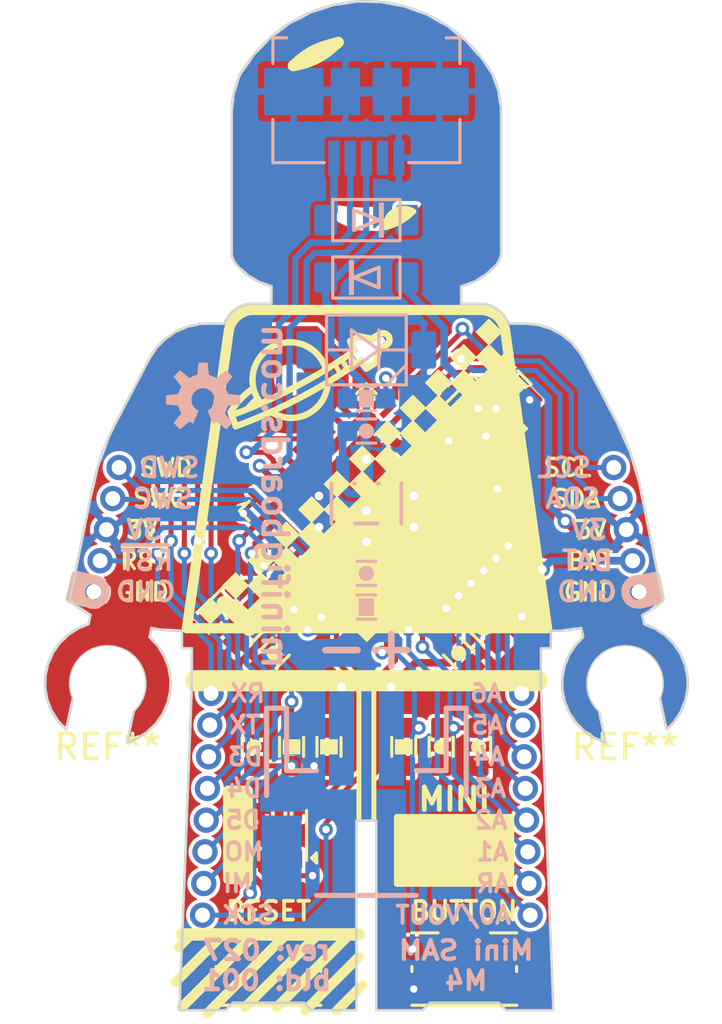
<source format=kicad_pcb>
(kicad_pcb (version 20171130) (host pcbnew "(5.1.5)-3")

  (general
    (thickness 1.6)
    (drawings 284)
    (tracks 463)
    (zones 0)
    (modules 35)
    (nets 57)
  )

  (page A4)
  (layers
    (0 Top signal)
    (31 Bottom signal)
    (32 B.Adhes user)
    (33 F.Adhes user)
    (34 B.Paste user)
    (35 F.Paste user)
    (36 B.SilkS user)
    (37 F.SilkS user)
    (38 B.Mask user)
    (39 F.Mask user)
    (40 Dwgs.User user)
    (41 Cmts.User user)
    (42 Eco1.User user)
    (43 Eco2.User user)
    (44 Edge.Cuts user)
    (45 Margin user)
    (46 B.CrtYd user)
    (47 F.CrtYd user)
    (48 B.Fab user)
    (49 F.Fab user)
  )

  (setup
    (last_trace_width 0.25)
    (user_trace_width 0.2)
    (user_trace_width 0.2032)
    (trace_clearance 0.1524)
    (zone_clearance 0.000001)
    (zone_45_only no)
    (trace_min 0.2)
    (via_size 0.8)
    (via_drill 0.4)
    (via_min_size 0.4)
    (via_min_drill 0.3)
    (uvia_size 0.3)
    (uvia_drill 0.1)
    (uvias_allowed no)
    (uvia_min_size 0.2)
    (uvia_min_drill 0.1)
    (edge_width 0.05)
    (segment_width 0.2)
    (pcb_text_width 0.3)
    (pcb_text_size 1.5 1.5)
    (mod_edge_width 0.12)
    (mod_text_size 1 1)
    (mod_text_width 0.15)
    (pad_size 1.016 1.016)
    (pad_drill 0.6)
    (pad_to_mask_clearance 0.0508)
    (aux_axis_origin 0 0)
    (visible_elements 7FFFFFFF)
    (pcbplotparams
      (layerselection 0x010fc_ffffffff)
      (usegerberextensions false)
      (usegerberattributes false)
      (usegerberadvancedattributes false)
      (creategerberjobfile false)
      (excludeedgelayer true)
      (linewidth 0.100000)
      (plotframeref false)
      (viasonmask false)
      (mode 1)
      (useauxorigin false)
      (hpglpennumber 1)
      (hpglpenspeed 20)
      (hpglpendiameter 15.000000)
      (psnegative false)
      (psa4output false)
      (plotreference true)
      (plotvalue true)
      (plotinvisibletext false)
      (padsonsilk false)
      (subtractmaskfromsilk false)
      (outputformat 1)
      (mirror false)
      (drillshape 0)
      (scaleselection 1)
      (outputdirectory ""))
  )

  (net 0 "")
  (net 1 GND)
  (net 2 VSW)
  (net 3 "Net-(C1-Pad1)")
  (net 4 /AREF)
  (net 5 /VDD)
  (net 6 /VDDANA)
  (net 7 /VUSB)
  (net 8 /USBD-)
  (net 9 /USBD+)
  (net 10 "Net-(J1-PadP4)")
  (net 11 /VHI)
  (net 12 "Net-(SW1-Pad5)")
  (net 13 "Net-(SW1-Pad2)")
  (net 14 "Net-(C4-Pad2)")
  (net 15 "Net-(SW2-Pad5)")
  (net 16 "Net-(SW2-Pad4)")
  (net 17 /BUTTON_D6)
  (net 18 /~RESET)
  (net 19 /DOTSTAR_DATA)
  (net 20 /D14)
  (net 21 /A6)
  (net 22 /DOTSTAR_CLK)
  (net 23 /SWDIO)
  (net 24 /SWCLK)
  (net 25 "Net-(U1-Pad39)")
  (net 26 /MISO)
  (net 27 /MOSI)
  (net 28 "Net-(U1-Pad32)")
  (net 29 "Net-(U1-Pad31)")
  (net 30 /D5)
  (net 31 /D4)
  (net 32 /D3)
  (net 33 "Net-(U1-Pad27)")
  (net 34 /TX_D1)
  (net 35 /RX_D0)
  (net 36 "Net-(U1-Pad23)")
  (net 37 /SCL)
  (net 38 /SDA)
  (net 39 /QSPI_CS)
  (net 40 /QSPI_SCK)
  (net 41 /QSPI_DATA[3])
  (net 42 /QSPI_DATA[2])
  (net 43 /QSPI_DATA[1])
  (net 44 /QSPI_DATA[0])
  (net 45 /A5)
  (net 46 /A4)
  (net 47 /A3)
  (net 48 /A2)
  (net 49 /A1)
  (net 50 /A0)
  (net 51 /SCK)
  (net 52 /BAT)
  (net 53 "Net-(VREG1-Pad4)")
  (net 54 "Net-(RGB1-Pad1)")
  (net 55 "Net-(RGB1-Pad2)")
  (net 56 "Net-(LED1-PadA)")

  (net_class Default "This is the default net class."
    (clearance 0.1524)
    (trace_width 0.25)
    (via_dia 0.8)
    (via_drill 0.4)
    (uvia_dia 0.3)
    (uvia_drill 0.1)
    (add_net /A0)
    (add_net /A1)
    (add_net /A2)
    (add_net /A3)
    (add_net /A4)
    (add_net /A5)
    (add_net /A6)
    (add_net /AREF)
    (add_net /BAT)
    (add_net /BUTTON_D6)
    (add_net /D14)
    (add_net /D3)
    (add_net /D4)
    (add_net /D5)
    (add_net /DOTSTAR_CLK)
    (add_net /DOTSTAR_DATA)
    (add_net /MISO)
    (add_net /MOSI)
    (add_net /QSPI_CS)
    (add_net /QSPI_DATA[0])
    (add_net /QSPI_DATA[1])
    (add_net /QSPI_DATA[2])
    (add_net /QSPI_DATA[3])
    (add_net /QSPI_SCK)
    (add_net /RX_D0)
    (add_net /SCK)
    (add_net /SCL)
    (add_net /SDA)
    (add_net /SWCLK)
    (add_net /SWDIO)
    (add_net /TX_D1)
    (add_net /USBD+)
    (add_net /USBD-)
    (add_net /VDD)
    (add_net /VDDANA)
    (add_net /VHI)
    (add_net /VUSB)
    (add_net /~RESET)
    (add_net GND)
    (add_net "Net-(C1-Pad1)")
    (add_net "Net-(C4-Pad2)")
    (add_net "Net-(J1-PadP4)")
    (add_net "Net-(LED1-PadA)")
    (add_net "Net-(RGB1-Pad1)")
    (add_net "Net-(RGB1-Pad2)")
    (add_net "Net-(SW1-Pad2)")
    (add_net "Net-(SW1-Pad5)")
    (add_net "Net-(SW2-Pad4)")
    (add_net "Net-(SW2-Pad5)")
    (add_net "Net-(U1-Pad23)")
    (add_net "Net-(U1-Pad27)")
    (add_net "Net-(U1-Pad31)")
    (add_net "Net-(U1-Pad32)")
    (add_net "Net-(U1-Pad39)")
    (add_net "Net-(VREG1-Pad4)")
    (add_net VSW)
  )

  (module MINI_SAM_D51_r025_b001:3mm_hole (layer Top) (tedit 5EAB0605) (tstamp 5EAB5AEE)
    (at 158.877 112.1283)
    (fp_text reference REF** (at 0 2.54) (layer F.SilkS)
      (effects (font (size 1 1) (thickness 0.15)))
    )
    (fp_text value 3mm_hole (at 0 -2.54) (layer F.Fab)
      (effects (font (size 1 1) (thickness 0.15)))
    )
    (pad "" np_thru_hole circle (at 0 0) (size 3 3) (drill 3) (layers *.Cu *.Mask))
  )

  (module MINI_SAM_D51_r025_b001:3mm_hole (layer Top) (tedit 5EAB0605) (tstamp 5EAB5ADD)
    (at 138.1252 112.1283)
    (fp_text reference REF** (at 0 2.54) (layer F.SilkS)
      (effects (font (size 1 1) (thickness 0.15)))
    )
    (fp_text value 3mm_hole (at 0 -2.54) (layer F.Fab)
      (effects (font (size 1 1) (thickness 0.15)))
    )
    (pad "" np_thru_hole circle (at 0 0) (size 3 3) (drill 3) (layers *.Cu *.Mask))
  )

  (module MINI_SAM_D51_r025_b001:0603_CAPACITOR (layer Top) (tedit 0) (tstamp 5E1688B8)
    (at 142.8011 108.911409 225)
    (descr "<b>0603 MicroPitch</b>")
    (path /A13D3C7D)
    (fp_text reference C1 (at 1.555635 -0.212132) (layer F.SilkS) hide
      (effects (font (size 0.57912 0.57912) (thickness 0.104241)) (justify left bottom))
    )
    (fp_text value 4.7µF (at -0.9525 0.9525 225) (layer F.Fab) hide
      (effects (font (size 0.38608 0.38608) (thickness 0.04064)) (justify left bottom))
    )
    (fp_text user 2 (at 0.762 -0.0508 315) (layer Cmts.User)
      (effects (font (size 0.43434 0.43434) (thickness 0.06858)))
    )
    (fp_text user 1 (at -0.762 -0.0508 315) (layer Cmts.User)
      (effects (font (size 0.43434 0.43434) (thickness 0.06858)))
    )
    (fp_line (start 0.381 0.4826) (end -0.381 0.4826) (layer F.SilkS) (width 0.127))
    (fp_line (start -0.381 -0.4826) (end 0.381 -0.4826) (layer F.SilkS) (width 0.127))
    (fp_circle (center 0 0) (end 0.1524 0) (layer F.SilkS) (width 0.3048))
    (fp_poly (pts (xy -0.1999 0.25) (xy 0.1999 0.25) (xy 0.1999 -0.25) (xy -0.1999 -0.25)) (layer F.Adhes) (width 0))
    (fp_poly (pts (xy -0.8 0.4) (xy -0.4318 0.4) (xy -0.4318 -0.4) (xy -0.8 -0.4)) (layer F.Fab) (width 0))
    (fp_poly (pts (xy 0.4318 0.4) (xy 0.8 0.4) (xy 0.8 -0.4) (xy 0.4318 -0.4)) (layer F.Fab) (width 0))
    (fp_line (start 0.432 -0.306) (end -0.432 -0.306) (layer F.Fab) (width 0.1016))
    (fp_line (start -0.432 0.306) (end 0.432 0.306) (layer F.Fab) (width 0.1016))
    (pad 2 smd roundrect (at 0.762 0 225) (size 0.8 0.8) (layers Top F.Paste F.Mask) (roundrect_rratio 0.125)
      (net 1 GND) (solder_mask_margin 0.0635))
    (pad 1 smd roundrect (at -0.762 0 225) (size 0.8 0.8) (layers Top F.Paste F.Mask) (roundrect_rratio 0.125)
      (net 3 "Net-(C1-Pad1)") (solder_mask_margin 0.0635))
  )

  (module MINI_SAM_D51_r025_b001:0603_CAPACITOR (layer Top) (tedit 0) (tstamp 5E1688C7)
    (at 151.5011 114.661409 270)
    (descr "<b>0603 MicroPitch</b>")
    (path /72E21DAE)
    (fp_text reference C5 (at -1.3 0) (layer F.SilkS) hide
      (effects (font (size 0.57912 0.57912) (thickness 0.104241)) (justify left bottom))
    )
    (fp_text value 0.1µF (at -0.9525 0.9525 270) (layer F.Fab) hide
      (effects (font (size 0.38608 0.38608) (thickness 0.04064)) (justify right top))
    )
    (fp_text user 2 (at 0.762 -0.0508) (layer Cmts.User)
      (effects (font (size 0.43434 0.43434) (thickness 0.06858)))
    )
    (fp_text user 1 (at -0.762 -0.0508) (layer Cmts.User)
      (effects (font (size 0.43434 0.43434) (thickness 0.06858)))
    )
    (fp_line (start 0.381 0.4826) (end -0.381 0.4826) (layer F.SilkS) (width 0.127))
    (fp_line (start -0.381 -0.4826) (end 0.381 -0.4826) (layer F.SilkS) (width 0.127))
    (fp_circle (center 0 0) (end 0.1524 0) (layer F.SilkS) (width 0.3048))
    (fp_poly (pts (xy -0.1999 0.25) (xy 0.1999 0.25) (xy 0.1999 -0.25) (xy -0.1999 -0.25)) (layer F.Adhes) (width 0))
    (fp_poly (pts (xy -0.8 0.4) (xy -0.4318 0.4) (xy -0.4318 -0.4) (xy -0.8 -0.4)) (layer F.Fab) (width 0))
    (fp_poly (pts (xy 0.4318 0.4) (xy 0.8 0.4) (xy 0.8 -0.4) (xy 0.4318 -0.4)) (layer F.Fab) (width 0))
    (fp_line (start 0.432 -0.306) (end -0.432 -0.306) (layer F.Fab) (width 0.1016))
    (fp_line (start -0.432 0.306) (end 0.432 0.306) (layer F.Fab) (width 0.1016))
    (pad 2 smd roundrect (at 0.762 0 270) (size 0.8 0.8) (layers Top F.Paste F.Mask) (roundrect_rratio 0.125)
      (net 1 GND) (solder_mask_margin 0.0635))
    (pad 1 smd roundrect (at -0.762 0 270) (size 0.8 0.8) (layers Top F.Paste F.Mask) (roundrect_rratio 0.125)
      (net 4 /AREF) (solder_mask_margin 0.0635))
  )

  (module MINI_SAM_D51_r025_b001:0603_CAPACITOR (layer Top) (tedit 0) (tstamp 5E1688D6)
    (at 143.8011 109.911409 225)
    (descr "<b>0603 MicroPitch</b>")
    (path /2FBF6DC9)
    (attr smd)
    (fp_text reference C2 (at 1.484924 0.212132) (layer F.SilkS) hide
      (effects (font (size 0.57912 0.57912) (thickness 0.104241)) (justify left bottom))
    )
    (fp_text value 10µF (at -0.9525 0.9525 225) (layer F.Fab) hide
      (effects (font (size 0.38608 0.38608) (thickness 0.04064)) (justify left bottom))
    )
    (fp_text user 2 (at 0.762 -0.0508 315) (layer Cmts.User)
      (effects (font (size 0.43434 0.43434) (thickness 0.06858)))
    )
    (fp_text user 1 (at -0.762 -0.0508 315) (layer Cmts.User)
      (effects (font (size 0.43434 0.43434) (thickness 0.06858)))
    )
    (fp_line (start 0.381 0.4826) (end -0.381 0.4826) (layer F.SilkS) (width 0.127))
    (fp_line (start -0.381 -0.4826) (end 0.381 -0.4826) (layer F.SilkS) (width 0.127))
    (fp_circle (center 0 0) (end 0.1524 0) (layer F.SilkS) (width 0.3048))
    (fp_poly (pts (xy -0.1999 0.25) (xy 0.1999 0.25) (xy 0.1999 -0.25) (xy -0.1999 -0.25)) (layer F.Adhes) (width 0))
    (fp_poly (pts (xy -0.8 0.4) (xy -0.4318 0.4) (xy -0.4318 -0.4) (xy -0.8 -0.4)) (layer F.Fab) (width 0))
    (fp_poly (pts (xy 0.4318 0.4) (xy 0.8 0.4) (xy 0.8 -0.4) (xy 0.4318 -0.4)) (layer F.Fab) (width 0))
    (fp_line (start 0.432 -0.306) (end -0.432 -0.306) (layer F.Fab) (width 0.1016))
    (fp_line (start -0.432 0.306) (end 0.432 0.306) (layer F.Fab) (width 0.1016))
    (pad 2 smd roundrect (at 0.762 0 225) (size 0.8 0.8) (layers Top F.Paste F.Mask) (roundrect_rratio 0.125)
      (net 1 GND) (solder_mask_margin 0.0635))
    (pad 1 smd roundrect (at -0.762 0 225) (size 0.8 0.8) (layers Top F.Paste F.Mask) (roundrect_rratio 0.125)
      (net 5 /VDD) (solder_mask_margin 0.0635))
  )

  (module MINI_SAM_D51_r025_b001:0603_CAPACITOR (layer Top) (tedit 0) (tstamp 5E1688E5)
    (at 153.2011 109.911409 315)
    (descr "<b>0603 MicroPitch</b>")
    (path /4085EC5D)
    (fp_text reference C8 (at 1.558579 -0.212131) (layer F.SilkS) hide
      (effects (font (size 0.57912 0.57912) (thickness 0.104241)) (justify left bottom))
    )
    (fp_text value 10µF (at -0.9525 0.9525 315) (layer F.Fab) hide
      (effects (font (size 0.38608 0.38608) (thickness 0.04064)) (justify left bottom))
    )
    (fp_text user 2 (at 0.762 -0.0508 45) (layer Cmts.User)
      (effects (font (size 0.43434 0.43434) (thickness 0.06858)))
    )
    (fp_text user 1 (at -0.762 -0.0508 45) (layer Cmts.User)
      (effects (font (size 0.43434 0.43434) (thickness 0.06858)))
    )
    (fp_line (start 0.381 0.4826) (end -0.381 0.4826) (layer F.SilkS) (width 0.127))
    (fp_line (start -0.381 -0.4826) (end 0.381 -0.4826) (layer F.SilkS) (width 0.127))
    (fp_circle (center 0 0) (end 0.1524 0) (layer F.SilkS) (width 0.3048))
    (fp_poly (pts (xy -0.1999 0.25) (xy 0.1999 0.25) (xy 0.1999 -0.25) (xy -0.1999 -0.25)) (layer F.Adhes) (width 0))
    (fp_poly (pts (xy -0.8 0.4) (xy -0.4318 0.4) (xy -0.4318 -0.4) (xy -0.8 -0.4)) (layer F.Fab) (width 0))
    (fp_poly (pts (xy 0.4318 0.4) (xy 0.8 0.4) (xy 0.8 -0.4) (xy 0.4318 -0.4)) (layer F.Fab) (width 0))
    (fp_line (start 0.432 -0.306) (end -0.432 -0.306) (layer F.Fab) (width 0.1016))
    (fp_line (start -0.432 0.306) (end 0.432 0.306) (layer F.Fab) (width 0.1016))
    (pad 2 smd roundrect (at 0.762 0 315) (size 0.8 0.8) (layers Top F.Paste F.Mask) (roundrect_rratio 0.125)
      (net 1 GND) (solder_mask_margin 0.0635))
    (pad 1 smd roundrect (at -0.762 0 315) (size 0.8 0.8) (layers Top F.Paste F.Mask) (roundrect_rratio 0.125)
      (net 6 /VDDANA) (solder_mask_margin 0.0635))
  )

  (module MINI_SAM_D51_r025_b001:0603_CAPACITOR (layer Top) (tedit 0) (tstamp 5E1688F4)
    (at 144.8011 110.911409 225)
    (descr "<b>0603 MicroPitch</b>")
    (path /D1751CF3)
    (attr smd)
    (fp_text reference C3 (at 1.476778 0.318196) (layer F.SilkS) hide
      (effects (font (size 0.57912 0.57912) (thickness 0.104241)) (justify left bottom))
    )
    (fp_text value 0.1µF (at -0.9525 0.9525 225) (layer F.Fab) hide
      (effects (font (size 0.38608 0.38608) (thickness 0.04064)) (justify left bottom))
    )
    (fp_text user 2 (at 0.762 -0.0508 315) (layer Cmts.User)
      (effects (font (size 0.43434 0.43434) (thickness 0.06858)))
    )
    (fp_text user 1 (at -0.762 -0.0508 315) (layer Cmts.User)
      (effects (font (size 0.43434 0.43434) (thickness 0.06858)))
    )
    (fp_line (start 0.381 0.4826) (end -0.381 0.4826) (layer F.SilkS) (width 0.127))
    (fp_line (start -0.381 -0.4826) (end 0.381 -0.4826) (layer F.SilkS) (width 0.127))
    (fp_circle (center 0 0) (end 0.1524 0) (layer F.SilkS) (width 0.3048))
    (fp_poly (pts (xy -0.1999 0.25) (xy 0.1999 0.25) (xy 0.1999 -0.25) (xy -0.1999 -0.25)) (layer F.Adhes) (width 0))
    (fp_poly (pts (xy -0.8 0.4) (xy -0.4318 0.4) (xy -0.4318 -0.4) (xy -0.8 -0.4)) (layer F.Fab) (width 0))
    (fp_poly (pts (xy 0.4318 0.4) (xy 0.8 0.4) (xy 0.8 -0.4) (xy 0.4318 -0.4)) (layer F.Fab) (width 0))
    (fp_line (start 0.432 -0.306) (end -0.432 -0.306) (layer F.Fab) (width 0.1016))
    (fp_line (start -0.432 0.306) (end 0.432 0.306) (layer F.Fab) (width 0.1016))
    (pad 2 smd roundrect (at 0.762 0 225) (size 0.8 0.8) (layers Top F.Paste F.Mask) (roundrect_rratio 0.125)
      (net 1 GND) (solder_mask_margin 0.0635))
    (pad 1 smd roundrect (at -0.762 0 225) (size 0.8 0.8) (layers Top F.Paste F.Mask) (roundrect_rratio 0.125)
      (net 5 /VDD) (solder_mask_margin 0.0635))
  )

  (module MINI_SAM_D51_r025_b001:0603_INDUCTOR (layer Top) (tedit 0) (tstamp 5E168903)
    (at 154.2011 108.911409 135)
    (descr "<b>0603 MicroPitch</b>")
    (path /07255AD1)
    (fp_text reference FB1 (at -1.626346 -0.141421) (layer F.SilkS) hide
      (effects (font (size 0.57912 0.57912) (thickness 0.104241)) (justify left bottom))
    )
    (fp_text value "Impedence: 50 ohm @ 20 MHz, 220 Ohm @ 100 MHz; low DC resistance" (at -0.9525 0.9525 135) (layer F.Fab) hide
      (effects (font (size 0.38608 0.38608) (thickness 0.04064)) (justify left bottom))
    )
    (fp_text user 2 (at 0.762 -0.0254 225) (layer Cmts.User)
      (effects (font (size 0.43434 0.43434) (thickness 0.06858)))
    )
    (fp_text user 1 (at -0.762 -0.0508 225) (layer Cmts.User)
      (effects (font (size 0.43434 0.43434) (thickness 0.06858)))
    )
    (fp_arc (start 0.061755 0.1651) (end 0.0762 0.3302) (angle 190) (layer F.SilkS) (width 0.127))
    (fp_arc (start 0.061755 -0.1651) (end 0.0762 -0.3302) (angle -190) (layer F.SilkS) (width 0.127))
    (fp_line (start -0.381 0.4826) (end 0.381 0.4826) (layer F.SilkS) (width 0.127))
    (fp_line (start -0.381 -0.4826) (end 0.381 -0.4826) (layer F.SilkS) (width 0.127))
    (fp_poly (pts (xy -0.1999 0.25) (xy 0.1999 0.25) (xy 0.1999 -0.25) (xy -0.1999 -0.25)) (layer F.Adhes) (width 0))
    (fp_poly (pts (xy -0.8 0.4) (xy -0.4318 0.4) (xy -0.4318 -0.4) (xy -0.8 -0.4)) (layer F.Fab) (width 0))
    (fp_poly (pts (xy 0.4318 0.4) (xy 0.8 0.4) (xy 0.8 -0.4) (xy 0.4318 -0.4)) (layer F.Fab) (width 0))
    (fp_line (start 0.432 -0.306) (end -0.432 -0.306) (layer F.Fab) (width 0.1016))
    (fp_line (start -0.432 0.306) (end 0.432 0.306) (layer F.Fab) (width 0.1016))
    (pad 2 smd roundrect (at 0.762 0 135) (size 0.8 0.8) (layers Top F.Paste F.Mask) (roundrect_rratio 0.125)
      (net 6 /VDDANA) (solder_mask_margin 0.0635))
    (pad 1 smd roundrect (at -0.762 0 135) (size 0.8 0.8) (layers Top F.Paste F.Mask) (roundrect_rratio 0.125)
      (net 5 /VDD) (solder_mask_margin 0.0635))
  )

  (module MINI_SAM_D51_r025_b001:0603_CAPACITOR (layer Top) (tedit 0) (tstamp 5E168913)
    (at 152.2011 110.911409 315)
    (descr "<b>0603 MicroPitch</b>")
    (path /984F4CE8)
    (fp_text reference C7 (at 1.449569 -0.318198) (layer F.SilkS) hide
      (effects (font (size 0.57912 0.57912) (thickness 0.104241)) (justify left bottom))
    )
    (fp_text value 0.1µF (at -0.9525 0.9525 315) (layer F.Fab) hide
      (effects (font (size 0.38608 0.38608) (thickness 0.04064)) (justify left bottom))
    )
    (fp_text user 2 (at 0.762 -0.0508 45) (layer Cmts.User)
      (effects (font (size 0.43434 0.43434) (thickness 0.06858)))
    )
    (fp_text user 1 (at -0.762 -0.0508 45) (layer Cmts.User)
      (effects (font (size 0.43434 0.43434) (thickness 0.06858)))
    )
    (fp_line (start 0.381 0.4826) (end -0.381 0.4826) (layer F.SilkS) (width 0.127))
    (fp_line (start -0.381 -0.4826) (end 0.381 -0.4826) (layer F.SilkS) (width 0.127))
    (fp_circle (center 0 0) (end 0.1524 0) (layer F.SilkS) (width 0.3048))
    (fp_poly (pts (xy -0.1999 0.25) (xy 0.1999 0.25) (xy 0.1999 -0.25) (xy -0.1999 -0.25)) (layer F.Adhes) (width 0))
    (fp_poly (pts (xy -0.8 0.4) (xy -0.4318 0.4) (xy -0.4318 -0.4) (xy -0.8 -0.4)) (layer F.Fab) (width 0))
    (fp_poly (pts (xy 0.4318 0.4) (xy 0.8 0.4) (xy 0.8 -0.4) (xy 0.4318 -0.4)) (layer F.Fab) (width 0))
    (fp_line (start 0.432 -0.306) (end -0.432 -0.306) (layer F.Fab) (width 0.1016))
    (fp_line (start -0.432 0.306) (end 0.432 0.306) (layer F.Fab) (width 0.1016))
    (pad 2 smd roundrect (at 0.762 0 315) (size 0.8 0.8) (layers Top F.Paste F.Mask) (roundrect_rratio 0.125)
      (net 1 GND) (solder_mask_margin 0.0635))
    (pad 1 smd roundrect (at -0.762 0 315) (size 0.8 0.8) (layers Top F.Paste F.Mask) (roundrect_rratio 0.125)
      (net 6 /VDDANA) (solder_mask_margin 0.0635))
  )

  (module MINI_SAM_D51_r025_b001:0603_CAPACITOR (layer Top) (tedit 0) (tstamp 5E168922)
    (at 153.0011 114.661409 270)
    (descr "<b>0603 MicroPitch</b>")
    (path /89355E7A)
    (fp_text reference C6 (at -1.3 0) (layer F.SilkS) hide
      (effects (font (size 0.57912 0.57912) (thickness 0.104241)) (justify left bottom))
    )
    (fp_text value 4.7µF (at -0.9525 0.9525 270) (layer F.Fab) hide
      (effects (font (size 0.38608 0.38608) (thickness 0.04064)) (justify right top))
    )
    (fp_text user 2 (at 0.762 -0.0508) (layer Cmts.User)
      (effects (font (size 0.43434 0.43434) (thickness 0.06858)))
    )
    (fp_text user 1 (at -0.762 -0.0508) (layer Cmts.User)
      (effects (font (size 0.43434 0.43434) (thickness 0.06858)))
    )
    (fp_line (start 0.381 0.4826) (end -0.381 0.4826) (layer F.SilkS) (width 0.127))
    (fp_line (start -0.381 -0.4826) (end 0.381 -0.4826) (layer F.SilkS) (width 0.127))
    (fp_circle (center 0 0) (end 0.1524 0) (layer F.SilkS) (width 0.3048))
    (fp_poly (pts (xy -0.1999 0.25) (xy 0.1999 0.25) (xy 0.1999 -0.25) (xy -0.1999 -0.25)) (layer F.Adhes) (width 0))
    (fp_poly (pts (xy -0.8 0.4) (xy -0.4318 0.4) (xy -0.4318 -0.4) (xy -0.8 -0.4)) (layer F.Fab) (width 0))
    (fp_poly (pts (xy 0.4318 0.4) (xy 0.8 0.4) (xy 0.8 -0.4) (xy 0.4318 -0.4)) (layer F.Fab) (width 0))
    (fp_line (start 0.432 -0.306) (end -0.432 -0.306) (layer F.Fab) (width 0.1016))
    (fp_line (start -0.432 0.306) (end 0.432 0.306) (layer F.Fab) (width 0.1016))
    (pad 2 smd roundrect (at 0.762 0 270) (size 0.8 0.8) (layers Top F.Paste F.Mask) (roundrect_rratio 0.125)
      (net 1 GND) (solder_mask_margin 0.0635))
    (pad 1 smd roundrect (at -0.762 0 270) (size 0.8 0.8) (layers Top F.Paste F.Mask) (roundrect_rratio 0.125)
      (net 4 /AREF) (solder_mask_margin 0.0635))
  )

  (module MINI_SAM_D51_r025_b001:MOLEX_47346-1001 (layer Bottom) (tedit 0) (tstamp 5E168931)
    (at 148.5011 88.411409 180)
    (path /E9D2416E)
    (attr smd)
    (fp_text reference J1 (at -3.81 3.175 180) (layer B.SilkS) hide
      (effects (font (size 0.57912 0.57912) (thickness 0.048768)) (justify right bottom mirror))
    )
    (fp_text value MOLEX_47346-100147346 (at -3.81 -4.445 180) (layer B.Fab) hide
      (effects (font (size 0.57912 0.57912) (thickness 0.048768)) (justify right bottom mirror))
    )
    (fp_line (start 3.75 2.15) (end 3.2 2.15) (layer B.SilkS) (width 0.127))
    (fp_line (start 3.75 1.12) (end 3.75 2.15) (layer B.SilkS) (width 0.127))
    (fp_line (start -3.75 2.15) (end -3.2 2.15) (layer B.SilkS) (width 0.127))
    (fp_line (start -3.75 1.12) (end -3.75 2.15) (layer B.SilkS) (width 0.127))
    (fp_line (start 3.75 -2.85) (end 3.75 -1.12) (layer B.SilkS) (width 0.127))
    (fp_line (start 1.69 -2.85) (end 3.75 -2.85) (layer B.SilkS) (width 0.127))
    (fp_line (start -3.75 -2.85) (end -3.75 -1.12) (layer B.SilkS) (width 0.127))
    (fp_line (start -1.69 -2.85) (end -3.75 -2.85) (layer B.SilkS) (width 0.127))
    (fp_line (start 4.15 2.55) (end 3.75 2.15) (layer B.Fab) (width 0.127))
    (fp_line (start -4.15 2.55) (end 4.15 2.55) (layer B.Fab) (width 0.127))
    (fp_line (start -3.75 2.15) (end -4.15 2.55) (layer B.Fab) (width 0.127))
    (fp_line (start -3.75 2.15) (end 3.75 2.15) (layer B.Fab) (width 0.127))
    (fp_line (start 3.75 -2.85) (end 3.75 2.15) (layer B.Fab) (width 0.127))
    (fp_line (start -3.75 -2.85) (end 3.75 -2.85) (layer B.Fab) (width 0.127))
    (fp_line (start -3.75 2.15) (end -3.75 -2.85) (layer B.Fab) (width 0.127))
    (fp_line (start -5.08 1.45) (end 5.08 1.45) (layer B.Fab) (width 0.127))
    (pad P1 smd rect (at 1.3 -2.66 90) (size 1.38 0.45) (layers Bottom B.Paste B.Mask)
      (net 7 /VUSB) (solder_mask_margin 0.0635))
    (pad P2 smd rect (at 0.65 -2.66 90) (size 1.38 0.45) (layers Bottom B.Paste B.Mask)
      (net 8 /USBD-) (solder_mask_margin 0.0635))
    (pad P3 smd rect (at 0 -2.66 90) (size 1.38 0.45) (layers Bottom B.Paste B.Mask)
      (net 9 /USBD+) (solder_mask_margin 0.0635))
    (pad P4 smd rect (at -0.65 -2.66 90) (size 1.38 0.45) (layers Bottom B.Paste B.Mask)
      (net 10 "Net-(J1-PadP4)") (solder_mask_margin 0.0635))
    (pad P5 smd rect (at -1.3 -2.66 90) (size 1.38 0.45) (layers Bottom B.Paste B.Mask)
      (net 1 GND) (solder_mask_margin 0.0635))
    (pad PAD1 smd rect (at -2.9125 0 90) (size 1.9 2.375) (layers Bottom B.Paste B.Mask)
      (net 1 GND) (solder_mask_margin 0.0635))
    (pad PAD4 smd rect (at 2.9125 0 90) (size 1.9 2.375) (layers Bottom B.Paste B.Mask)
      (net 1 GND) (solder_mask_margin 0.0635))
    (pad PAD3 smd rect (at 0.8375 0 90) (size 1.9 1.175) (layers Bottom B.Paste B.Mask)
      (net 1 GND) (solder_mask_margin 0.0635))
    (pad PAD2 smd rect (at -0.8375 0 90) (size 1.9 1.175) (layers Bottom B.Paste B.Mask)
      (net 1 GND) (solder_mask_margin 0.0635))
  )

  (module MINI_SAM_D51_r025_b001:0603_CAPACITOR (layer Bottom) (tedit 0) (tstamp 5E16894D)
    (at 148.5011 107.711409)
    (descr "<b>0603 MicroPitch</b>")
    (path /8989A425)
    (attr smd)
    (fp_text reference C10 (at 2.2 0 -90) (layer B.SilkS) hide
      (effects (font (size 0.57912 0.57912) (thickness 0.104241)) (justify right bottom mirror))
    )
    (fp_text value 10µF (at -0.9525 -0.9525) (layer B.Fab) hide
      (effects (font (size 0.38608 0.38608) (thickness 0.04064)) (justify right bottom mirror))
    )
    (fp_text user 2 (at 0.762 0.0508 -90) (layer Cmts.User)
      (effects (font (size 0.43434 0.43434) (thickness 0.06858)))
    )
    (fp_text user 1 (at -0.762 0.0508 -90) (layer Cmts.User)
      (effects (font (size 0.43434 0.43434) (thickness 0.06858)))
    )
    (fp_line (start 0.381 -0.4826) (end -0.381 -0.4826) (layer B.SilkS) (width 0.127))
    (fp_line (start -0.381 0.4826) (end 0.381 0.4826) (layer B.SilkS) (width 0.127))
    (fp_circle (center 0 0) (end 0.1524 0) (layer B.SilkS) (width 0.3048))
    (fp_poly (pts (xy -0.1999 -0.25) (xy 0.1999 -0.25) (xy 0.1999 0.25) (xy -0.1999 0.25)) (layer B.Adhes) (width 0))
    (fp_poly (pts (xy -0.8 -0.4) (xy -0.4318 -0.4) (xy -0.4318 0.4) (xy -0.8 0.4)) (layer B.Fab) (width 0))
    (fp_poly (pts (xy 0.4318 -0.4) (xy 0.8 -0.4) (xy 0.8 0.4) (xy 0.4318 0.4)) (layer B.Fab) (width 0))
    (fp_line (start 0.432 0.306) (end -0.432 0.306) (layer B.Fab) (width 0.1016))
    (fp_line (start -0.432 -0.306) (end 0.432 -0.306) (layer B.Fab) (width 0.1016))
    (pad 2 smd roundrect (at 0.762 0) (size 0.8 0.8) (layers Bottom B.Paste B.Mask) (roundrect_rratio 0.125)
      (net 1 GND) (solder_mask_margin 0.0635))
    (pad 1 smd roundrect (at -0.762 0) (size 0.8 0.8) (layers Bottom B.Paste B.Mask) (roundrect_rratio 0.125)
      (net 5 /VDD) (solder_mask_margin 0.0635))
  )

  (module MINI_SAM_D51_r025_b001:0603_CAPACITOR (layer Bottom) (tedit 0) (tstamp 5E16895C)
    (at 148.5011 102.011409 180)
    (descr "<b>0603 MicroPitch</b>")
    (path /128B8AE2)
    (attr smd)
    (fp_text reference C9 (at -2.2 0 270) (layer B.SilkS) hide
      (effects (font (size 0.57912 0.57912) (thickness 0.104241)) (justify right bottom mirror))
    )
    (fp_text value 10µF (at -0.9525 -0.9525 180) (layer B.Fab) hide
      (effects (font (size 0.38608 0.38608) (thickness 0.04064)) (justify right bottom mirror))
    )
    (fp_text user 2 (at 0.762 0.0508 90) (layer Cmts.User)
      (effects (font (size 0.43434 0.43434) (thickness 0.06858)))
    )
    (fp_text user 1 (at -0.762 0.0508 90) (layer Cmts.User)
      (effects (font (size 0.43434 0.43434) (thickness 0.06858)))
    )
    (fp_line (start 0.381 -0.4826) (end -0.381 -0.4826) (layer B.SilkS) (width 0.127))
    (fp_line (start -0.381 0.4826) (end 0.381 0.4826) (layer B.SilkS) (width 0.127))
    (fp_circle (center 0 0) (end 0.1524 0) (layer B.SilkS) (width 0.3048))
    (fp_poly (pts (xy -0.1999 -0.25) (xy 0.1999 -0.25) (xy 0.1999 0.25) (xy -0.1999 0.25)) (layer B.Adhes) (width 0))
    (fp_poly (pts (xy -0.8 -0.4) (xy -0.4318 -0.4) (xy -0.4318 0.4) (xy -0.8 0.4)) (layer B.Fab) (width 0))
    (fp_poly (pts (xy 0.4318 -0.4) (xy 0.8 -0.4) (xy 0.8 0.4) (xy 0.4318 0.4)) (layer B.Fab) (width 0))
    (fp_line (start 0.432 0.306) (end -0.432 0.306) (layer B.Fab) (width 0.1016))
    (fp_line (start -0.432 -0.306) (end 0.432 -0.306) (layer B.Fab) (width 0.1016))
    (pad 2 smd roundrect (at 0.762 0 180) (size 0.8 0.8) (layers Bottom B.Paste B.Mask) (roundrect_rratio 0.125)
      (net 11 /VHI) (solder_mask_margin 0.0635))
    (pad 1 smd roundrect (at -0.762 0 180) (size 0.8 0.8) (layers Bottom B.Paste B.Mask) (roundrect_rratio 0.125)
      (net 1 GND) (solder_mask_margin 0.0635))
  )

  (module MINI_SAM_D51_r025_b001:KMS_SWITCH (layer Top) (tedit 0) (tstamp 5E16896B)
    (at 144.5761 123.561409)
    (path /17BFC499)
    (fp_text reference SW1 (at -2.54 -3.81) (layer F.SilkS) hide
      (effects (font (size 0.9652 0.9652) (thickness 0.1016)) (justify left bottom))
    )
    (fp_text value KMS233GLFG (at -2.54 -2.54) (layer F.Fab) hide
      (effects (font (size 0.77216 0.77216) (thickness 0.065024)) (justify left bottom))
    )
    (fp_line (start 2.1 -0.1) (end 2.1 0.1) (layer F.SilkS) (width 0.127))
    (fp_line (start -2.1 -0.1) (end -2.1 0.1) (layer F.SilkS) (width 0.127))
    (fp_line (start 1.25 2.15) (end 1.25 1.45) (layer Cmts.User) (width 0.127))
    (fp_line (start -1.25 2.15) (end 1.25 2.15) (layer Cmts.User) (width 0.127))
    (fp_line (start -1.25 1.45) (end -1.25 2.15) (layer Cmts.User) (width 0.127))
    (fp_line (start -2.1 1.45) (end 2.1 1.45) (layer F.SilkS) (width 0.127))
    (fp_line (start 1.05 -1.45) (end 2.1 -1.45) (layer F.SilkS) (width 0.127))
    (fp_line (start -2.1 -1.45) (end -1.05 -1.45) (layer F.SilkS) (width 0.127))
    (pad 5 smd rect (at 2.05 0.8 270) (size 1 0.9) (layers Top F.Paste F.Mask)
      (net 12 "Net-(SW1-Pad5)") (solder_mask_margin 0.0635))
    (pad 4 smd rect (at 2.05 -0.8 270) (size 1 0.9) (layers Top F.Paste F.Mask)
      (net 1 GND) (solder_mask_margin 0.0635))
    (pad 3 smd rect (at 0 -1.425 180) (size 1.7 0.55) (layers Top F.Paste F.Mask)
      (net 1 GND) (solder_mask_margin 0.0635))
    (pad 2 smd rect (at -2.05 -0.8 90) (size 1 0.9) (layers Top F.Paste F.Mask)
      (net 13 "Net-(SW1-Pad2)") (solder_mask_margin 0.0635))
    (pad 1 smd rect (at -2.05 0.8 90) (size 1 0.9) (layers Top F.Paste F.Mask)
      (net 14 "Net-(C4-Pad2)") (solder_mask_margin 0.0635))
  )

  (module MINI_SAM_D51_r025_b001:KMS_SWITCH (layer Top) (tedit 0) (tstamp 5E16897B)
    (at 152.4261 123.561409)
    (path /0ECCF2E5)
    (fp_text reference SW2 (at -2.54 -3.81) (layer F.SilkS) hide
      (effects (font (size 0.9652 0.9652) (thickness 0.1016)) (justify left bottom))
    )
    (fp_text value KMS233GLFG (at -2.54 -2.54) (layer F.Fab) hide
      (effects (font (size 0.77216 0.77216) (thickness 0.065024)) (justify left bottom))
    )
    (fp_line (start 2.1 -0.1) (end 2.1 0.1) (layer F.SilkS) (width 0.127))
    (fp_line (start -2.1 -0.1) (end -2.1 0.1) (layer F.SilkS) (width 0.127))
    (fp_line (start 1.25 2.15) (end 1.25 1.45) (layer Cmts.User) (width 0.127))
    (fp_line (start -1.25 2.15) (end 1.25 2.15) (layer Cmts.User) (width 0.127))
    (fp_line (start -1.25 1.45) (end -1.25 2.15) (layer Cmts.User) (width 0.127))
    (fp_line (start -2.1 1.45) (end 2.1 1.45) (layer F.SilkS) (width 0.127))
    (fp_line (start 1.05 -1.45) (end 2.1 -1.45) (layer F.SilkS) (width 0.127))
    (fp_line (start -2.1 -1.45) (end -1.05 -1.45) (layer F.SilkS) (width 0.127))
    (pad 5 smd rect (at 2.05 0.8 270) (size 1 0.9) (layers Top F.Paste F.Mask)
      (net 15 "Net-(SW2-Pad5)") (solder_mask_margin 0.0635))
    (pad 4 smd rect (at 2.05 -0.8 270) (size 1 0.9) (layers Top F.Paste F.Mask)
      (net 16 "Net-(SW2-Pad4)") (solder_mask_margin 0.0635))
    (pad 3 smd rect (at 0 -1.425 180) (size 1.7 0.55) (layers Top F.Paste F.Mask)
      (net 17 /BUTTON_D6) (solder_mask_margin 0.0635))
    (pad 2 smd rect (at -2.05 -0.8 90) (size 1 0.9) (layers Top F.Paste F.Mask)
      (net 17 /BUTTON_D6) (solder_mask_margin 0.0635))
    (pad 1 smd rect (at -2.05 0.8 90) (size 1 0.9) (layers Top F.Paste F.Mask)
      (net 5 /VDD) (solder_mask_margin 0.0635))
  )

  (module MINI_SAM_D51_r025_b001:0603_RESISTOR (layer Top) (tedit 0) (tstamp 5E16898B)
    (at 145.5011 114.661409 270)
    (descr "<b>0603 MicroPitch</b>")
    (path /B5F074C0)
    (fp_text reference R1 (at -1.3 0) (layer F.SilkS) hide
      (effects (font (size 0.57912 0.57912) (thickness 0.104241)) (justify left bottom))
    )
    (fp_text value 1KΩ (at -0.9525 0.9525 270) (layer F.Fab) hide
      (effects (font (size 0.38608 0.38608) (thickness 0.04064)) (justify right top))
    )
    (fp_line (start -0.381 0.4826) (end 0.381 0.4826) (layer F.SilkS) (width 0.127))
    (fp_line (start -0.381 -0.4826) (end 0.381 -0.4826) (layer F.SilkS) (width 0.127))
    (fp_text user 2 (at 0.762 0) (layer Cmts.User)
      (effects (font (size 0.43434 0.43434) (thickness 0.06858)))
    )
    (fp_text user 1 (at -0.762 -0.0508) (layer Cmts.User)
      (effects (font (size 0.43434 0.43434) (thickness 0.06858)))
    )
    (fp_poly (pts (xy -0.3048 -0.3556) (xy 0.3048 -0.3556) (xy 0.3048 0.3556) (xy -0.3048 0.3556)) (layer F.SilkS) (width 0))
    (fp_poly (pts (xy -0.1999 0.25) (xy 0.1999 0.25) (xy 0.1999 -0.25) (xy -0.1999 -0.25)) (layer F.Adhes) (width 0))
    (fp_poly (pts (xy -0.8 0.4) (xy -0.4318 0.4) (xy -0.4318 -0.4) (xy -0.8 -0.4)) (layer F.Fab) (width 0))
    (fp_poly (pts (xy 0.4318 0.4) (xy 0.8 0.4) (xy 0.8 -0.4) (xy 0.4318 -0.4)) (layer F.Fab) (width 0))
    (fp_line (start 0.432 -0.306) (end -0.432 -0.306) (layer F.Fab) (width 0.1016))
    (fp_line (start -0.432 0.306) (end 0.432 0.306) (layer F.Fab) (width 0.1016))
    (pad 2 smd roundrect (at 0.762 0 270) (size 0.8 0.8) (layers Top F.Paste F.Mask) (roundrect_rratio 0.125)
      (net 14 "Net-(C4-Pad2)") (solder_mask_margin 0.0635))
    (pad 1 smd roundrect (at -0.762 0 270) (size 0.8 0.8) (layers Top F.Paste F.Mask) (roundrect_rratio 0.125)
      (net 18 /~RESET) (solder_mask_margin 0.0635))
  )

  (module MINI_SAM_D51_r025_b001:0603_CAPACITOR (layer Top) (tedit 0) (tstamp 5E16899A)
    (at 144.0011 114.661409 270)
    (descr "<b>0603 MicroPitch</b>")
    (path /5AE49348)
    (fp_text reference C4 (at -0.818609 0.5673) (layer F.SilkS) hide
      (effects (font (size 0.57912 0.57912) (thickness 0.104241)) (justify left bottom))
    )
    (fp_text value 0.1µF (at -0.9525 0.9525 270) (layer F.Fab) hide
      (effects (font (size 0.38608 0.38608) (thickness 0.04064)) (justify right top))
    )
    (fp_text user 2 (at 0.762 -0.0508) (layer Cmts.User)
      (effects (font (size 0.43434 0.43434) (thickness 0.06858)))
    )
    (fp_text user 1 (at -0.762 -0.0508) (layer Cmts.User)
      (effects (font (size 0.43434 0.43434) (thickness 0.06858)))
    )
    (fp_line (start 0.381 0.4826) (end -0.381 0.4826) (layer F.SilkS) (width 0.127))
    (fp_line (start -0.381 -0.4826) (end 0.381 -0.4826) (layer F.SilkS) (width 0.127))
    (fp_circle (center 0 0) (end 0.1524 0) (layer F.SilkS) (width 0.3048))
    (fp_poly (pts (xy -0.1999 0.25) (xy 0.1999 0.25) (xy 0.1999 -0.25) (xy -0.1999 -0.25)) (layer F.Adhes) (width 0))
    (fp_poly (pts (xy -0.8 0.4) (xy -0.4318 0.4) (xy -0.4318 -0.4) (xy -0.8 -0.4)) (layer F.Fab) (width 0))
    (fp_poly (pts (xy 0.4318 0.4) (xy 0.8 0.4) (xy 0.8 -0.4) (xy 0.4318 -0.4)) (layer F.Fab) (width 0))
    (fp_line (start 0.432 -0.306) (end -0.432 -0.306) (layer F.Fab) (width 0.1016))
    (fp_line (start -0.432 0.306) (end 0.432 0.306) (layer F.Fab) (width 0.1016))
    (pad 2 smd roundrect (at 0.762 0 270) (size 0.8 0.8) (layers Top F.Paste F.Mask) (roundrect_rratio 0.125)
      (net 14 "Net-(C4-Pad2)") (solder_mask_margin 0.0635))
    (pad 1 smd roundrect (at -0.762 0 270) (size 0.8 0.8) (layers Top F.Paste F.Mask) (roundrect_rratio 0.125)
      (net 1 GND) (solder_mask_margin 0.0635))
  )

  (module MINI_SAM_D51_r025_b001:0603_RESISTOR (layer Top) (tedit 0) (tstamp 5E1689A9)
    (at 147.0011 114.661409 270)
    (descr "<b>0603 MicroPitch</b>")
    (path /770DD50D)
    (fp_text reference R2 (at -1.3 0) (layer F.SilkS) hide
      (effects (font (size 0.57912 0.57912) (thickness 0.104241)) (justify left bottom))
    )
    (fp_text value 10KΩ (at -0.9525 0.9525 270) (layer F.Fab) hide
      (effects (font (size 0.38608 0.38608) (thickness 0.04064)) (justify right top))
    )
    (fp_line (start -0.381 0.4826) (end 0.381 0.4826) (layer F.SilkS) (width 0.127))
    (fp_line (start -0.381 -0.4826) (end 0.381 -0.4826) (layer F.SilkS) (width 0.127))
    (fp_text user 2 (at 0.762 0) (layer Cmts.User)
      (effects (font (size 0.43434 0.43434) (thickness 0.06858)))
    )
    (fp_text user 1 (at -0.762 -0.0508) (layer Cmts.User)
      (effects (font (size 0.43434 0.43434) (thickness 0.06858)))
    )
    (fp_poly (pts (xy -0.3048 -0.3556) (xy 0.3048 -0.3556) (xy 0.3048 0.3556) (xy -0.3048 0.3556)) (layer F.SilkS) (width 0))
    (fp_poly (pts (xy -0.1999 0.25) (xy 0.1999 0.25) (xy 0.1999 -0.25) (xy -0.1999 -0.25)) (layer F.Adhes) (width 0))
    (fp_poly (pts (xy -0.8 0.4) (xy -0.4318 0.4) (xy -0.4318 -0.4) (xy -0.8 -0.4)) (layer F.Fab) (width 0))
    (fp_poly (pts (xy 0.4318 0.4) (xy 0.8 0.4) (xy 0.8 -0.4) (xy 0.4318 -0.4)) (layer F.Fab) (width 0))
    (fp_line (start 0.432 -0.306) (end -0.432 -0.306) (layer F.Fab) (width 0.1016))
    (fp_line (start -0.432 0.306) (end 0.432 0.306) (layer F.Fab) (width 0.1016))
    (pad 2 smd roundrect (at 0.762 0 270) (size 0.8 0.8) (layers Top F.Paste F.Mask) (roundrect_rratio 0.125)
      (net 5 /VDD) (solder_mask_margin 0.0635))
    (pad 1 smd roundrect (at -0.762 0 270) (size 0.8 0.8) (layers Top F.Paste F.Mask) (roundrect_rratio 0.125)
      (net 18 /~RESET) (solder_mask_margin 0.0635))
  )

  (module MINI_SAM_D51_r025_b001:0603_RESISTOR (layer Top) (tedit 0) (tstamp 5E1689B8)
    (at 150.0011 114.661409 90)
    (descr "<b>0603 MicroPitch</b>")
    (path /5259D8FE)
    (fp_text reference R3 (at 1.3 0) (layer F.SilkS) hide
      (effects (font (size 0.57912 0.57912) (thickness 0.104241)) (justify left bottom))
    )
    (fp_text value 10KΩ (at -0.9525 0.9525 90) (layer F.Fab) hide
      (effects (font (size 0.38608 0.38608) (thickness 0.04064)) (justify left bottom))
    )
    (fp_line (start -0.381 0.4826) (end 0.381 0.4826) (layer F.SilkS) (width 0.127))
    (fp_line (start -0.381 -0.4826) (end 0.381 -0.4826) (layer F.SilkS) (width 0.127))
    (fp_text user 2 (at 0.762 0 180) (layer Cmts.User)
      (effects (font (size 0.43434 0.43434) (thickness 0.06858)))
    )
    (fp_text user 1 (at -0.762 -0.0508 180) (layer Cmts.User)
      (effects (font (size 0.43434 0.43434) (thickness 0.06858)))
    )
    (fp_poly (pts (xy -0.3048 -0.3556) (xy 0.3048 -0.3556) (xy 0.3048 0.3556) (xy -0.3048 0.3556)) (layer F.SilkS) (width 0))
    (fp_poly (pts (xy -0.1999 0.25) (xy 0.1999 0.25) (xy 0.1999 -0.25) (xy -0.1999 -0.25)) (layer F.Adhes) (width 0))
    (fp_poly (pts (xy -0.8 0.4) (xy -0.4318 0.4) (xy -0.4318 -0.4) (xy -0.8 -0.4)) (layer F.Fab) (width 0))
    (fp_poly (pts (xy 0.4318 0.4) (xy 0.8 0.4) (xy 0.8 -0.4) (xy 0.4318 -0.4)) (layer F.Fab) (width 0))
    (fp_line (start 0.432 -0.306) (end -0.432 -0.306) (layer F.Fab) (width 0.1016))
    (fp_line (start -0.432 0.306) (end 0.432 0.306) (layer F.Fab) (width 0.1016))
    (pad 2 smd roundrect (at 0.762 0 90) (size 0.8 0.8) (layers Top F.Paste F.Mask) (roundrect_rratio 0.125)
      (net 17 /BUTTON_D6) (solder_mask_margin 0.0635))
    (pad 1 smd roundrect (at -0.762 0 90) (size 0.8 0.8) (layers Top F.Paste F.Mask) (roundrect_rratio 0.125)
      (net 1 GND) (solder_mask_margin 0.0635))
  )

  (module MINI_SAM_D51_r025_b001:OSHW-LOGO-S (layer Bottom) (tedit 0) (tstamp 5E1689C7)
    (at 141.9511 100.761409 180)
    (descr "<h3>Open-Source Hardware (OSHW) Logo - Small - Silkscreen</h3>\n<p>Silkscreen logo for open-source hardware designs.</p>\n<p>Devices using:\n<ul><li>OSHW_LOGO</li></ul></p>")
    (fp_text reference U$3 (at 0 0 180) (layer B.SilkS) hide
      (effects (font (size 1.27 1.27) (thickness 0.15)) (justify mirror))
    )
    (fp_text value "" (at 0 0 180) (layer B.SilkS) hide
      (effects (font (size 1.27 1.27) (thickness 0.15)) (justify mirror))
    )
    (fp_poly (pts (xy 0.3947 -0.9528) (xy 0.5465 -0.8746) (xy 0.9235 -1.182) (xy 1.182 -0.9235)
      (xy 0.8746 -0.5465) (xy 1.0049 -0.232) (xy 1.4888 -0.1828) (xy 1.4888 0.1828)
      (xy 1.0049 0.232) (xy 0.8746 0.5465) (xy 1.182 0.9235) (xy 0.9235 1.182)
      (xy 0.5465 0.8746) (xy 0.394664 0.952817) (xy 0.232 1.0049) (xy 0.1828 1.4888)
      (xy -0.1828 1.4888) (xy -0.232 1.0049) (xy -0.5465 0.8746) (xy -0.9235 1.182)
      (xy -1.182 0.9235) (xy -0.8746 0.5465) (xy -1.0049 0.232) (xy -1.4888 0.1828)
      (xy -1.4888 -0.1828) (xy -1.0049 -0.232) (xy -0.8746 -0.5465) (xy -1.182 -0.9235)
      (xy -0.9235 -1.182) (xy -0.5465 -0.8746) (xy -0.472221 -0.916847) (xy -0.3947 -0.9528)
      (xy -0.1794 -0.4331) (xy -0.179399 -0.4331) (xy -0.3315 -0.331493) (xy -0.4688 0)
      (xy -0.446639 0.142321) (xy -0.382309 0.271193) (xy -0.281885 0.374447) (xy -0.154849 0.442333)
      (xy -0.013199 0.468439) (xy 0.129691 0.450302) (xy 0.260326 0.389633) (xy 0.366372 0.292161)
      (xy 0.437814 0.167091) (xy 0.467906 0.026234) (xy 0.453806 -0.117111) (xy 0.396846 -0.249406)
      (xy 0.302405 -0.358159) (xy 0.1794 -0.4331)) (layer B.SilkS) (width 0))
  )

  (module MINI_SAM_D51_r025_b001:SOT23-5 (layer Bottom) (tedit 0) (tstamp 5E1689CB)
    (at 148.5011 104.911409)
    (descr "<b>Small Outline Transistor</b>")
    (path /0964DB10)
    (attr smd)
    (fp_text reference VREG1 (at 2.2 0 -90) (layer B.SilkS) hide
      (effects (font (size 0.57912 0.57912) (thickness 0.104241)) (justify right bottom mirror))
    )
    (fp_text value 3.3V (at -0.9525 -0.1905) (layer B.Fab) hide
      (effects (font (size 0.38608 0.38608) (thickness 0.032512)) (justify right bottom mirror))
    )
    (fp_poly (pts (xy -1.2 0.85) (xy -0.7 0.85) (xy -0.7 1.5) (xy -1.2 1.5)) (layer B.Fab) (width 0))
    (fp_poly (pts (xy 0.7 0.85) (xy 1.2 0.85) (xy 1.2 1.5) (xy 0.7 1.5)) (layer B.Fab) (width 0))
    (fp_poly (pts (xy 0.7 -1.5) (xy 1.2 -1.5) (xy 1.2 -0.85) (xy 0.7 -0.85)) (layer B.Fab) (width 0))
    (fp_poly (pts (xy -0.25 -1.5) (xy 0.25 -1.5) (xy 0.25 -0.85) (xy -0.25 -0.85)) (layer B.Fab) (width 0))
    (fp_poly (pts (xy -1.2 -1.5) (xy -0.7 -1.5) (xy -0.7 -0.85) (xy -1.2 -0.85)) (layer B.Fab) (width 0))
    (fp_line (start 0.45 -0.8) (end 0.5 -0.8) (layer B.SilkS) (width 0.1524))
    (fp_line (start -0.5 -0.8) (end -0.45 -0.8) (layer B.SilkS) (width 0.1524))
    (fp_line (start 1.4 -0.8) (end 1.4 0.8) (layer B.SilkS) (width 0.1524))
    (fp_line (start -1.4 0.8) (end -1.4 -0.8) (layer B.Fab) (width 0.1524))
    (fp_line (start 1.4 0.8) (end 1.4 -0.8) (layer B.Fab) (width 0.1524))
    (fp_line (start -0.45 0.8) (end 0.45 0.8) (layer B.SilkS) (width 0.1524))
    (fp_line (start -1.4 0.8) (end 1.4 0.8) (layer B.Fab) (width 0.1524))
    (fp_line (start -1.4 -0.8) (end -1.4 0.8) (layer B.SilkS) (width 0.1524))
    (fp_line (start 1.4 -0.8) (end -1.4 -0.8) (layer B.Fab) (width 0.1524))
    (pad 5 smd roundrect (at -0.95 1.3001) (size 0.55 1.2) (layers Bottom B.Paste B.Mask) (roundrect_rratio 0.125)
      (net 5 /VDD) (solder_mask_margin 0.0635))
    (pad 4 smd roundrect (at 0.95 1.3001) (size 0.55 1.2) (layers Bottom B.Paste B.Mask) (roundrect_rratio 0.125)
      (net 53 "Net-(VREG1-Pad4)") (solder_mask_margin 0.0635))
    (pad 3 smd roundrect (at 0.95 -1.3001) (size 0.55 1.2) (layers Bottom B.Paste B.Mask) (roundrect_rratio 0.125)
      (net 11 /VHI) (solder_mask_margin 0.0635))
    (pad 2 smd roundrect (at 0 -1.3001) (size 0.55 1.2) (layers Bottom B.Paste B.Mask) (roundrect_rratio 0.125)
      (net 1 GND) (solder_mask_margin 0.0635))
    (pad 1 smd roundrect (at -0.95 -1.3001) (size 0.55 1.2) (layers Bottom B.Paste B.Mask) (roundrect_rratio 0.125)
      (net 11 /VHI) (solder_mask_margin 0.0635))
  )

  (module MINI_SAM_D51_r025_b001:TQFN48_7MM (layer Top) (tedit 0) (tstamp 5E1689E1)
    (at 148.5011 105.211409 45)
    (path /94FABF20)
    (fp_text reference U1 (at -2.35 -4.4 45) (layer F.SilkS) hide
      (effects (font (size 0.77216 0.77216) (thickness 0.146304)) (justify left bottom))
    )
    (fp_text value ATSAMD51G_TQFN48 (at -3 4.7 45) (layer F.Fab) hide
      (effects (font (size 0.38608 0.38608) (thickness 0.04064)) (justify left bottom))
    )
    (fp_poly (pts (xy -3.048 3.7338) (xy -3.7084 3.0734) (xy -3.7084 3.7338)) (layer F.SilkS) (width 0))
    (fp_poly (pts (xy -3.5 2.875) (xy -2.95 2.875) (xy -2.95 2.625) (xy -3.5 2.625)) (layer F.Fab) (width 0))
    (fp_poly (pts (xy -2.875 -3.5) (xy -2.875 -2.95) (xy -2.625 -2.95) (xy -2.625 -3.5)) (layer F.Fab) (width 0))
    (fp_poly (pts (xy 3.5 -2.875) (xy 2.95 -2.875) (xy 2.95 -2.625) (xy 3.5 -2.625)) (layer F.Fab) (width 0))
    (fp_poly (pts (xy 2.875 3.5) (xy 2.875 2.95) (xy 2.625 2.95) (xy 2.625 3.5)) (layer F.Fab) (width 0))
    (fp_poly (pts (xy -2 2) (xy -1 2) (xy -1 0.5) (xy -2 0.5)) (layer F.Paste) (width 0))
    (fp_poly (pts (xy -0.5 2) (xy 0.5 2) (xy 0.5 0.5) (xy -0.5 0.5)) (layer F.Paste) (width 0))
    (fp_poly (pts (xy 1 2) (xy 2 2) (xy 2 0.5) (xy 1 0.5)) (layer F.Paste) (width 0))
    (fp_poly (pts (xy 1 -0.5) (xy 2 -0.5) (xy 2 -2) (xy 1 -2)) (layer F.Paste) (width 0))
    (fp_poly (pts (xy -0.5 -0.5) (xy 0.5 -0.5) (xy 0.5 -2) (xy -0.5 -2)) (layer F.Paste) (width 0))
    (fp_poly (pts (xy -2 -0.5) (xy -1 -0.5) (xy -1 -2) (xy -2 -2)) (layer F.Paste) (width 0))
    (fp_line (start 3.6 3.6) (end 3.05 3.6) (layer F.SilkS) (width 0.127))
    (fp_line (start 3.6 3.05) (end 3.6 3.6) (layer F.SilkS) (width 0.127))
    (fp_line (start 3.6 -3.6) (end 3.6 -3.05) (layer F.SilkS) (width 0.127))
    (fp_line (start 3.05 -3.6) (end 3.6 -3.6) (layer F.SilkS) (width 0.127))
    (fp_line (start -3.6 -3.6) (end -3.6 -3.05) (layer F.SilkS) (width 0.127))
    (fp_line (start -3.05 -3.6) (end -3.6 -3.6) (layer F.SilkS) (width 0.127))
    (fp_poly (pts (xy -2.375 -3.5) (xy -2.375 -2.95) (xy -2.125 -2.95) (xy -2.125 -3.5)) (layer F.Fab) (width 0))
    (fp_poly (pts (xy -1.875 -3.5) (xy -1.875 -2.95) (xy -1.625 -2.95) (xy -1.625 -3.5)) (layer F.Fab) (width 0))
    (fp_poly (pts (xy -1.375 -3.5) (xy -1.375 -2.95) (xy -1.125 -2.95) (xy -1.125 -3.5)) (layer F.Fab) (width 0))
    (fp_poly (pts (xy -0.875 -3.5) (xy -0.875 -2.95) (xy -0.625 -2.95) (xy -0.625 -3.5)) (layer F.Fab) (width 0))
    (fp_poly (pts (xy -0.375 -3.5) (xy -0.375 -2.95) (xy -0.125 -2.95) (xy -0.125 -3.5)) (layer F.Fab) (width 0))
    (fp_poly (pts (xy 0.125 -3.5) (xy 0.125 -2.95) (xy 0.375 -2.95) (xy 0.375 -3.5)) (layer F.Fab) (width 0))
    (fp_poly (pts (xy 0.625 -3.5) (xy 0.625 -2.95) (xy 0.875 -2.95) (xy 0.875 -3.5)) (layer F.Fab) (width 0))
    (fp_poly (pts (xy 1.125 -3.5) (xy 1.125 -2.95) (xy 1.375 -2.95) (xy 1.375 -3.5)) (layer F.Fab) (width 0))
    (fp_poly (pts (xy 1.625 -3.5) (xy 1.625 -2.95) (xy 1.875 -2.95) (xy 1.875 -3.5)) (layer F.Fab) (width 0))
    (fp_poly (pts (xy 2.125 -3.5) (xy 2.125 -2.95) (xy 2.375 -2.95) (xy 2.375 -3.5)) (layer F.Fab) (width 0))
    (fp_poly (pts (xy 2.625 -3.5) (xy 2.625 -2.95) (xy 2.875 -2.95) (xy 2.875 -3.5)) (layer F.Fab) (width 0))
    (fp_poly (pts (xy 3.5 -2.375) (xy 2.95 -2.375) (xy 2.95 -2.125) (xy 3.5 -2.125)) (layer F.Fab) (width 0))
    (fp_poly (pts (xy 3.5 -1.875) (xy 2.95 -1.875) (xy 2.95 -1.625) (xy 3.5 -1.625)) (layer F.Fab) (width 0))
    (fp_poly (pts (xy 3.5 -1.375) (xy 2.95 -1.375) (xy 2.95 -1.125) (xy 3.5 -1.125)) (layer F.Fab) (width 0))
    (fp_poly (pts (xy 3.5 -0.875) (xy 2.95 -0.875) (xy 2.95 -0.625) (xy 3.5 -0.625)) (layer F.Fab) (width 0))
    (fp_poly (pts (xy 3.5 -0.375) (xy 2.95 -0.375) (xy 2.95 -0.125) (xy 3.5 -0.125)) (layer F.Fab) (width 0))
    (fp_poly (pts (xy 3.5 0.125) (xy 2.95 0.125) (xy 2.95 0.375) (xy 3.5 0.375)) (layer F.Fab) (width 0))
    (fp_poly (pts (xy 3.5 0.625) (xy 2.95 0.625) (xy 2.95 0.875) (xy 3.5 0.875)) (layer F.Fab) (width 0))
    (fp_poly (pts (xy 3.5 1.125) (xy 2.95 1.125) (xy 2.95 1.375) (xy 3.5 1.375)) (layer F.Fab) (width 0))
    (fp_poly (pts (xy 3.5 1.625) (xy 2.95 1.625) (xy 2.95 1.875) (xy 3.5 1.875)) (layer F.Fab) (width 0))
    (fp_poly (pts (xy 3.5 2.125) (xy 2.95 2.125) (xy 2.95 2.375) (xy 3.5 2.375)) (layer F.Fab) (width 0))
    (fp_poly (pts (xy 3.5 2.625) (xy 2.95 2.625) (xy 2.95 2.875) (xy 3.5 2.875)) (layer F.Fab) (width 0))
    (fp_poly (pts (xy 2.375 3.5) (xy 2.375 2.95) (xy 2.125 2.95) (xy 2.125 3.5)) (layer F.Fab) (width 0))
    (fp_poly (pts (xy 1.875 3.5) (xy 1.875 2.95) (xy 1.625 2.95) (xy 1.625 3.5)) (layer F.Fab) (width 0))
    (fp_poly (pts (xy 1.375 3.5) (xy 1.375 2.95) (xy 1.125 2.95) (xy 1.125 3.5)) (layer F.Fab) (width 0))
    (fp_poly (pts (xy 0.875 3.5) (xy 0.875 2.95) (xy 0.625 2.95) (xy 0.625 3.5)) (layer F.Fab) (width 0))
    (fp_poly (pts (xy 0.375 3.5) (xy 0.375 2.95) (xy 0.125 2.95) (xy 0.125 3.5)) (layer F.Fab) (width 0))
    (fp_poly (pts (xy -0.125 3.5) (xy -0.125 2.95) (xy -0.375 2.95) (xy -0.375 3.5)) (layer F.Fab) (width 0))
    (fp_poly (pts (xy -0.625 3.5) (xy -0.625 2.95) (xy -0.875 2.95) (xy -0.875 3.5)) (layer F.Fab) (width 0))
    (fp_poly (pts (xy -1.125 3.5) (xy -1.125 2.95) (xy -1.375 2.95) (xy -1.375 3.5)) (layer F.Fab) (width 0))
    (fp_poly (pts (xy -1.625 3.5) (xy -1.625 2.95) (xy -1.875 2.95) (xy -1.875 3.5)) (layer F.Fab) (width 0))
    (fp_poly (pts (xy -2.125 3.5) (xy -2.125 2.95) (xy -2.375 2.95) (xy -2.375 3.5)) (layer F.Fab) (width 0))
    (fp_poly (pts (xy -2.625 3.5) (xy -2.625 2.95) (xy -2.875 2.95) (xy -2.875 3.5)) (layer F.Fab) (width 0))
    (fp_poly (pts (xy -3.5 2.375) (xy -2.95 2.375) (xy -2.95 2.125) (xy -3.5 2.125)) (layer F.Fab) (width 0))
    (fp_poly (pts (xy -3.5 1.875) (xy -2.95 1.875) (xy -2.95 1.625) (xy -3.5 1.625)) (layer F.Fab) (width 0))
    (fp_poly (pts (xy -3.5 1.375) (xy -2.95 1.375) (xy -2.95 1.125) (xy -3.5 1.125)) (layer F.Fab) (width 0))
    (fp_poly (pts (xy -3.5 0.875) (xy -2.95 0.875) (xy -2.95 0.625) (xy -3.5 0.625)) (layer F.Fab) (width 0))
    (fp_poly (pts (xy -3.5 0.375) (xy -2.95 0.375) (xy -2.95 0.125) (xy -3.5 0.125)) (layer F.Fab) (width 0))
    (fp_poly (pts (xy -3.5 -0.125) (xy -2.95 -0.125) (xy -2.95 -0.375) (xy -3.5 -0.375)) (layer F.Fab) (width 0))
    (fp_poly (pts (xy -3.5 -0.625) (xy -2.95 -0.625) (xy -2.95 -0.875) (xy -3.5 -0.875)) (layer F.Fab) (width 0))
    (fp_poly (pts (xy -3.5 -1.125) (xy -2.95 -1.125) (xy -2.95 -1.375) (xy -3.5 -1.375)) (layer F.Fab) (width 0))
    (fp_poly (pts (xy -3.5 -1.625) (xy -2.95 -1.625) (xy -2.95 -1.875) (xy -3.5 -1.875)) (layer F.Fab) (width 0))
    (fp_poly (pts (xy -3.5 -2.125) (xy -2.95 -2.125) (xy -2.95 -2.375) (xy -3.5 -2.375)) (layer F.Fab) (width 0))
    (fp_poly (pts (xy -3.5 -2.625) (xy -2.95 -2.625) (xy -2.95 -2.875) (xy -3.5 -2.875)) (layer F.Fab) (width 0))
    (fp_line (start -3.5 3.5) (end -3.5 -3.5) (layer F.Fab) (width 0.127))
    (fp_line (start 3.5 3.5) (end -3.5 3.5) (layer F.Fab) (width 0.127))
    (fp_line (start 3.5 -3.5) (end 3.5 3.5) (layer F.Fab) (width 0.127))
    (fp_line (start -3.5 -3.5) (end 3.5 -3.5) (layer F.Fab) (width 0.127))
    (pad 48 smd rect (at -3.475 2.75 45) (size 0.75 0.25) (layers Top F.Paste F.Mask)
      (net 19 /DOTSTAR_DATA) (solder_mask_margin 0.0635))
    (pad 36 smd rect (at -2.75 -3.475 315) (size 0.75 0.25) (layers Top F.Paste F.Mask)
      (net 5 /VDD) (solder_mask_margin 0.0635))
    (pad 24 smd rect (at 3.475 -2.75 225) (size 0.75 0.25) (layers Top F.Paste F.Mask)
      (net 20 /D14) (solder_mask_margin 0.0635))
    (pad 12 smd rect (at 2.75 3.475 135) (size 0.75 0.25) (layers Top F.Paste F.Mask)
      (net 21 /A6) (solder_mask_margin 0.0635))
    (pad THERMAL smd rect (at 0 0 45) (size 4.7 4.7) (layers Top F.Mask)
      (net 1 GND) (solder_mask_margin 0.0635))
    (pad 47 smd rect (at -3.475 2.25 45) (size 0.75 0.25) (layers Top F.Paste F.Mask)
      (net 22 /DOTSTAR_CLK) (solder_mask_margin 0.0635))
    (pad 46 smd rect (at -3.475 1.75 45) (size 0.75 0.25) (layers Top F.Paste F.Mask)
      (net 23 /SWDIO) (solder_mask_margin 0.0635))
    (pad 45 smd rect (at -3.475 1.25 45) (size 0.75 0.25) (layers Top F.Paste F.Mask)
      (net 24 /SWCLK) (solder_mask_margin 0.0635))
    (pad 44 smd rect (at -3.475 0.75 45) (size 0.75 0.25) (layers Top F.Paste F.Mask)
      (net 5 /VDD) (solder_mask_margin 0.0635))
    (pad 43 smd rect (at -3.475 0.25 45) (size 0.75 0.25) (layers Top F.Paste F.Mask)
      (net 2 VSW) (solder_mask_margin 0.0635))
    (pad 42 smd rect (at -3.475 -0.25 45) (size 0.75 0.25) (layers Top F.Paste F.Mask)
      (net 1 GND) (solder_mask_margin 0.0635))
    (pad 41 smd rect (at -3.475 -0.75 45) (size 0.75 0.25) (layers Top F.Paste F.Mask)
      (net 3 "Net-(C1-Pad1)") (solder_mask_margin 0.0635))
    (pad 40 smd rect (at -3.475 -1.25 45) (size 0.75 0.25) (layers Top F.Paste F.Mask)
      (net 18 /~RESET) (solder_mask_margin 0.0635))
    (pad 39 smd rect (at -3.475 -1.75 45) (size 0.75 0.25) (layers Top F.Paste F.Mask)
      (net 25 "Net-(U1-Pad39)") (solder_mask_margin 0.0635))
    (pad 38 smd rect (at -3.475 -2.25 45) (size 0.75 0.25) (layers Top F.Paste F.Mask)
      (net 26 /MISO) (solder_mask_margin 0.0635))
    (pad 37 smd rect (at -3.475 -2.75 45) (size 0.75 0.25) (layers Top F.Paste F.Mask)
      (net 27 /MOSI) (solder_mask_margin 0.0635))
    (pad 35 smd rect (at -2.25 -3.475 315) (size 0.75 0.25) (layers Top F.Paste F.Mask)
      (net 1 GND) (solder_mask_margin 0.0635))
    (pad 34 smd rect (at -1.75 -3.475 315) (size 0.75 0.25) (layers Top F.Paste F.Mask)
      (net 9 /USBD+) (solder_mask_margin 0.0635))
    (pad 33 smd rect (at -1.25 -3.475 315) (size 0.75 0.25) (layers Top F.Paste F.Mask)
      (net 8 /USBD-) (solder_mask_margin 0.0635))
    (pad 32 smd rect (at -0.75 -3.475 315) (size 0.75 0.25) (layers Top F.Paste F.Mask)
      (net 28 "Net-(U1-Pad32)") (solder_mask_margin 0.0635))
    (pad 31 smd rect (at -0.25 -3.475 315) (size 0.75 0.25) (layers Top F.Paste F.Mask)
      (net 29 "Net-(U1-Pad31)") (solder_mask_margin 0.0635))
    (pad 30 smd rect (at 0.25 -3.475 315) (size 0.75 0.25) (layers Top F.Paste F.Mask)
      (net 30 /D5) (solder_mask_margin 0.0635))
    (pad 29 smd rect (at 0.75 -3.475 315) (size 0.75 0.25) (layers Top F.Paste F.Mask)
      (net 31 /D4) (solder_mask_margin 0.0635))
    (pad 28 smd rect (at 1.25 -3.475 315) (size 0.75 0.25) (layers Top F.Paste F.Mask)
      (net 32 /D3) (solder_mask_margin 0.0635))
    (pad 27 smd rect (at 1.75 -3.475 315) (size 0.75 0.25) (layers Top F.Paste F.Mask)
      (net 33 "Net-(U1-Pad27)") (solder_mask_margin 0.0635))
    (pad 26 smd rect (at 2.25 -3.475 315) (size 0.75 0.25) (layers Top F.Paste F.Mask)
      (net 34 /TX_D1) (solder_mask_margin 0.0635))
    (pad 25 smd rect (at 2.75 -3.475 315) (size 0.75 0.25) (layers Top F.Paste F.Mask)
      (net 35 /RX_D0) (solder_mask_margin 0.0635))
    (pad 23 smd rect (at 3.475 -2.25 225) (size 0.75 0.25) (layers Top F.Paste F.Mask)
      (net 36 "Net-(U1-Pad23)") (solder_mask_margin 0.0635))
    (pad 22 smd rect (at 3.475 -1.75 225) (size 0.75 0.25) (layers Top F.Paste F.Mask)
      (net 37 /SCL) (solder_mask_margin 0.0635))
    (pad 21 smd rect (at 3.475 -1.25 225) (size 0.75 0.25) (layers Top F.Paste F.Mask)
      (net 38 /SDA) (solder_mask_margin 0.0635))
    (pad 20 smd rect (at 3.475 -0.75 225) (size 0.75 0.25) (layers Top F.Paste F.Mask)
      (net 39 /QSPI_CS) (solder_mask_margin 0.0635))
    (pad 19 smd rect (at 3.475 -0.25 225) (size 0.75 0.25) (layers Top F.Paste F.Mask)
      (net 40 /QSPI_SCK) (solder_mask_margin 0.0635))
    (pad 18 smd rect (at 3.475 0.25 225) (size 0.75 0.25) (layers Top F.Paste F.Mask)
      (net 1 GND) (solder_mask_margin 0.0635))
    (pad 17 smd rect (at 3.475 0.75 225) (size 0.75 0.25) (layers Top F.Paste F.Mask)
      (net 5 /VDD) (solder_mask_margin 0.0635))
    (pad 16 smd rect (at 3.475 1.25 225) (size 0.75 0.25) (layers Top F.Paste F.Mask)
      (net 41 /QSPI_DATA[3]) (solder_mask_margin 0.0635))
    (pad 15 smd rect (at 3.475 1.75 225) (size 0.75 0.25) (layers Top F.Paste F.Mask)
      (net 42 /QSPI_DATA[2]) (solder_mask_margin 0.0635))
    (pad 14 smd rect (at 3.475 2.25 225) (size 0.75 0.25) (layers Top F.Paste F.Mask)
      (net 43 /QSPI_DATA[1]) (solder_mask_margin 0.0635))
    (pad 13 smd rect (at 3.475 2.75 225) (size 0.75 0.25) (layers Top F.Paste F.Mask)
      (net 44 /QSPI_DATA[0]) (solder_mask_margin 0.0635))
    (pad 11 smd rect (at 2.25 3.475 135) (size 0.75 0.25) (layers Top F.Paste F.Mask)
      (net 45 /A5) (solder_mask_margin 0.0635))
    (pad 10 smd rect (at 1.75 3.475 135) (size 0.75 0.25) (layers Top F.Paste F.Mask)
      (net 46 /A4) (solder_mask_margin 0.0635))
    (pad 9 smd rect (at 1.25 3.475 135) (size 0.75 0.25) (layers Top F.Paste F.Mask)
      (net 47 /A3) (solder_mask_margin 0.0635))
    (pad 8 smd rect (at 0.75 3.475 135) (size 0.75 0.25) (layers Top F.Paste F.Mask)
      (net 48 /A2) (solder_mask_margin 0.0635))
    (pad 7 smd rect (at 0.25 3.475 135) (size 0.75 0.25) (layers Top F.Paste F.Mask)
      (net 49 /A1) (solder_mask_margin 0.0635))
    (pad 6 smd rect (at -0.25 3.475 135) (size 0.75 0.25) (layers Top F.Paste F.Mask)
      (net 6 /VDDANA) (solder_mask_margin 0.0635))
    (pad 5 smd rect (at -0.75 3.475 135) (size 0.75 0.25) (layers Top F.Paste F.Mask)
      (net 1 GND) (solder_mask_margin 0.0635))
    (pad 4 smd rect (at -1.25 3.475 135) (size 0.75 0.25) (layers Top F.Paste F.Mask)
      (net 4 /AREF) (solder_mask_margin 0.0635))
    (pad 3 smd rect (at -1.75 3.475 135) (size 0.75 0.25) (layers Top F.Paste F.Mask)
      (net 50 /A0) (solder_mask_margin 0.0635))
    (pad 2 smd rect (at -2.25 3.475 135) (size 0.75 0.25) (layers Top F.Paste F.Mask)
      (net 51 /SCK) (solder_mask_margin 0.0635))
    (pad 1 smd rect (at -2.75 3.475 135) (size 0.75 0.25) (layers Top F.Paste F.Mask)
      (net 17 /BUTTON_D6) (solder_mask_margin 0.0635))
  )

  (module MINI_SAM_D51_r025_b001:APA102_2020 (layer Top) (tedit 0) (tstamp 5E168A56)
    (at 145.0011 118.211409 90)
    (path /AEDC52C1)
    (fp_text reference RGB1 (at -1 -1.3 90) (layer F.SilkS) hide
      (effects (font (size 0.77216 0.77216) (thickness 0.146304)) (justify left bottom))
    )
    (fp_text value AP102-2020 (at -0.000004 1.4 90) (layer F.Fab)
      (effects (font (size 0.38608 0.38608) (thickness 0.038608)))
    )
    (fp_line (start -1 1.5) (end -0.9 1.4) (layer F.SilkS) (width 0.127))
    (fp_line (start -1.1 1.5) (end -1 1.5) (layer F.SilkS) (width 0.127))
    (fp_line (start -0.9 1.3) (end -1.1 1.5) (layer F.SilkS) (width 0.127))
    (fp_line (start -0.7 1.5) (end -0.9 1.3) (layer F.SilkS) (width 0.127))
    (fp_line (start -0.8 1.5) (end -0.7 1.5) (layer F.SilkS) (width 0.127))
    (fp_line (start -1.1 1.5) (end -0.8 1.5) (layer F.SilkS) (width 0.127))
    (fp_line (start 1 -1.1) (end -1 -1.1) (layer F.SilkS) (width 0.127))
    (fp_line (start 1 1.1) (end -1 1.1) (layer F.SilkS) (width 0.127))
    (fp_line (start -0.3 -0.7) (end -0.3 -0.4) (layer F.Fab) (width 0.127))
    (fp_line (start -0.5 -0.7) (end -0.3 -0.7) (layer F.Fab) (width 0.127))
    (fp_line (start -0.5 -0.4) (end -0.5 -0.7) (layer F.Fab) (width 0.127))
    (fp_line (start -0.3 -0.4) (end -0.5 -0.4) (layer F.Fab) (width 0.127))
    (fp_line (start 0.1 -0.7) (end 0.1 -0.4) (layer F.Fab) (width 0.127))
    (fp_line (start -0.1 -0.7) (end 0.1 -0.7) (layer F.Fab) (width 0.127))
    (fp_line (start -0.1 -0.4) (end -0.1 -0.7) (layer F.Fab) (width 0.127))
    (fp_line (start 0.1 -0.4) (end -0.1 -0.4) (layer F.Fab) (width 0.127))
    (fp_line (start 0.5 -0.5) (end 0.5 -0.3) (layer F.Fab) (width 0.127))
    (fp_line (start 0.5 -0.7) (end 0.5 -0.5) (layer F.Fab) (width 0.127))
    (fp_line (start 0.3 -0.7) (end 0.5 -0.7) (layer F.Fab) (width 0.127))
    (fp_line (start 0.3 -0.3) (end 0.3 -0.7) (layer F.Fab) (width 0.127))
    (fp_line (start 0.5 -0.3) (end 0.3 -0.3) (layer F.Fab) (width 0.127))
    (fp_line (start 0.6 0) (end 0.6 0.6) (layer F.Fab) (width 0.127))
    (fp_line (start -0.6 0) (end 0.6 0) (layer F.Fab) (width 0.127))
    (fp_line (start -0.6 0.6) (end -0.6 0) (layer F.Fab) (width 0.127))
    (fp_line (start 0.6 0.6) (end -0.6 0.6) (layer F.Fab) (width 0.127))
    (fp_line (start 1 -1) (end 1 1) (layer F.Fab) (width 0.127))
    (fp_line (start -1 -1) (end 1 -1) (layer F.Fab) (width 0.127))
    (fp_line (start -1 1) (end -1 -1) (layer F.Fab) (width 0.127))
    (fp_line (start 1 1) (end -1 1) (layer F.Fab) (width 0.127))
    (pad 1 smd rect (at -0.95 0.75 270) (size 0.7 0.35) (layers Top F.Paste F.Mask)
      (net 54 "Net-(RGB1-Pad1)") (solder_mask_margin 0.0635))
    (pad 2 smd rect (at -0.95 0 270) (size 0.7 0.35) (layers Top F.Paste F.Mask)
      (net 55 "Net-(RGB1-Pad2)") (solder_mask_margin 0.0635))
    (pad 3 smd rect (at -0.95 -0.75 270) (size 0.7 0.35) (layers Top F.Paste F.Mask)
      (net 5 /VDD) (solder_mask_margin 0.0635))
    (pad 4 smd rect (at 0.95 -0.75 270) (size 0.7 0.35) (layers Top F.Paste F.Mask)
      (net 1 GND) (solder_mask_margin 0.0635))
    (pad 5 smd rect (at 0.95 0 270) (size 0.7 0.35) (layers Top F.Paste F.Mask)
      (net 22 /DOTSTAR_CLK) (solder_mask_margin 0.0635))
    (pad 6 smd rect (at 0.95 0.75 270) (size 0.7 0.35) (layers Top F.Paste F.Mask)
      (net 19 /DOTSTAR_DATA) (solder_mask_margin 0.0635))
  )

  (module MINI_SAM_D51_r025_b001:USON8 (layer Top) (tedit 0) (tstamp 5E168A7C)
    (at 153.1511 101.561409 135)
    (path /BF9D4E19)
    (fp_text reference U2 (at 0 0 135) (layer F.SilkS) hide
      (effects (font (size 1.27 1.27) (thickness 0.15)))
    )
    (fp_text value "QSPI NOR FLASH 2MiB 2x3mm USON (W25Q16JVUXIM)" (at 0 0 135) (layer F.SilkS) hide
      (effects (font (size 1.27 1.27) (thickness 0.15)))
    )
    (fp_line (start -1.5 1) (end -1.5 -1) (layer F.SilkS) (width 0.127))
    (fp_line (start 1.5 1) (end -1.5 1) (layer F.SilkS) (width 0.127))
    (fp_line (start 1.5 -1) (end 1.5 1) (layer F.SilkS) (width 0.127))
    (fp_line (start -1.5 -1) (end 1.5 -1) (layer F.SilkS) (width 0.127))
    (fp_circle (center -1.5 -1) (end -1.276394 -1) (layer F.SilkS) (width 0.127))
    (pad 8 smd rect (at 1.25 -0.75 225) (size 0.3 0.5) (layers Top F.Paste F.Mask)
      (net 5 /VDD) (solder_mask_margin 0.0635))
    (pad 7 smd rect (at 1.25 -0.25 225) (size 0.3 0.5) (layers Top F.Paste F.Mask)
      (net 41 /QSPI_DATA[3]) (solder_mask_margin 0.0635))
    (pad 6 smd rect (at 1.25 0.25 225) (size 0.3 0.5) (layers Top F.Paste F.Mask)
      (net 40 /QSPI_SCK) (solder_mask_margin 0.0635))
    (pad 5 smd rect (at 1.25 0.75 225) (size 0.3 0.5) (layers Top F.Paste F.Mask)
      (net 44 /QSPI_DATA[0]) (solder_mask_margin 0.0635))
    (pad 4 smd rect (at -1.25 0.75 225) (size 0.3 0.5) (layers Top F.Paste F.Mask)
      (net 1 GND) (solder_mask_margin 0.0635))
    (pad 3 smd rect (at -1.25 0.25 225) (size 0.3 0.5) (layers Top F.Paste F.Mask)
      (net 42 /QSPI_DATA[2]) (solder_mask_margin 0.0635))
    (pad 2 smd rect (at -1.25 -0.25 225) (size 0.3 0.5) (layers Top F.Paste F.Mask)
      (net 43 /QSPI_DATA[1]) (solder_mask_margin 0.0635))
    (pad 1 smd rect (at -1.25 -0.75 225) (size 0.3 0.5) (layers Top F.Paste F.Mask)
      (net 39 /QSPI_CS) (solder_mask_margin 0.0635))
  )

  (module MINI_SAM_D51_r025_b001:0603_RESISTOR (layer Top) (tedit 0) (tstamp 5E168A8C)
    (at 154.5011 100.211409 135)
    (descr "<b>0603 MicroPitch</b>")
    (path /0B85B382)
    (fp_text reference R4 (at -0.785974 0.56429 135) (layer F.SilkS) hide
      (effects (font (size 0.57912 0.57912) (thickness 0.104241)) (justify left bottom))
    )
    (fp_text value 100kΩ (at -0.9525 0.9525 135) (layer F.Fab) hide
      (effects (font (size 0.38608 0.38608) (thickness 0.04064)) (justify left bottom))
    )
    (fp_line (start -0.381 0.4826) (end 0.381 0.4826) (layer F.SilkS) (width 0.127))
    (fp_line (start -0.381 -0.4826) (end 0.381 -0.4826) (layer F.SilkS) (width 0.127))
    (fp_text user 2 (at 0.762 0 225) (layer Cmts.User)
      (effects (font (size 0.43434 0.43434) (thickness 0.06858)))
    )
    (fp_text user 1 (at -0.762 -0.0508 225) (layer Cmts.User)
      (effects (font (size 0.43434 0.43434) (thickness 0.06858)))
    )
    (fp_poly (pts (xy -0.3048 -0.3556) (xy 0.3048 -0.3556) (xy 0.3048 0.3556) (xy -0.3048 0.3556)) (layer F.SilkS) (width 0))
    (fp_poly (pts (xy -0.1999 0.25) (xy 0.1999 0.25) (xy 0.1999 -0.25) (xy -0.1999 -0.25)) (layer F.Adhes) (width 0))
    (fp_poly (pts (xy -0.8 0.4) (xy -0.4318 0.4) (xy -0.4318 -0.4) (xy -0.8 -0.4)) (layer F.Fab) (width 0))
    (fp_poly (pts (xy 0.4318 0.4) (xy 0.8 0.4) (xy 0.8 -0.4) (xy 0.4318 -0.4)) (layer F.Fab) (width 0))
    (fp_line (start 0.432 -0.306) (end -0.432 -0.306) (layer F.Fab) (width 0.1016))
    (fp_line (start -0.432 0.306) (end 0.432 0.306) (layer F.Fab) (width 0.1016))
    (pad 2 smd roundrect (at 0.762 0 135) (size 0.8 0.8) (layers Top F.Paste F.Mask) (roundrect_rratio 0.125)
      (net 39 /QSPI_CS) (solder_mask_margin 0.0635))
    (pad 1 smd roundrect (at -0.762 0 135) (size 0.8 0.8) (layers Top F.Paste F.Mask) (roundrect_rratio 0.125)
      (net 5 /VDD) (solder_mask_margin 0.0635))
  )

  (module MINI_SAM_D51_r025_b001:0603_RESISTOR (layer Bottom) (tedit 0) (tstamp 5E168A9B)
    (at 148.5011 100.711409)
    (descr "<b>0603 MicroPitch</b>")
    (path /48F4B493)
    (attr smd)
    (fp_text reference R5 (at -0.9525 0.635) (layer B.SilkS) hide
      (effects (font (size 0.77216 0.77216) (thickness 0.146304)) (justify right bottom mirror))
    )
    (fp_text value 120Ω (at -0.9525 -0.9525) (layer B.Fab) hide
      (effects (font (size 0.38608 0.38608) (thickness 0.04064)) (justify right bottom mirror))
    )
    (fp_line (start -0.381 -0.4826) (end 0.381 -0.4826) (layer B.SilkS) (width 0.127))
    (fp_line (start -0.381 0.4826) (end 0.381 0.4826) (layer B.SilkS) (width 0.127))
    (fp_text user 2 (at 0.762 0 -90) (layer Cmts.User)
      (effects (font (size 0.43434 0.43434) (thickness 0.06858)))
    )
    (fp_text user 1 (at -0.762 0.0508 -90) (layer Cmts.User)
      (effects (font (size 0.43434 0.43434) (thickness 0.06858)))
    )
    (fp_poly (pts (xy -0.3048 0.3556) (xy 0.3048 0.3556) (xy 0.3048 -0.3556) (xy -0.3048 -0.3556)) (layer B.SilkS) (width 0))
    (fp_poly (pts (xy -0.1999 -0.25) (xy 0.1999 -0.25) (xy 0.1999 0.25) (xy -0.1999 0.25)) (layer B.Adhes) (width 0))
    (fp_poly (pts (xy -0.8 -0.4) (xy -0.4318 -0.4) (xy -0.4318 0.4) (xy -0.8 0.4)) (layer B.Fab) (width 0))
    (fp_poly (pts (xy 0.4318 -0.4) (xy 0.8 -0.4) (xy 0.8 0.4) (xy 0.4318 0.4)) (layer B.Fab) (width 0))
    (fp_line (start 0.432 0.306) (end -0.432 0.306) (layer B.Fab) (width 0.1016))
    (fp_line (start -0.432 -0.306) (end 0.432 -0.306) (layer B.Fab) (width 0.1016))
    (pad 2 smd roundrect (at 0.762 0) (size 0.8 0.8) (layers Bottom B.Paste B.Mask) (roundrect_rratio 0.125)
      (net 20 /D14) (solder_mask_margin 0.0635))
    (pad 1 smd roundrect (at -0.762 0) (size 0.8 0.8) (layers Bottom B.Paste B.Mask) (roundrect_rratio 0.125)
      (net 56 "Net-(LED1-PadA)") (solder_mask_margin 0.0635))
  )

  (module MINI_SAM_D51_r025_b001:0603_RESISTOR (layer Bottom) (tedit 0) (tstamp 5E168AAA)
    (at 148.5011 109.061409)
    (descr "<b>0603 MicroPitch</b>")
    (path /FA70AFA5)
    (attr smd)
    (fp_text reference R6 (at 2.2 0 -90) (layer B.SilkS) hide
      (effects (font (size 0.57912 0.57912) (thickness 0.104241)) (justify right bottom mirror))
    )
    (fp_text value 1KΩ (at -0.9525 -0.9525) (layer B.Fab) hide
      (effects (font (size 0.38608 0.38608) (thickness 0.04064)) (justify right bottom mirror))
    )
    (fp_line (start -0.381 -0.4826) (end 0.381 -0.4826) (layer B.SilkS) (width 0.127))
    (fp_line (start -0.381 0.4826) (end 0.381 0.4826) (layer B.SilkS) (width 0.127))
    (fp_text user 2 (at 0.762 0 -90) (layer Cmts.User)
      (effects (font (size 0.43434 0.43434) (thickness 0.06858)))
    )
    (fp_text user 1 (at -0.762 0.0508 -90) (layer Cmts.User)
      (effects (font (size 0.43434 0.43434) (thickness 0.06858)))
    )
    (fp_poly (pts (xy -0.3048 0.3556) (xy 0.3048 0.3556) (xy 0.3048 -0.3556) (xy -0.3048 -0.3556)) (layer B.SilkS) (width 0))
    (fp_poly (pts (xy -0.1999 -0.25) (xy 0.1999 -0.25) (xy 0.1999 0.25) (xy -0.1999 0.25)) (layer B.Adhes) (width 0))
    (fp_poly (pts (xy -0.8 -0.4) (xy -0.4318 -0.4) (xy -0.4318 0.4) (xy -0.8 0.4)) (layer B.Fab) (width 0))
    (fp_poly (pts (xy 0.4318 -0.4) (xy 0.8 -0.4) (xy 0.8 0.4) (xy 0.4318 0.4)) (layer B.Fab) (width 0))
    (fp_line (start 0.432 0.306) (end -0.432 0.306) (layer B.Fab) (width 0.1016))
    (fp_line (start -0.432 -0.306) (end 0.432 -0.306) (layer B.Fab) (width 0.1016))
    (pad 2 smd roundrect (at 0.762 0) (size 0.8 0.8) (layers Bottom B.Paste B.Mask) (roundrect_rratio 0.125)
      (net 5 /VDD) (solder_mask_margin 0.0635))
    (pad 1 smd roundrect (at -0.762 0) (size 0.8 0.8) (layers Bottom B.Paste B.Mask) (roundrect_rratio 0.125)
      (net 24 /SWCLK) (solder_mask_margin 0.0635))
  )

  (module MINI_SAM_D51_r025_b001:SOD-123FL (layer Bottom) (tedit 0) (tstamp 5E168AB9)
    (at 148.5011 95.861409)
    (path /EF192EA8)
    (attr smd)
    (fp_text reference D2 (at 0.95 -1.1) (layer B.SilkS) hide
      (effects (font (size 0.57912 0.57912) (thickness 0.104241)) (justify right bottom mirror))
    )
    (fp_text value MBR120 (at -1.1 -1.284) (layer B.Fab) hide
      (effects (font (size 0.38608 0.38608) (thickness 0.032512)) (justify right bottom mirror))
    )
    (fp_text user A (at 1.651 0) (layer Cmts.User)
      (effects (font (size 0.7239 0.7239) (thickness 0.1143)))
    )
    (fp_text user C (at -1.651 0) (layer Cmts.User)
      (effects (font (size 0.7239 0.7239) (thickness 0.1143)))
    )
    (fp_poly (pts (xy -0.7 -0.7) (xy -0.5 -0.7) (xy -0.5 0.7) (xy -0.7 0.7)) (layer B.SilkS) (width 0))
    (fp_line (start -1.35 -0.825) (end -1.35 0.825) (layer B.SilkS) (width 0.127))
    (fp_line (start 1.35 -0.825) (end -1.35 -0.825) (layer B.SilkS) (width 0.127))
    (fp_line (start 1.35 0.825) (end 1.35 -0.825) (layer B.SilkS) (width 0.127))
    (fp_line (start -1.35 0.825) (end 1.35 0.825) (layer B.SilkS) (width 0.127))
    (fp_line (start 0.5 -0.4) (end -0.5 0) (layer B.SilkS) (width 0.1524))
    (fp_line (start 0.5 0.4) (end 0.5 -0.4) (layer B.SilkS) (width 0.1524))
    (fp_line (start -0.5 0) (end 0.5 0.4) (layer B.SilkS) (width 0.1524))
    (pad C smd roundrect (at -1.6375 0) (size 0.91 1.22) (layers Bottom B.Paste B.Mask) (roundrect_rratio 0.125)
      (net 11 /VHI) (solder_mask_margin 0.0635))
    (pad A smd roundrect (at 1.6375 0) (size 0.91 1.22) (layers Bottom B.Paste B.Mask) (roundrect_rratio 0.125)
      (net 52 /BAT) (solder_mask_margin 0.0635))
  )

  (module MINI_SAM_D51_r025_b001:SOD-123FL (layer Bottom) (tedit 0) (tstamp 5E168AC8)
    (at 148.5011 93.561409 180)
    (path /2438F767)
    (attr smd)
    (fp_text reference D1 (at 0.9 3.1) (layer B.SilkS) hide
      (effects (font (size 0.57912 0.57912) (thickness 0.104241)) (justify right bottom mirror))
    )
    (fp_text value MBR120 (at -1.1 -1.284 180) (layer B.Fab) hide
      (effects (font (size 0.38608 0.38608) (thickness 0.032512)) (justify right bottom mirror))
    )
    (fp_text user A (at 1.651 0 180) (layer Cmts.User)
      (effects (font (size 0.7239 0.7239) (thickness 0.1143)))
    )
    (fp_text user C (at -1.651 0 180) (layer Cmts.User)
      (effects (font (size 0.7239 0.7239) (thickness 0.1143)))
    )
    (fp_poly (pts (xy -0.7 -0.7) (xy -0.5 -0.7) (xy -0.5 0.7) (xy -0.7 0.7)) (layer B.SilkS) (width 0))
    (fp_line (start -1.35 -0.825) (end -1.35 0.825) (layer B.SilkS) (width 0.127))
    (fp_line (start 1.35 -0.825) (end -1.35 -0.825) (layer B.SilkS) (width 0.127))
    (fp_line (start 1.35 0.825) (end 1.35 -0.825) (layer B.SilkS) (width 0.127))
    (fp_line (start -1.35 0.825) (end 1.35 0.825) (layer B.SilkS) (width 0.127))
    (fp_line (start 0.5 -0.4) (end -0.5 0) (layer B.SilkS) (width 0.1524))
    (fp_line (start 0.5 0.4) (end 0.5 -0.4) (layer B.SilkS) (width 0.1524))
    (fp_line (start -0.5 0) (end 0.5 0.4) (layer B.SilkS) (width 0.1524))
    (pad C smd roundrect (at -1.6375 0 180) (size 0.91 1.22) (layers Bottom B.Paste B.Mask) (roundrect_rratio 0.125)
      (net 11 /VHI) (solder_mask_margin 0.0635))
    (pad A smd roundrect (at 1.6375 0 180) (size 0.91 1.22) (layers Bottom B.Paste B.Mask) (roundrect_rratio 0.125)
      (net 7 /VUSB) (solder_mask_margin 0.0635))
  )

  (module MINI_SAM_D51_r025_b001:REVERSE_MOUNT_LED (layer Bottom) (tedit 0) (tstamp 5E168AD7)
    (at 148.5011 98.761409 180)
    (path /8F6F2DFF)
    (attr smd)
    (fp_text reference LED1 (at 0 0 180) (layer B.SilkS) hide
      (effects (font (size 1.27 1.27) (thickness 0.15)) (justify mirror))
    )
    (fp_text value VLRK31Q1R2-GS08 (at 0 0 180) (layer B.SilkS) hide
      (effects (font (size 1.27 1.27) (thickness 0.15)) (justify mirror))
    )
    (fp_text user A (at 2.286 0 180) (layer Cmts.User)
      (effects (font (size 0.7239 0.7239) (thickness 0.1143)))
    )
    (fp_text user C (at -2.286 0 180) (layer Cmts.User)
      (effects (font (size 0.7239 0.7239) (thickness 0.1143)))
    )
    (fp_line (start -1.6 -0.6) (end -0.8 -1.4) (layer B.SilkS) (width 0.127))
    (fp_line (start -0.5 0.8) (end -0.5 -0.8) (layer B.SilkS) (width 0.127))
    (fp_line (start 0.6 0) (end 1.6 0) (layer B.SilkS) (width 0.127))
    (fp_line (start -0.5 0) (end -1.6 0) (layer B.SilkS) (width 0.127))
    (fp_line (start -0.5 0) (end 0.6 0.8) (layer B.SilkS) (width 0.127))
    (fp_line (start 0.6 -0.8) (end -0.5 0) (layer B.SilkS) (width 0.127))
    (fp_line (start 0.6 0) (end 0.6 -0.8) (layer B.SilkS) (width 0.127))
    (fp_line (start 0.6 0.8) (end 0.6 0) (layer B.SilkS) (width 0.127))
    (fp_line (start 1.6 1.4) (end -1.6 1.4) (layer B.SilkS) (width 0.127))
    (fp_line (start 1.6 0) (end 1.6 1.4) (layer B.SilkS) (width 0.127))
    (fp_line (start 1.6 -1.4) (end 1.6 0) (layer B.SilkS) (width 0.127))
    (fp_line (start -0.8 -1.4) (end 1.6 -1.4) (layer B.SilkS) (width 0.127))
    (fp_line (start -1.6 -1.4) (end -0.8 -1.4) (layer B.SilkS) (width 0.127))
    (fp_line (start -1.6 -0.6) (end -1.6 -1.4) (layer B.SilkS) (width 0.127))
    (fp_line (start -1.6 0) (end -1.6 -0.6) (layer B.SilkS) (width 0.127))
    (fp_line (start -1.6 1.4) (end -1.6 0) (layer B.SilkS) (width 0.127))
    (pad C smd roundrect (at -2.3 0 180) (size 1 1.5) (layers Bottom B.Paste B.Mask) (roundrect_rratio 0.125)
      (net 1 GND) (solder_mask_margin 0.0635))
    (pad A smd roundrect (at 2.3 0 180) (size 1 1.5) (layers Bottom B.Paste B.Mask) (roundrect_rratio 0.125)
      (net 56 "Net-(LED1-PadA)") (solder_mask_margin 0.0635))
  )

  (module MINI_SAM_D51_r025_b001:1X8_HEADER_1.27MM (layer Top) (tedit 0) (tstamp 5E168AEE)
    (at 142.1011 116.961409 267.8)
    (path /89E33A62)
    (fp_text reference U$1 (at 0 0 267.8) (layer F.SilkS) hide
      (effects (font (size 1.27 1.27) (thickness 0.15)))
    )
    (fp_text value 1X8_HEADER_1.27MM (at 0 0 267.8) (layer F.SilkS) hide
      (effects (font (size 1.27 1.27) (thickness 0.15)))
    )
    (pad P$8 thru_hole circle (at 4.445 0 267.8) (size 1.016 1.016) (drill 0.6) (layers *.Cu *.Mask)
      (net 51 /SCK) (solder_mask_margin 0.0635))
    (pad P$7 thru_hole circle (at 3.175 0 267.8) (size 1.016 1.016) (drill 0.6) (layers *.Cu *.Mask)
      (net 26 /MISO) (solder_mask_margin 0.0635))
    (pad P$6 thru_hole circle (at 1.905 0 267.8) (size 1.016 1.016) (drill 0.6) (layers *.Cu *.Mask)
      (net 27 /MOSI) (solder_mask_margin 0.0635))
    (pad P$5 thru_hole circle (at 0.635 0 267.8) (size 1.016 1.016) (drill 0.6) (layers *.Cu *.Mask)
      (net 30 /D5) (solder_mask_margin 0.0635))
    (pad P$4 thru_hole circle (at -0.635 0 267.8) (size 1.016 1.016) (drill 0.6) (layers *.Cu *.Mask)
      (net 31 /D4) (solder_mask_margin 0.0635))
    (pad P$3 thru_hole circle (at -1.905 0 267.8) (size 1.016 1.016) (drill 0.6) (layers *.Cu *.Mask)
      (net 32 /D3) (solder_mask_margin 0.0635))
    (pad P$2 thru_hole circle (at -3.175 0 267.8) (size 1.016 1.016) (drill 0.6) (layers *.Cu *.Mask)
      (net 34 /TX_D1) (solder_mask_margin 0.0635))
    (pad P$1 thru_hole circle (at -4.445 0 267.8) (size 1.016 1.016) (drill 0.6) (layers *.Cu *.Mask)
      (net 35 /RX_D0) (solder_mask_margin 0.0635))
  )

  (module MINI_SAM_D51_r025_b001:1X8_HEADER_1.27MM (layer Top) (tedit 0) (tstamp 5E168AF9)
    (at 154.9011 116.961409 92.2)
    (path /87B7DF34)
    (fp_text reference U$2 (at 0 0 92.2) (layer F.SilkS) hide
      (effects (font (size 1.27 1.27) (thickness 0.15)))
    )
    (fp_text value 1X8_HEADER_1.27MM (at 0 0 92.2) (layer F.SilkS) hide
      (effects (font (size 1.27 1.27) (thickness 0.15)))
    )
    (pad P$8 thru_hole circle (at 4.445 0 92.2) (size 1.016 1.016) (drill 0.6) (layers *.Cu *.Mask)
      (net 21 /A6) (solder_mask_margin 0.0635))
    (pad P$7 thru_hole circle (at 3.175 0 92.2) (size 1.016 1.016) (drill 0.6) (layers *.Cu *.Mask)
      (net 45 /A5) (solder_mask_margin 0.0635))
    (pad P$6 thru_hole circle (at 1.905 0 92.2) (size 1.016 1.016) (drill 0.6) (layers *.Cu *.Mask)
      (net 46 /A4) (solder_mask_margin 0.0635))
    (pad P$5 thru_hole circle (at 0.635 0 92.2) (size 1.016 1.016) (drill 0.6) (layers *.Cu *.Mask)
      (net 47 /A3) (solder_mask_margin 0.0635))
    (pad P$4 thru_hole circle (at -0.635 0 92.2) (size 1.016 1.016) (drill 0.6) (layers *.Cu *.Mask)
      (net 48 /A2) (solder_mask_margin 0.0635))
    (pad P$3 thru_hole circle (at -1.905 0 92.2) (size 1.016 1.016) (drill 0.6) (layers *.Cu *.Mask)
      (net 49 /A1) (solder_mask_margin 0.0635))
    (pad P$2 thru_hole circle (at -3.175 0 92.2) (size 1.016 1.016) (drill 0.6) (layers *.Cu *.Mask)
      (net 4 /AREF) (solder_mask_margin 0.0635))
    (pad P$1 thru_hole circle (at -4.445 0 92.2) (size 1.016 1.016) (drill 0.6) (layers *.Cu *.Mask)
      (net 50 /A0) (solder_mask_margin 0.0635))
  )

  (module MINI_SAM_D51_r025_b001:1X5_HEADER_1.27MM (layer Top) (tedit 5E2F2D0E) (tstamp 5E168B04)
    (at 138.0761 105.961409 258.5)
    (path /649D799B)
    (fp_text reference U$4 (at 0 0 258.5) (layer F.SilkS) hide
      (effects (font (size 1.27 1.27) (thickness 0.15)))
    )
    (fp_text value 1X5_HEADER_1.27MM (at 0 0 258.5) (layer F.SilkS) hide
      (effects (font (size 1.27 1.27) (thickness 0.15)))
    )
    (pad P$5 thru_hole circle (at 2.54 0 258.5) (size 1.016 1.016) (drill 0.6) (layers *.Cu *.Mask)
      (net 1 GND) (solder_mask_margin 0.0635))
    (pad P$4 thru_hole circle (at 1.27 0 258.5) (size 1.016 1.016) (drill 0.6) (layers *.Cu *.Mask)
      (net 18 /~RESET) (solder_mask_margin 0.0635))
    (pad P$3 thru_hole circle (at 0 0 258.5) (size 1.016 1.016) (drill 0.6) (layers *.Cu *.Mask)
      (net 5 /VDD) (solder_mask_margin 0.0635))
    (pad P$2 thru_hole circle (at -1.27 0 258.5) (size 1.016 1.016) (drill 0.6) (layers *.Cu *.Mask)
      (net 24 /SWCLK) (solder_mask_margin 0.0635))
    (pad P$1 thru_hole circle (at -2.54 0 258.5) (size 1.016 1.016) (drill 0.6) (layers *.Cu *.Mask)
      (net 23 /SWDIO) (solder_mask_margin 0.0635))
  )

  (module MINI_SAM_D51_r025_b001:1X5_HEADER_1.27MM (layer Top) (tedit 0) (tstamp 5E168B0C)
    (at 158.9261 105.961409 101.5)
    (path /BCE09641)
    (fp_text reference U$5 (at 0 0 101.5) (layer F.SilkS) hide
      (effects (font (size 1.27 1.27) (thickness 0.15)))
    )
    (fp_text value 1X5_HEADER_1.27MM (at 0 0 101.5) (layer F.SilkS) hide
      (effects (font (size 1.27 1.27) (thickness 0.15)))
    )
    (pad P$5 thru_hole circle (at 2.54 0 101.5) (size 1.016 1.016) (drill 0.6) (layers *.Cu *.Mask)
      (net 37 /SCL) (solder_mask_margin 0.0635))
    (pad P$4 thru_hole circle (at 1.27 0 101.5) (size 1.016 1.016) (drill 0.6) (layers *.Cu *.Mask)
      (net 38 /SDA) (solder_mask_margin 0.0635))
    (pad P$3 thru_hole circle (at 0 0 101.5) (size 1.016 1.016) (drill 0.6) (layers *.Cu *.Mask)
      (net 5 /VDD) (solder_mask_margin 0.0635))
    (pad P$2 thru_hole circle (at -1.27 0 101.5) (size 1.016 1.016) (drill 0.6) (layers *.Cu *.Mask)
      (net 52 /BAT) (solder_mask_margin 0.0635))
    (pad P$1 thru_hole circle (at -2.54 0 101.5) (size 1.016 1.016) (drill 0.6) (layers *.Cu *.Mask)
      (net 1 GND) (solder_mask_margin 0.0635))
  )

  (module MINI_SAM_D51_r025_b001:JST-2-SMD_NO_PASTE (layer Bottom) (tedit 0) (tstamp 5E168B14)
    (at 148.5011 117.611409)
    (descr "<h3>JST-Right Angle Male Header SMT</h3>\n<p>Specifications:\n<ul><li>Pin count: 2</li>\n<li>Pin pitch: 2mm</li>\n</ul></p>\n<p><a href=”http://www.4uconnector.com/online/object/4udrawing/20404.pdf”>Datasheet referenced for footprint</a></p>\n<p>Example device(s):\n<ul><li>CONN_02</li>\n<li>JST_2MM_MALE</li>\n</ul></p>")
    (path /4C854E75)
    (fp_text reference BATT_CONN1 (at -0.003 -0.528) (layer B.SilkS) hide
      (effects (font (size 0.57912 0.57912) (thickness 0.104241)) (justify right bottom mirror))
    )
    (fp_text value CONN_02-JST-2MM-SMT (at -1.651 0.635) (layer B.Fab)
      (effects (font (size 0.57912 0.57912) (thickness 0.115824)) (justify right bottom mirror))
    )
    (fp_line (start 2 3) (end -2 3) (layer B.SilkS) (width 0.2032))
    (fp_line (start 4 -4.5) (end 4 -1) (layer B.SilkS) (width 0.2032))
    (fp_line (start 3.2 -4.5) (end 4 -4.5) (layer B.SilkS) (width 0.2032))
    (fp_line (start 3.2 -2) (end 3.2 -4.5) (layer B.SilkS) (width 0.2032))
    (fp_line (start 2 -2) (end 3.2 -2) (layer B.SilkS) (width 0.2032))
    (fp_line (start -3.2 -2) (end -2 -2) (layer B.SilkS) (width 0.2032))
    (fp_line (start -3.2 -4.5) (end -3.2 -2) (layer B.SilkS) (width 0.2032))
    (fp_line (start -4 -4.5) (end -3.2 -4.5) (layer B.SilkS) (width 0.2032))
    (fp_line (start -4 -1) (end -4 -4.5) (layer B.SilkS) (width 0.2032))
    (pad NC2 smd rect (at 3.4 1.5 270) (size 3.4 1.6) (layers Bottom B.Mask)
      (solder_mask_margin 0.0635))
    (pad NC1 smd rect (at -3.4 1.5 270) (size 3.4 1.6) (layers Bottom B.Mask)
      (solder_mask_margin 0.0635))
    (pad 2 smd rect (at 1 -3.7) (size 1 4.6) (layers Bottom B.Mask)
      (net 52 /BAT) (solder_mask_margin 0.0635))
    (pad 1 smd rect (at -1 -3.7) (size 1 4.6) (layers Bottom B.Mask)
      (net 1 GND) (solder_mask_margin 0.0635))
  )

  (gr_line (start 149.733 117.475) (end 149.733 120.142) (layer F.SilkS) (width 0.25) (tstamp 5E18D951))
  (gr_line (start 154.305 117.475) (end 149.733 117.475) (layer F.SilkS) (width 0.25))
  (gr_line (start 154.305 120.142) (end 154.305 117.475) (layer F.SilkS) (width 0.25))
  (gr_line (start 149.733 120.142) (end 154.305 120.142) (layer F.SilkS) (width 0.25))
  (gr_circle (center 149.1742 98.3488) (end 149.225 98.3234) (layer B.Mask) (width 0.15))
  (gr_poly (pts (xy 149.225 98.4504) (xy 148.8948 98.679) (xy 148.7932 99.1616) (xy 148.5138 99.314) (xy 148.3106 99.06) (xy 148.1074 99.1616) (xy 147.9804 98.9584) (xy 148.1582 98.8314) (xy 148.0058 98.4758) (xy 148.209 98.3488) (xy 148.717 98.4504) (xy 149.098 98.2726)) (layer B.Mask) (width 0.05))
  (gr_poly (pts (xy 149.225 98.3488) (xy 149.225 98.4504) (xy 148.8948 98.679) (xy 148.7932 99.1616) (xy 148.5138 99.314) (xy 148.3106 99.06) (xy 148.1074 99.1616) (xy 147.9804 98.9584) (xy 148.1582 98.8314) (xy 148.0058 98.4758) (xy 148.209 98.3488) (xy 148.717 98.4504) (xy 149.098 98.2726)) (layer F.Mask) (width 0.05))
  (gr_line (start 148.209 122.174) (end 141.097 122.174) (layer F.SilkS) (width 0.5) (tstamp 5E18D58A))
  (gr_line (start 140.97 122.682) (end 141.478 122.174) (layer F.SilkS) (width 0.4) (tstamp 5E18D55B))
  (gr_line (start 140.843 124.079) (end 142.748 122.174) (layer F.SilkS) (width 0.4) (tstamp 5E18D558))
  (gr_line (start 147.32 125.222) (end 148.336 124.206) (layer F.SilkS) (width 0.4) (tstamp 5E18D531))
  (gr_line (start 146.05 125.222) (end 148.209 123.063) (layer F.SilkS) (width 0.4) (tstamp 5E18D52F))
  (gr_line (start 144.907 125.095) (end 147.828 122.174) (layer F.SilkS) (width 0.4) (tstamp 5E18D52D))
  (gr_line (start 143.637 125.095) (end 146.558 122.174) (layer F.SilkS) (width 0.4) (tstamp 5E18D52B))
  (gr_line (start 142.113 125.349) (end 145.288 122.174) (layer F.SilkS) (width 0.4) (tstamp 5E18D529))
  (gr_line (start 141.097 125.095) (end 144.018 122.174) (layer F.SilkS) (width 0.4))
  (gr_poly (pts (xy 151.13 117.983) (xy 151.511 117.983) (xy 151.511 118.999) (xy 151.13 118.999) (xy 151.13 119.38) (xy 151.638 119.634) (xy 151.638 119.761) (xy 150.114 119.761) (xy 150.114 119.634) (xy 150.622 119.38) (xy 150.622 118.999) (xy 150.241 118.999) (xy 150.241 117.983) (xy 150.622 117.983) (xy 150.622 117.729) (xy 151.13 117.729)) (layer F.Mask) (width 0.2))
  (gr_line (start 151.257 119.38) (end 151.765 119.634) (layer F.Mask) (width 0.15) (tstamp 5E18D453))
  (gr_line (start 150.495 119.38) (end 149.987 119.634) (layer F.Mask) (width 0.15) (tstamp 5E18D452))
  (gr_line (start 151.765 119.888) (end 151.765 119.634) (layer F.Mask) (width 0.15))
  (gr_line (start 149.987 119.888) (end 151.765 119.888) (layer F.Mask) (width 0.15))
  (gr_line (start 149.987 119.634) (end 149.987 119.888) (layer F.Mask) (width 0.15))
  (gr_line (start 150.495 119.126) (end 150.495 119.38) (layer F.Mask) (width 0.15))
  (gr_line (start 150.241 119.126) (end 150.495 119.126) (layer F.Mask) (width 0.15))
  (gr_line (start 151.257 119.126) (end 151.257 119.38) (layer F.Mask) (width 0.15))
  (gr_line (start 151.511 119.126) (end 151.257 119.126) (layer F.Mask) (width 0.15))
  (gr_arc (start 151.511 118.999) (end 151.511 119.126) (angle -90) (layer F.Mask) (width 0.15))
  (gr_arc (start 150.241 118.999) (end 150.114 118.999) (angle -90) (layer F.Mask) (width 0.15))
  (gr_line (start 151.638 117.983) (end 151.638 118.999) (layer F.Mask) (width 0.15))
  (gr_line (start 150.114 117.983) (end 150.114 118.999) (layer F.Mask) (width 0.15))
  (gr_arc (start 150.241 117.983) (end 150.241 117.856) (angle -90) (layer F.Mask) (width 0.15))
  (gr_arc (start 151.511 117.983) (end 151.638 117.983) (angle -90) (layer F.Mask) (width 0.15))
  (gr_line (start 151.257 117.856) (end 151.511 117.856) (layer F.Mask) (width 0.15))
  (gr_line (start 150.495 117.856) (end 150.241 117.856) (layer F.Mask) (width 0.15))
  (gr_line (start 150.495 117.602) (end 150.495 117.856) (layer F.Mask) (width 0.15))
  (gr_line (start 151.257 117.602) (end 151.257 117.856) (layer F.Mask) (width 0.15))
  (gr_line (start 150.495 117.602) (end 151.257 117.602) (layer F.Mask) (width 0.15))
  (gr_arc (start 151.384 118.11) (end 151.384 117.856) (angle -225) (layer F.Paste) (width 0.15))
  (gr_poly (pts (xy 155.7511 109.911409) (xy 143.190443 109.839567) (xy 143.256 109.728) (xy 154.178 98.806)) (layer F.SilkS) (width 0.1))
  (gr_poly (pts (xy 143.764 109.22) (xy 143.256 109.728) (xy 142.748 109.22) (xy 143.256 108.712)) (layer F.SilkS) (width 0.05) (tstamp 5E18D289))
  (gr_poly (pts (xy 144.78 108.204) (xy 144.272 108.712) (xy 143.764 108.204) (xy 144.272 107.696)) (layer F.SilkS) (width 0.05) (tstamp 5E18D287))
  (gr_poly (pts (xy 145.796 107.188) (xy 145.288 107.696) (xy 144.78 107.188) (xy 145.288 106.68)) (layer F.SilkS) (width 0.05) (tstamp 5E18D285))
  (gr_poly (pts (xy 146.812 106.172) (xy 146.304 106.68) (xy 145.796 106.172) (xy 146.304 105.664)) (layer F.SilkS) (width 0.05) (tstamp 5E18D283))
  (gr_poly (pts (xy 147.828 105.156) (xy 147.32 105.664) (xy 146.812 105.156) (xy 147.32 104.648)) (layer F.SilkS) (width 0.05) (tstamp 5E18D281))
  (gr_poly (pts (xy 148.844 104.14) (xy 148.336 104.648) (xy 147.828 104.14) (xy 148.336 103.632)) (layer F.SilkS) (width 0.05) (tstamp 5E18D27F))
  (gr_poly (pts (xy 149.86 103.124) (xy 149.352 103.632) (xy 148.844 103.124) (xy 149.352 102.616)) (layer F.SilkS) (width 0.05) (tstamp 5E18D27D))
  (gr_poly (pts (xy 150.876 102.108) (xy 150.368 102.616) (xy 149.86 102.108) (xy 150.368 101.6)) (layer F.SilkS) (width 0.05) (tstamp 5E18D27B))
  (gr_poly (pts (xy 151.892 101.092) (xy 151.384 101.6) (xy 150.876 101.092) (xy 151.384 100.584)) (layer F.SilkS) (width 0.05) (tstamp 5E18CBAC))
  (gr_poly (pts (xy 152.908 100.076) (xy 152.4 100.584) (xy 151.892 100.076) (xy 152.4 99.568)) (layer F.SilkS) (width 0.05) (tstamp 5E18CBAA))
  (gr_poly (pts (xy 153.924 99.06) (xy 153.416 99.568) (xy 152.908 99.06) (xy 153.416 98.552)) (layer F.SilkS) (width 0.05) (tstamp 5E18CBA8))
  (gr_poly (pts (xy 142.748 109.22) (xy 142.24 109.728) (xy 141.732 109.22) (xy 142.24 108.712)) (layer F.SilkS) (width 0.05) (tstamp 5E18C35E))
  (gr_poly (pts (xy 143.764 108.204) (xy 143.256 108.712) (xy 142.748 108.204) (xy 143.256 107.696)) (layer F.SilkS) (width 0.05) (tstamp 5E18C35C))
  (gr_poly (pts (xy 144.78 107.188) (xy 144.272 107.696) (xy 143.764 107.188) (xy 144.272 106.68)) (layer F.SilkS) (width 0.05) (tstamp 5E18C35A))
  (gr_poly (pts (xy 145.796 106.172) (xy 145.288 106.68) (xy 144.78 106.172) (xy 145.288 105.664)) (layer F.SilkS) (width 0.05) (tstamp 5E18C358))
  (gr_poly (pts (xy 146.812 105.156) (xy 146.304 105.664) (xy 145.796 105.156) (xy 146.304 104.648)) (layer F.SilkS) (width 0.05) (tstamp 5E18C356))
  (gr_poly (pts (xy 147.828 104.14) (xy 147.32 104.648) (xy 146.812 104.14) (xy 147.32 103.632)) (layer F.SilkS) (width 0.05) (tstamp 5E18C354))
  (gr_poly (pts (xy 148.844 103.124) (xy 148.336 103.632) (xy 147.828 103.124) (xy 148.336 102.616)) (layer F.SilkS) (width 0.05) (tstamp 5E18C352))
  (gr_poly (pts (xy 149.86 102.108) (xy 149.352 102.616) (xy 148.844 102.108) (xy 149.352 101.6)) (layer F.SilkS) (width 0.05) (tstamp 5E18C350))
  (gr_poly (pts (xy 150.876 101.092) (xy 150.368 101.6) (xy 149.86 101.092) (xy 150.368 100.584)) (layer F.SilkS) (width 0.05) (tstamp 5E18C34E))
  (gr_poly (pts (xy 151.892 100.076) (xy 151.384 100.584) (xy 150.876 100.076) (xy 151.384 99.568)) (layer F.SilkS) (width 0.05) (tstamp 5E18C34C))
  (gr_poly (pts (xy 152.908 99.06) (xy 152.4 99.568) (xy 151.892 99.06) (xy 152.4 98.552)) (layer F.SilkS) (width 0.05) (tstamp 5E18C34A))
  (gr_poly (pts (xy 153.924 98.044) (xy 153.416 98.552) (xy 152.908 98.044) (xy 153.416 97.536)) (layer F.SilkS) (width 0.05))
  (gr_poly (pts (xy 154.178 120.015) (xy 149.8473 120.015) (xy 149.8473 117.5893) (xy 154.178 117.5893)) (layer F.SilkS) (width 0.25))
  (gr_text RESET (at 144.5761 120.8) (layer F.SilkS) (tstamp 50458F60)
    (effects (font (size 0.75 0.75) (thickness 0.15)) (justify top))
  )
  (gr_line (start 148.5011 116.111409) (end 148.5011 85.011409) (layer Cmts.User) (width 0.254) (tstamp 50457CA0))
  (gr_line (start 142.8011 97.811409) (end 141.0011 111.211409) (layer Cmts.User) (width 0.254) (tstamp 504590A0))
  (gr_line (start 137.8011 108.511409) (end 141.2011 108.511409) (layer Cmts.User) (width 0.254) (tstamp 504586A0))
  (gr_line (start 154.2011 97.811409) (end 156.0011 111.211409) (layer Cmts.User) (width 0.254) (tstamp 50457700))
  (gr_line (start 156.0011 111.211409) (end 141.0011 111.211409) (layer Cmts.User) (width 0.254) (tstamp 50457E80))
  (gr_line (start 148.8511 125.211409) (end 148.8511 117.611409) (layer Cmts.User) (width 0.254) (tstamp 50458560))
  (gr_line (start 148.8511 117.611409) (end 148.1511 117.611409) (layer Cmts.User) (width 0.254) (tstamp 50456940))
  (gr_line (start 148.1511 117.611409) (end 148.1511 125.211409) (layer Cmts.User) (width 0.254) (tstamp 50457D40))
  (gr_text "rev: 027\nbld: 001" (at 144.5011 124.461409) (layer B.SilkS) (tstamp 504578E0)
    (effects (font (size 0.75 0.8) (thickness 0.1875)) (justify bottom mirror))
  )
  (gr_line (start 155.8011 108.511409) (end 159.0011 108.511409) (layer Cmts.User) (width 0.254) (tstamp 50456BC0))
  (gr_text BUTTON (at 152.4261 120.8) (layer F.SilkS) (tstamp 50457980)
    (effects (font (size 0.75 0.75) (thickness 0.15)) (justify top))
  )
  (gr_line (start 148.2011 111.861409) (end 148.2011 117.561409) (layer F.SilkS) (width 0.2) (tstamp 50458740))
  (gr_text MINI (at 152.0261 116.761409) (layer F.SilkS) (tstamp 504572A0)
    (effects (font (size 0.9025 0.9025) (thickness 0.19)))
  )
  (gr_text R5 (at 150.7011 100.661409 -90) (layer B.Fab) (tstamp 50458380)
    (effects (font (size 0.57912 0.57912) (thickness 0.109728)) (justify bottom mirror))
  )
  (gr_arc (start 148.264973 89.230198) (end 147.2011 92.911409) (angle -50) (layer Dwgs.User) (width 0.254) (tstamp 50457DE0))
  (gr_arc (start 147.234433 93.178076) (end 147.2011 92.911409) (angle -112.619865) (layer Dwgs.User) (width 0.254) (tstamp 50457340))
  (gr_arc (start 150.6011 92.586409) (end 150.4011 92.411409) (angle 180) (layer Dwgs.User) (width 0.254) (tstamp 504569E0))
  (gr_arc (start 148.708542 91.706015) (end 147.0011 93.311409) (angle -110) (layer Dwgs.User) (width 0.254) (tstamp 504587E0))
  (gr_text minifigboards.com (at 145.415 111.633 -90) (layer B.SilkS) (tstamp 5045A220)
    (effects (font (size 1 1) (thickness 0.1905)) (justify left top mirror))
  )
  (gr_arc (start 143.912969 94.817975) (end 143.3511 95.411409) (angle 40) (layer Edge.Cuts) (width 0.1) (tstamp 5045A7C0))
  (gr_line (start 143.1011 94.911409) (end 143.1011 89.211409) (layer Edge.Cuts) (width 0.1) (tstamp 50459BE0))
  (gr_line (start 153.9011 94.911409) (end 153.9011 89.211409) (layer Edge.Cuts) (width 0.1) (tstamp 5045A860))
  (gr_line (start 145.3011 89.561409) (end 151.7511 89.561409) (layer F.Mask) (width 0.1) (tstamp 5045AAE0))
  (gr_arc (start 157.693669 92.011409) (end 144.4011 90.261409) (angle -15) (layer F.Mask) (width 0.1) (tstamp 5045A2C0))
  (gr_arc (start 139.35853 92.011409) (end 152.6511 93.761409) (angle -15) (layer F.Mask) (width 0.1) (tstamp 50459C80))
  (gr_arc (start 145.299079 90.487383) (end 145.3011 89.561409) (angle -76) (layer F.Mask) (width 0.1) (tstamp 5045ACC0))
  (gr_arc (start 151.75312 90.487383) (end 151.7511 89.561409) (angle 76) (layer F.Mask) (width 0.1) (tstamp 50459500))
  (gr_arc (start 151.75312 93.535436) (end 151.7511 94.461409) (angle -76) (layer F.Mask) (width 0.1) (tstamp 504598C0))
  (gr_arc (start 145.299079 93.535436) (end 145.3011 94.461409) (angle 76) (layer F.Mask) (width 0.1) (tstamp 504591E0))
  (gr_line (start 155.7511 109.911409) (end 154.07254 98.021613) (layer F.SilkS) (width 0.4064) (tstamp 5045B8A0))
  (gr_arc (start 153.082361 98.161407) (end 154.07254 98.021613) (angle -81.964271) (layer F.SilkS) (width 0.4064) (tstamp 5045A400))
  (gr_line (start 153.082359 97.161409) (end 143.96984 97.161409) (layer F.SilkS) (width 0.4064) (tstamp 5045A360))
  (gr_arc (start 143.969839 98.16141) (end 143.96984 97.161409) (angle -81.963916) (layer F.SilkS) (width 0.4064) (tstamp 50459320))
  (gr_line (start 142.979659 98.021613) (end 141.3011 109.911409) (layer F.SilkS) (width 0.4064) (tstamp 5045B1C0))
  (gr_line (start 148.8011 111.861409) (end 148.8011 117.561409) (layer F.SilkS) (width 0.2) (tstamp 5045A4A0))
  (gr_line (start 155.3511 112.011409) (end 141.6511 112.011409) (layer F.SilkS) (width 0.85) (tstamp 504593C0))
  (gr_arc (start 148.5011 90.627028) (end 143.4511 87.711409) (angle 120) (layer Edge.Cuts) (width 0.1) (tstamp 50459D20))
  (gr_arc (start 146.659131 89.250783) (end 143.1011 89.211409) (angle 25) (layer Edge.Cuts) (width 0.1) (tstamp 5045B080))
  (gr_arc (start 150.343068 89.250783) (end 153.9011 89.211409) (angle -25) (layer Edge.Cuts) (width 0.1) (tstamp 5045B260))
  (gr_arc (start 145.294737 93.670583) (end 143.3511 95.411409) (angle -35) (layer Edge.Cuts) (width 0.1) (tstamp 50459280))
  (gr_arc (start 153.08923 94.817975) (end 153.6511 95.411409) (angle -40) (layer Edge.Cuts) (width 0.1) (tstamp 504595A0))
  (gr_arc (start 151.707462 93.670583) (end 153.6511 95.411409) (angle 35) (layer Edge.Cuts) (width 0.1) (tstamp 5045AB80))
  (gr_line (start 141.3011 109.911409) (end 155.7511 109.911409) (layer F.SilkS) (width 0.4064) (tstamp 5045B300))
  (gr_circle (center 147.0011 91.061409) (end 147.7511 91.061409) (layer F.Mask) (width 0.1524) (tstamp 50459820))
  (gr_circle (center 150.0011 91.061409) (end 150.7511 91.061409) (layer F.Mask) (width 0.1524) (tstamp 5045A540))
  (gr_line (start 153.3011 97.511409) (end 152.5511 98.711409) (layer F.Mask) (width 0.35) (tstamp 5045BD00))
  (gr_line (start 152.5511 98.711409) (end 154.0011 98.711409) (layer F.Mask) (width 0.35) (tstamp 5045DF60))
  (gr_line (start 154.0011 98.711409) (end 153.3011 97.511409) (layer F.Mask) (width 0.35) (tstamp 5045E000))
  (gr_circle (center 147.0011 91.061409) (end 147.3011 91.061409) (layer Dwgs.User) (width 0.75) (tstamp 5045D060))
  (gr_circle (center 150.0011 91.061409) (end 150.3011 91.061409) (layer Dwgs.User) (width 0.75) (tstamp 5045BE40))
  (gr_line (start 149.1261 93.561409) (end 149.8011 93.561409) (layer Dwgs.User) (width 0.4064) (tstamp 5045CC00))
  (gr_arc (start 148.187136 88.868735) (end 147.2511 92.711409) (angle -46) (layer F.Mask) (width 0.2) (tstamp 5045E0A0))
  (gr_arc (start 147.179594 93.15494) (end 147.2511 92.711409) (angle -142.171712) (layer F.Mask) (width 0.2) (tstamp 5045CFC0))
  (gr_arc (start 150.61407 92.576287) (end 150.3011 92.211409) (angle 167) (layer F.Mask) (width 0.2) (tstamp 5045C0C0))
  (gr_arc (start 148.695901 91.569206) (end 146.8511 93.461409) (angle -105) (layer F.Mask) (width 0.2) (tstamp 5045B940))
  (gr_text STATUS (at 143.7011 118.211409 90) (layer F.Mask) (tstamp 5045FCC0)
    (effects (font (size 0.7 0.7) (thickness 0.15)) (justify bottom))
  )
  (gr_line (start 145.834446 87.420666) (end 145.591575 87.474638) (layer F.SilkS) (width 0.25) (tstamp 5045E640))
  (gr_arc (start 145.569882 87.37702) (end 145.591575 87.474638) (angle 151.926542) (layer F.SilkS) (width 0.25) (tstamp 5045E5A0))
  (gr_line (start 145.504803 87.301094) (end 145.758378 87.083744) (layer F.SilkS) (width 0.25) (tstamp 5045F5E0))
  (gr_arc (start 147.710752 89.361515) (end 145.758378 87.083744) (angle 24.412074) (layer F.SilkS) (width 0.25) (tstamp 5045EE60))
  (gr_line (start 146.874321 86.480475) (end 147.34619 86.343481) (layer F.SilkS) (width 0.25) (tstamp 5045F360))
  (gr_arc (start 147.37407 86.439516) (end 147.34619 86.343481) (angle 156.158675) (layer F.SilkS) (width 0.25) (tstamp 5045E500))
  (gr_line (start 147.43839 86.516084) (end 147.113231 86.789219) (layer F.SilkS) (width 0.25) (tstamp 5045FF40))
  (gr_arc (start 145.183653 84.492107) (end 147.113231 86.789219) (angle 27.501465) (layer F.SilkS) (width 0.25) (tstamp 5045F680))
  (gr_line (start 145.7011 87.311409) (end 147.2511 86.511409) (layer F.SilkS) (width 0.35) (tstamp 5045F4A0))
  (gr_arc (start 148.5376 75.889153) (end 145.2626 94.4626) (angle -20) (layer F.Mask) (width 0.1) (tstamp 5045EC80))
  (gr_arc (start 149.995284 93.835736) (end 149.2511 93.861409) (angle 125) (layer F.SilkS) (width 0.2032) (tstamp 5045E1E0))
  (gr_arc (start 148.795331 91.712742) (end 149.2511 93.861409) (angle -35) (layer F.SilkS) (width 0.2032) (tstamp 5045E280))
  (gr_line (start 149.4011 93.661409) (end 150.2011 93.211409) (layer F.SilkS) (width 0.25) (tstamp 5045FA40))
  (gr_line (start 150.2011 93.211409) (end 149.6511 93.261409) (layer F.SilkS) (width 0.25) (tstamp 5045EB40))
  (gr_line (start 149.6511 93.261409) (end 149.4011 93.611409) (layer F.SilkS) (width 0.25) (tstamp 5045FAE0))
  (gr_text D51 (at 151.80564 119.888) (layer F.Mask) (tstamp 5045EF00)
    (effects (font (size 0.8 0.8) (thickness 0.2)) (justify left bottom))
  )
  (gr_arc (start 135.62662 81.122024) (end 148.0011 98.811409) (angle 14.70801839) (layer F.SilkS) (width 0.254) (tstamp 5045F0E0))
  (gr_arc (start 135.636726 81.167237) (end 148.2511 99.211409) (angle 14.6820571) (layer F.SilkS) (width 0.254) (tstamp 5045F720))
  (gr_arc (start 145.434703 99.957002) (end 144.2011 100.811409) (angle 195.422161) (layer F.SilkS) (width 0.254) (tstamp 5045E320))
  (gr_arc (start 145.4811 100.01141) (end 146.9511 100.111409) (angle 118.072487) (layer F.SilkS) (width 0.254) (tstamp 5045F220))
  (gr_arc (start 145.643686 102.816228) (end 143.0511 101.261409) (angle 25) (layer F.SilkS) (width 0.254) (tstamp 5045F7C0))
  (gr_arc (start -601.668986 388.065288) (end 143.0511 101.261409) (angle 0.04328881935) (layer F.SilkS) (width 0.254) (tstamp 5045F2C0))
  (gr_arc (start -539.57321 500.18184) (end 147.8026 98.9076) (angle 0.03606220263) (layer F.SilkS) (width 0.2) (tstamp 5045F400))
  (gr_arc (start -539.92321 500.43184) (end 147.4978 99.1108) (angle 0.03763888848) (layer F.SilkS) (width 0.2) (tstamp 5045F860))
  (gr_arc (start -540.29861 500.65724) (end 147.2184 99.314) (angle 0.0344757845) (layer F.SilkS) (width 0.2) (tstamp 5045E460))
  (gr_arc (start 145.635144 102.645454) (end 143.7386 101.1174) (angle 13.16703809) (layer F.SilkS) (width 0.254) (tstamp 5045FB80))
  (gr_line (start 148.0011 98.811409) (end 147.8511 98.411409) (layer F.SilkS) (width 0.254) (tstamp 5045E960))
  (gr_line (start 147.8511 98.411409) (end 148.2011 98.211409) (layer F.SilkS) (width 0.254) (tstamp 5045EBE0))
  (gr_line (start 148.2011 98.211409) (end 148.7011 98.311409) (layer F.SilkS) (width 0.254) (tstamp 50441400))
  (gr_line (start 148.7011 98.311409) (end 148.975537 98.161784) (layer F.SilkS) (width 0.254) (tstamp 50440B40))
  (gr_arc (start 149.162268 98.367853) (end 148.975537 98.161784) (angle 94.635255) (layer F.SilkS) (width 0.254) (tstamp 504423A0))
  (gr_line (start 149.382753 98.198384) (end 149.399134 98.229872) (layer F.SilkS) (width 0.254) (tstamp 50441CC0))
  (gr_arc (start 149.180593 98.351283) (end 149.399134 98.229872) (angle 85.363752) (layer F.SilkS) (width 0.254) (tstamp 50442440))
  (gr_line (start 149.319271 98.559294) (end 149.0011 98.761409) (layer F.SilkS) (width 0.254) (tstamp 50440BE0))
  (gr_line (start 149.0011 98.761409) (end 148.9011 99.261409) (layer F.SilkS) (width 0.254) (tstamp 504410E0))
  (gr_line (start 148.9011 99.261409) (end 148.5011 99.511409) (layer F.SilkS) (width 0.254) (tstamp 50441D60))
  (gr_line (start 148.5011 99.511409) (end 148.2511 99.211409) (layer F.SilkS) (width 0.254) (tstamp 50441E00))
  (gr_arc (start 145.435399 99.961592) (end 144.3736 100.6094) (angle 186.5085718) (layer F.Mask) (width 0.254) (tstamp 50441180))
  (gr_arc (start 136.518183 82.774107) (end 144.3736 100.6094) (angle -7.254681933) (layer F.Mask) (width 0.254) (tstamp 50441C20))
  (gr_arc (start 143.957329 98.135015) (end 143.819134 96.911409) (angle -63.435029) (layer Edge.Cuts) (width 0.1) (tstamp 50441F40))
  (gr_arc (start 153.044867 98.135018) (end 154.2011 97.711409) (angle -63.434869) (layer Edge.Cuts) (width 0.1) (tstamp 50440780))
  (gr_line (start 141.5011 112.211409) (end 141.0011 125.211409) (layer Edge.Cuts) (width 0.1) (tstamp 50441FE0))
  (gr_line (start 155.5011 112.211409) (end 156.0011 125.211409) (layer Edge.Cuts) (width 0.1) (tstamp 504406E0))
  (gr_line (start 148.1011 125.211409) (end 148.1011 117.611409) (layer Edge.Cuts) (width 0.1) (tstamp 50442080))
  (gr_line (start 148.1011 117.611409) (end 148.9011 117.611409) (layer Edge.Cuts) (width 0.1) (tstamp 50442760))
  (gr_line (start 148.9011 117.611409) (end 148.9011 125.211409) (layer Edge.Cuts) (width 0.1) (tstamp 50440A00))
  (gr_line (start 136.6011 108.811409) (end 137.440696 104.673825) (layer Edge.Cuts) (width 0.1) (tstamp 50442120))
  (gr_arc (start 147.175011 106.296215) (end 137.440696 104.673825) (angle 18.237135) (layer Edge.Cuts) (width 0.1) (tstamp 504424E0))
  (gr_line (start 138.437384 101.708959) (end 139.8011 99.111409) (layer Edge.Cuts) (width 0.1) (tstamp 50440AA0))
  (gr_line (start 141.0011 125.211409) (end 142.8511 125.211409) (layer Edge.Cuts) (width 0.1) (tstamp 50442580))
  (gr_line (start 142.8511 125.211409) (end 143.1511 124.911409) (layer Edge.Cuts) (width 0.1) (tstamp 50440820))
  (gr_line (start 143.1511 124.911409) (end 146.0011 124.911409) (layer Edge.Cuts) (width 0.1) (tstamp 504428A0))
  (gr_line (start 146.0011 124.911409) (end 146.3011 125.211409) (layer Edge.Cuts) (width 0.1) (tstamp 50440320))
  (gr_line (start 146.3011 125.211409) (end 148.1011 125.211409) (layer Edge.Cuts) (width 0.1) (tstamp 50440F00))
  (gr_line (start 148.9011 125.211409) (end 150.7511 125.211409) (layer Edge.Cuts) (width 0.1) (tstamp 504403C0))
  (gr_line (start 150.7511 125.211409) (end 151.0511 124.911409) (layer Edge.Cuts) (width 0.1) (tstamp 50440D20))
  (gr_line (start 151.0511 124.911409) (end 153.8011 124.911409) (layer Edge.Cuts) (width 0.1) (tstamp 50440460))
  (gr_line (start 153.8011 124.911409) (end 154.1011 125.211409) (layer Edge.Cuts) (width 0.1) (tstamp 50440500))
  (gr_line (start 154.1011 125.211409) (end 156.0011 125.211409) (layer Edge.Cuts) (width 0.1) (tstamp 504405A0))
  (gr_arc (start 139.174523 105.925139) (end 136.6011 108.811409) (angle -15) (layer Edge.Cuts) (width 0.1) (tstamp 50440640))
  (gr_arc (start 140.918468 105.322037) (end 139.881178 109.898891) (angle -15) (layer Edge.Cuts) (width 0.1) (tstamp 50440DC0))
  (gr_line (start 141.5011 112.211409) (end 141.5011 110.711409) (layer Edge.Cuts) (width 0.1) (tstamp 50440FA0))
  (gr_line (start 141.5011 110.711409) (end 141.1011 110.711409) (layer Edge.Cuts) (width 0.1) (tstamp 2622C270))
  (gr_line (start 141.1011 110.711409) (end 141.1011 110.011409) (layer Edge.Cuts) (width 0.1) (tstamp 262283F0))
  (gr_line (start 160.4011 108.811409) (end 159.561503 104.673825) (layer Edge.Cuts) (width 0.1) (tstamp 26229250))
  (gr_arc (start 149.827187 106.296215) (end 159.561503 104.673825) (angle -18.237135) (layer Edge.Cuts) (width 0.1) (tstamp 4AF93BD0))
  (gr_line (start 158.564815 101.708959) (end 157.2011 99.111409) (layer Edge.Cuts) (width 0.1) (tstamp 4AF94A30))
  (gr_line (start 155.5011 112.211409) (end 155.5011 110.711409) (layer Edge.Cuts) (width 0.1) (tstamp 4E929BF0))
  (gr_line (start 155.5011 110.711409) (end 155.9011 110.711409) (layer Edge.Cuts) (width 0.1) (tstamp 3D658370))
  (gr_line (start 155.9011 110.711409) (end 155.9011 110.011409) (layer Edge.Cuts) (width 0.1) (tstamp 3D659770))
  (gr_line (start 136.73099 112.695034) (end 136.460704 113.966625) (layer Edge.Cuts) (width 0.1) (tstamp 3D659810))
  (gr_line (start 139.176359 113.214813) (end 138.906071 114.486403) (layer Edge.Cuts) (width 0.1) (tstamp 3D657290))
  (gr_arc (start 138.113697 112.125421) (end 138.440187 110.666056) (angle -125) (layer Edge.Cuts) (width 0.1) (tstamp 3D657FB0))
  (gr_arc (start 138.144873 112.132049) (end 138.440187 110.666056) (angle 125) (layer Edge.Cuts) (width 0.1) (tstamp 3D6598B0))
  (gr_line (start 137.357843 109.745919) (end 137.435809 109.379113) (layer Edge.Cuts) (width 0.1) (tstamp 3D657D30))
  (gr_line (start 139.803212 110.265697) (end 139.881178 109.898891) (layer Edge.Cuts) (width 0.1) (tstamp 3D659450))
  (gr_arc (start 138.07906 112.104919) (end 137.357843 109.745919) (angle -122) (layer Edge.Cuts) (width 0.1) (tstamp 3D659950))
  (gr_arc (start 138.184853 112.127404) (end 139.803212 110.265697) (angle 122) (layer Edge.Cuts) (width 0.1) (tstamp 3D657510))
  (gr_arc (start 157.827675 105.925136) (end 160.4011 108.811409) (angle 15) (layer Edge.Cuts) (width 0.1) (tstamp 3D658870))
  (gr_arc (start 156.08373 105.322041) (end 157.121021 109.898891) (angle 15) (layer Edge.Cuts) (width 0.1) (tstamp 3D658D70))
  (gr_line (start 160.271209 112.695034) (end 160.541496 113.966625) (layer Edge.Cuts) (width 0.1) (tstamp 3D657C90))
  (gr_line (start 157.82584 113.214813) (end 158.096128 114.486403) (layer Edge.Cuts) (width 0.1) (tstamp 3D657B50))
  (gr_arc (start 158.8885 112.125421) (end 158.562012 110.666056) (angle 125) (layer Edge.Cuts) (width 0.1) (tstamp 3D6599F0))
  (gr_arc (start 158.857325 112.132049) (end 158.562012 110.666056) (angle -125) (layer Edge.Cuts) (width 0.1) (tstamp 3D657A10))
  (gr_line (start 159.644356 109.745919) (end 159.56639 109.379113) (layer Edge.Cuts) (width 0.1) (tstamp 3D6587D0))
  (gr_line (start 157.198987 110.265697) (end 157.121021 109.898891) (layer Edge.Cuts) (width 0.1) (tstamp 3D657AB0))
  (gr_arc (start 158.923138 112.104919) (end 159.644356 109.745919) (angle 122) (layer Edge.Cuts) (width 0.1) (tstamp 3D657790))
  (gr_arc (start 158.817344 112.127404) (end 157.198987 110.265697) (angle -122) (layer Edge.Cuts) (width 0.1) (tstamp 3D657330))
  (gr_line (start 144.7011 96.911409) (end 143.819134 96.911409) (layer Edge.Cuts) (width 0.1) (tstamp 3D657DD0))
  (gr_line (start 153.183065 96.911409) (end 152.3011 96.911409) (layer Edge.Cuts) (width 0.1) (tstamp 3D6573D0))
  (gr_line (start 144.7011 96.911409) (end 144.7011 96.211409) (layer Edge.Cuts) (width 0.1) (tstamp 3D658910))
  (gr_line (start 152.3011 96.911409) (end 152.3011 96.211409) (layer Edge.Cuts) (width 0.1) (tstamp 3D657470))
  (gr_text GND (at 158.6111 108.45) (layer B.SilkS) (tstamp 3D657BF0)
    (effects (font (size 0.77216 0.77216) (thickness 0.146304)) (justify left mirror))
  )
  (gr_text 3V (at 158.2111 105.971409) (layer B.SilkS) (tstamp 3D6585F0)
    (effects (font (size 0.77216 0.77216) (thickness 0.146304)) (justify left mirror))
  )
  (gr_text BAT (at 158.4711 107.206) (layer B.SilkS) (tstamp 3D658EB0)
    (effects (font (size 0.77216 0.77216) (thickness 0.146304)) (justify left mirror))
  )
  (gr_text SDA (at 157.9611 104.721409) (layer B.SilkS) (tstamp 3D657F10)
    (effects (font (size 0.77216 0.77216) (thickness 0.146304)) (justify left mirror))
  )
  (gr_text SCL (at 157.6011 103.481409) (layer B.SilkS) (tstamp 3D658F50)
    (effects (font (size 0.77216 0.77216) (thickness 0.146304)) (justify left mirror))
  )
  (gr_text GND (at 138.3911 108.45) (layer B.SilkS) (tstamp 3D658E10)
    (effects (font (size 0.77216 0.77216) (thickness 0.146304)) (justify right mirror))
  )
  (gr_text ~RST~ (at 138.5511 107.206) (layer B.SilkS) (tstamp 3D657830)
    (effects (font (size 0.77216 0.77216) (thickness 0.146304)) (justify right mirror))
  )
  (gr_text SWD (at 139.3111 103.481409) (layer B.SilkS) (tstamp 3D6578D0)
    (effects (font (size 0.77216 0.77216) (thickness 0.146304)) (justify right mirror))
  )
  (gr_text SWC (at 139.0611 104.721409) (layer B.SilkS) (tstamp 3D658AF0)
    (effects (font (size 0.77216 0.77216) (thickness 0.146304)) (justify right mirror))
  )
  (gr_text 3V (at 138.7911 105.971409) (layer B.SilkS) (tstamp 3D658B90)
    (effects (font (size 0.77216 0.77216) (thickness 0.146304)) (justify right mirror))
  )
  (gr_text RX (at 142.963 112.52) (layer B.SilkS) (tstamp 3D657970)
    (effects (font (size 0.7 0.7) (thickness 0.15)) (justify right mirror))
  )
  (gr_text TX (at 142.914 113.789) (layer B.SilkS) (tstamp 3D658550)
    (effects (font (size 0.7 0.7) (thickness 0.15)) (justify right mirror))
  )
  (gr_text D3 (at 142.865 115.058) (layer B.SilkS) (tstamp 3D659270)
    (effects (font (size 0.7 0.7) (thickness 0.15)) (justify right mirror))
  )
  (gr_text D4 (at 142.816 116.327) (layer B.SilkS) (tstamp 3D658190)
    (effects (font (size 0.7 0.7) (thickness 0.15)) (justify right mirror))
  )
  (gr_text D5 (at 142.767 117.596) (layer B.SilkS) (tstamp 3D658CD0)
    (effects (font (size 0.7 0.7) (thickness 0.15)) (justify right mirror))
  )
  (gr_text MO (at 142.718 118.865) (layer B.SilkS) (tstamp 5E175B9C)
    (effects (font (size 0.7 0.7) (thickness 0.15)) (justify right mirror))
  )
  (gr_text MI (at 142.669 120.134) (layer B.SilkS) (tstamp 3D658690)
    (effects (font (size 0.7 0.7) (thickness 0.15)) (justify right mirror))
  )
  (gr_text SCK (at 142.62 121.403) (layer B.SilkS) (tstamp 3D658730)
    (effects (font (size 0.7 0.7) (thickness 0.15)) (justify right mirror))
  )
  (gr_text A6 (at 154.039 112.52) (layer B.SilkS) (tstamp 3D6591D0)
    (effects (font (size 0.7 0.7) (thickness 0.15)) (justify left mirror))
  )
  (gr_text A5 (at 154.088 113.789) (layer B.SilkS) (tstamp 3D659630)
    (effects (font (size 0.7 0.7) (thickness 0.15)) (justify left mirror))
  )
  (gr_text A4 (at 154.137 115.058) (layer B.SilkS) (tstamp 3D65B430)
    (effects (font (size 0.7 0.7) (thickness 0.15)) (justify left mirror))
  )
  (gr_text A3 (at 154.186 116.327) (layer B.SilkS) (tstamp 3D659C70)
    (effects (font (size 0.7 0.7) (thickness 0.15)) (justify left mirror))
  )
  (gr_text A2 (at 154.235 117.596) (layer B.SilkS) (tstamp 3D65A490)
    (effects (font (size 0.7 0.7) (thickness 0.15)) (justify left mirror))
  )
  (gr_text A1 (at 154.284 118.865) (layer B.SilkS) (tstamp 3D65B930)
    (effects (font (size 0.7 0.7) (thickness 0.15)) (justify left mirror))
  )
  (gr_text AR (at 154.333 120.134) (layer B.SilkS) (tstamp 3D65A030)
    (effects (font (size 0.7 0.7) (thickness 0.15)) (justify left mirror))
  )
  (gr_text A0/VOUT (at 154.382 121.403) (layer B.SilkS) (tstamp 3D65A990)
    (effects (font (size 0.7 0.7) (thickness 0.15)) (justify left mirror))
  )
  (gr_text SAM (at 151.80564 118.618) (layer F.Mask) (tstamp 3D65A350)
    (effects (font (size 0.8 0.8) (thickness 0.175)) (justify left bottom))
  )
  (gr_text SWD (at 139.3111 103.481409) (layer F.SilkS) (tstamp 3D65BA70)
    (effects (font (size 0.68875 0.68875) (thickness 0.1305)) (justify left))
  )
  (gr_text SWC (at 139.0611 104.721409) (layer F.SilkS) (tstamp 3D65AE90)
    (effects (font (size 0.68875 0.68875) (thickness 0.1305)) (justify left))
  )
  (gr_text 3V (at 138.7911 105.971409) (layer F.SilkS) (tstamp 3D65BC50)
    (effects (font (size 0.68875 0.68875) (thickness 0.1305)) (justify left))
  )
  (gr_text ~RST~ (at 138.5511 107.206) (layer F.SilkS) (tstamp 3D659D10)
    (effects (font (size 0.68875 0.68875) (thickness 0.1305)) (justify left))
  )
  (gr_text GND (at 138.3911 108.461409) (layer F.SilkS) (tstamp 3D659F90)
    (effects (font (size 0.68875 0.68875) (thickness 0.1305)) (justify left))
  )
  (gr_text GND (at 158.6111 108.461409) (layer F.SilkS) (tstamp 3D659A90)
    (effects (font (size 0.68875 0.68875) (thickness 0.1305)) (justify right))
  )
  (gr_text 3V (at 158.2111 105.971409) (layer F.SilkS) (tstamp 3D65A3F0)
    (effects (font (size 0.68875 0.68875) (thickness 0.1305)) (justify right))
  )
  (gr_text BAT (at 158.4711 107.211409) (layer F.SilkS) (tstamp 3D65BB10)
    (effects (font (size 0.68875 0.68875) (thickness 0.1305)) (justify right))
  )
  (gr_text SDA (at 157.9611 104.721409) (layer F.SilkS) (tstamp 3D65AFD0)
    (effects (font (size 0.68875 0.68875) (thickness 0.1305)) (justify right))
  )
  (gr_text SCL (at 157.6011 103.481409) (layer F.SilkS) (tstamp 3D65BCF0)
    (effects (font (size 0.68875 0.68875) (thickness 0.1305)) (justify right))
  )
  (gr_circle (center 149.1711 98.347409) (end 149.256334 98.347409) (layer F.Mask) (width 0.1) (tstamp 3D65C010))
  (gr_text MEM (at 154.7011 103.061409 45) (layer F.Fab) (tstamp 3D65E770)
    (effects (font (size 0.57912 0.57912) (thickness 0.109728)))
  )
  (gr_circle (center 145.4511 99.971409) (end 146.0951 99.971409) (layer Top) (width 1.5) (tstamp 3D65E3B0))
  (gr_circle (center 137.5461 108.451409) (end 138.0461 108.451409) (layer B.SilkS) (width 0.35) (tstamp 3D65DC30))
  (gr_circle (center 159.3961 108.451409) (end 159.8961 108.451409) (layer B.SilkS) (width 0.35) (tstamp 3D65DAF0))
  (gr_line (start 142.8011 116.411409) (end 142.8011 119.961409) (layer F.SilkS) (width 0.1) (tstamp 3D65DEB0))
  (gr_arc (start 142.9511 119.961409) (end 142.8011 119.961409) (angle -90) (layer F.SilkS) (width 0.1) (tstamp 3D65E8B0))
  (gr_line (start 142.9511 120.111409) (end 143.7511 120.111409) (layer F.SilkS) (width 0.1) (tstamp 3D65DB90))
  (gr_arc (start 143.7511 119.961409) (end 143.7511 120.111409) (angle -90) (layer F.SilkS) (width 0.1) (tstamp 3D65D550))
  (gr_line (start 143.9011 119.961409) (end 143.9011 116.411409) (layer F.SilkS) (width 0.1) (tstamp 3D65CBF0))
  (gr_arc (start 143.7511 116.411409) (end 143.9011 116.411409) (angle -90) (layer F.SilkS) (width 0.1) (tstamp 3D65DF50))
  (gr_line (start 143.7511 116.261409) (end 142.9511 116.261409) (layer F.SilkS) (width 0.1) (tstamp 3D65E450))
  (gr_arc (start 142.9511 116.411409) (end 142.9511 116.261409) (angle -90) (layer F.SilkS) (width 0.1) (tstamp 3D65CDD0))
  (gr_circle (center 149.1731 98.345409) (end 149.209718 98.345409) (layer Dwgs.User) (width 0.2) (tstamp 3D65E630))
  (gr_line (start 137.6631 107.990409) (end 136.8691 107.811409) (layer B.SilkS) (width 0.4) (tstamp 3D65E810))
  (gr_line (start 136.8691 107.811409) (end 136.6511 108.711409) (layer B.SilkS) (width 0.4) (tstamp 3D65E950))
  (gr_line (start 136.6511 108.711409) (end 137.4511 108.911409) (layer B.SilkS) (width 0.4) (tstamp 3D65CD30))
  (gr_line (start 159.1591 108.033409) (end 160.0861 107.850409) (layer B.SilkS) (width 0.4) (tstamp 3D65E9F0))
  (gr_line (start 160.0861 107.850409) (end 160.2591 108.723409) (layer B.SilkS) (width 0.4) (tstamp 3D65C290))
  (gr_line (start 160.2591 108.723409) (end 159.5091 108.923409) (layer B.SilkS) (width 0.4) (tstamp 3D65CFB0))
  (gr_circle (center 153.2081 103.475809) (end 153.2881 103.475809) (layer F.Mask) (width 0.2) (tstamp 3D65C330))
  (gr_circle (center 153.2081 103.475809) (end 153.2881 103.475809) (layer Top) (width 0.2) (tstamp 3D65CE70))
  (gr_line (start 147.9311 106.161409) (end 149.2011 106.161409) (layer Cmts.User) (width 0.1524) (tstamp 3D65C6F0))
  (gr_line (start 147.9311 101.081409) (end 149.2011 101.081409) (layer Cmts.User) (width 0.1524) (tstamp 3D65C790))
  (gr_line (start 147.9311 96.001409) (end 149.2011 96.001409) (layer Cmts.User) (width 0.1524) (tstamp 3D65D050))
  (gr_text µUSB (at 151.3011 92.311409) (layer B.Fab) (tstamp 3D65C830)
    (effects (font (size 0.57912 0.57912) (thickness 0.109728)) (justify bottom mirror))
  )
  (gr_text LED (at 151.4511 98.761409 -90) (layer B.Fab) (tstamp 3D660ED0)
    (effects (font (size 0.57912 0.57912) (thickness 0.109728)) (justify bottom mirror))
  )
  (gr_text + (at 149.5011 110.661409) (layer B.SilkS) (tstamp 3D65EA90)
    (effects (font (size 1.6891 1.6891) (thickness 0.2667)) (justify mirror))
  )
  (gr_text - (at 147.5011 110.661409) (layer B.SilkS) (tstamp 3D6611F0)
    (effects (font (size 1.6891 1.6891) (thickness 0.2667)) (justify mirror))
  )
  (gr_text "Mini SAM\nM4" (at 152.5011 124.461409) (layer B.SilkS) (tstamp 3D65F170)
    (effects (font (size 0.75 0.8) (thickness 0.17272)) (justify bottom mirror))
  )
  (gr_line (start 155.5011 112.211409) (end 156.3511 112.211409) (layer Cmts.User) (width 0.1524) (tstamp 3D65FA30))
  (gr_line (start 154.2011 97.711409) (end 154.884843 97.711409) (layer Edge.Cuts) (width 0.1) (tstamp 3D65EEF0))
  (gr_arc (start 154.884842 100.327497) (end 154.884843 97.711409) (angle 62.2995) (layer Edge.Cuts) (width 0.1) (tstamp 3D660250))
  (gr_line (start 142.8011 97.711409) (end 142.117356 97.711409) (layer Edge.Cuts) (width 0.1) (tstamp 3D6602F0))
  (gr_arc (start 142.117356 100.327497) (end 142.117356 97.711409) (angle -62.2995) (layer Edge.Cuts) (width 0.1) (tstamp 3D65EC70))

  (via (at 148.5011 105.211409) (size 0.604) (drill 0.35) (layers Top Bottom) (net 1) (tstamp 3D2AA940))
  (via (at 150.4011 105.861409) (size 0.604) (drill 0.35) (layers Top Bottom) (net 1) (tstamp 3D2AA800))
  (via (at 146.6011 105.861409) (size 0.604) (drill 0.35) (layers Top Bottom) (net 1) (tstamp 3D2A9360))
  (via (at 148.5011 103.149409) (size 0.604) (drill 0.35) (layers Top Bottom) (net 1) (tstamp 3D2AAB20))
  (via (at 150.4011 104.611409) (size 0.604) (drill 0.35) (layers Top Bottom) (net 1) (tstamp 3D2AA440))
  (via (at 146.6011 104.611409) (size 0.604) (drill 0.35) (layers Top Bottom) (net 1) (tstamp 3D2A9FE0))
  (segment (start 147.6636 88.411409) (end 145.5886 88.411409) (width 0.4064) (layer Bottom) (net 1) (tstamp 3D2A9A40))
  (segment (start 149.3386 88.411409) (end 147.6636 88.411409) (width 0.4064) (layer Bottom) (net 1) (tstamp 3D2A9EA0))
  (segment (start 151.4136 88.411409) (end 149.3386 88.411409) (width 0.4064) (layer Bottom) (net 1) (tstamp 3D2AAD00))
  (via (at 148.5011 106.446409) (size 0.604) (drill 0.35) (layers Top Bottom) (net 1) (tstamp 3D2A9220))
  (via (at 147.5011 112.261409) (size 0.604) (drill 0.35) (layers Top Bottom) (net 1) (tstamp 3D2AADA0))
  (segment (start 147.5011 113.911409) (end 147.5011 112.261409) (width 0.2032) (layer Bottom) (net 1) (tstamp 3D2A8F00))
  (segment (start 145.513571 107.138278) (end 144.8921 107.75975) (width 0.2032) (layer Top) (net 3) (tstamp 3D28E1A0))
  (segment (start 144.8921 107.75975) (end 144.8921 107.767834) (width 0.2032) (layer Top) (net 3) (tstamp 3D28E240))
  (segment (start 144.8921 107.767834) (end 144.598525 108.061409) (width 0.2032) (layer Top) (net 3) (tstamp 3D28D8E0))
  (segment (start 144.598525 108.061409) (end 143.6511 108.061409) (width 0.2032) (layer Top) (net 3) (tstamp 3D28E420))
  (segment (start 143.6511 108.061409) (end 143.339912 108.372597) (width 0.2032) (layer Top) (net 3) (tstamp 3D28D980))
  (via (at 152.0011 113.899409) (size 0.554) (drill 0.3) (layers Top Bottom) (net 4) (tstamp 3D291A80))
  (segment (start 152.0011 113.899409) (end 153.0011 113.899409) (width 0.2032) (layer Top) (net 4) (tstamp 3D290FE0))
  (via (at 150.7511 110.661409) (size 0.554) (drill 0.3) (layers Top Bottom) (net 4) (tstamp 3D2925C0))
  (segment (start 150.7511 110.661409) (end 150.7511 109.229178) (width 0.2032) (layer Top) (net 4) (tstamp 3D290860))
  (segment (start 150.7511 109.229178) (end 150.074412 108.552491) (width 0.2032) (layer Top) (net 4) (tstamp 3D291080))
  (segment (start 152.0011 113.899409) (end 152.0011 115.761409) (width 0.2032) (layer Bottom) (net 4) (tstamp 3D290720))
  (segment (start 150.7511 110.661409) (end 151.8555 111.765809) (width 0.2032) (layer Bottom) (net 4) (tstamp 3D2920C0))
  (segment (start 151.8555 111.765809) (end 151.8555 113.753809) (width 0.2032) (layer Bottom) (net 4) (tstamp 3D291120))
  (segment (start 152.0011 113.899409) (end 151.8555 113.753809) (width 0.2032) (layer Bottom) (net 4) (tstamp 3D292660))
  (segment (start 152.0011 115.761409) (end 153.780262 117.540572) (width 0.2032) (layer Bottom) (net 4) (tstamp 3D2922A0))
  (segment (start 153.780262 117.540572) (end 153.780262 118.891353) (width 0.2032) (layer Bottom) (net 4) (tstamp 3D292340))
  (segment (start 153.780262 118.891353) (end 155.022981 120.134072) (width 0.2032) (layer Bottom) (net 4) (tstamp 3D291300))
  (segment (start 152.0011 113.899409) (end 151.5011 113.899409) (width 0.2032) (layer Top) (net 4) (tstamp 3D291800))
  (via (at 151.8011 102.411409) (size 0.554) (drill 0.3) (layers Top Bottom) (net 5) (tstamp 3D28D520))
  (via (at 155.0511 100.761409) (size 0.554) (drill 0.3) (layers Top Bottom) (net 5) (tstamp 3D28D660))
  (segment (start 155.051096 100.761409) (end 155.0511 100.761409) (width 0.2032) (layer Top) (net 5) (tstamp 3D28B4A0))
  (segment (start 155.039912 100.750225) (end 155.051096 100.761409) (width 0.2032) (layer Top) (net 5) (tstamp 3D28D340))
  (via (at 146.3411 119.821409) (size 0.554) (drill 0.3) (layers Top Bottom) (net 5) (tstamp 3D28AF00))
  (segment (start 151.8011 101.272072) (end 151.736884 101.207856) (width 0.2032) (layer Top) (net 5) (tstamp 3D28CA80))
  (via (at 150.4011 124.361409) (size 0.554) (drill 0.3) (layers Top Bottom) (net 5) (tstamp 3D28C580))
  (segment (start 151.488625 103.284544) (end 151.8011 102.972069) (width 0.2032) (layer Top) (net 5) (tstamp 3D28CE40))
  (segment (start 151.8011 102.972069) (end 151.8011 102.411409) (width 0.2032) (layer Top) (net 5) (tstamp 3D28C620))
  (segment (start 151.8011 102.411409) (end 151.8011 101.272072) (width 0.2032) (layer Top) (net 5) (tstamp 3D28B040))
  (segment (start 150.3761 124.361409) (end 150.4011 124.361409) (width 0.2032) (layer Top) (net 5) (tstamp 3D28B540))
  (via (at 145.6011 109.161409) (size 0.554) (drill 0.3) (layers Top Bottom) (net 5) (tstamp 3D28B0E0))
  (via (at 143.5646 105.312209) (size 0.554) (drill 0.3) (layers Top Bottom) (net 5) (tstamp 3D28CB20))
  (segment (start 144.099359 104.698759) (end 143.564593 105.233525) (width 0.2032) (layer Top) (net 5) (tstamp 3D28C260))
  (segment (start 143.5646 105.312209) (end 143.564593 105.233525) (width 0.2032) (layer Top) (net 5) (tstamp 3D28C9E0))
  (via (at 154.739912 109.450225) (size 0.554) (drill 0.3) (layers Top Bottom) (net 5) (tstamp 3D28C6C0))
  (segment (start 144.339912 109.372597) (end 144.864912 109.897597) (width 0.3048) (layer Top) (net 5) (tstamp 3D28B180))
  (segment (start 144.864912 109.897597) (end 145.339912 110.372597) (width 0.3048) (layer Top) (net 5) (tstamp 3D28C300))
  (segment (start 146.574231 108.198938) (end 145.6011 109.161409) (width 0.254) (layer Top) (net 5) (tstamp 3D28B5E0))
  (segment (start 145.6011 109.161409) (end 144.864912 109.897597) (width 0.254) (layer Top) (net 5) (tstamp 3D28BEA0))
  (segment (start 147.5511 106.211509) (end 147.5511 107.510409) (width 0.3048) (layer Bottom) (net 5) (tstamp 3D28B680))
  (segment (start 147.7391 107.711409) (end 147.5511 107.510409) (width 0.3048) (layer Bottom) (net 5) (tstamp 3D28C8A0))
  (segment (start 146.3411 119.821409) (end 144.4811 119.821409) (width 0.2032) (layer Top) (net 5) (tstamp 3D28BB80))
  (segment (start 144.4811 119.821409) (end 144.2511 119.591409) (width 0.2032) (layer Top) (net 5) (tstamp 3D28B7C0))
  (segment (start 144.2511 119.161409) (end 144.2511 119.591409) (width 0.2032) (layer Top) (net 5) (tstamp 3D28B860))
  (segment (start 152.3345 102.944809) (end 152.3345 103.580509) (width 0.254) (layer Bottom) (net 5) (tstamp 3D28E920))
  (via (at 146.4011 115.423409) (size 0.554) (drill 0.3) (layers Top Bottom) (net 5) (tstamp 3D28F0A0))
  (segment (start 151.8011 102.411409) (end 152.3345 102.944809) (width 0.254) (layer Bottom) (net 5) (tstamp 3D28E740))
  (segment (start 153.1066 104.352609) (end 153.1066 104.419078) (width 0.3048) (layer Bottom) (net 5) (tstamp 3D28F500))
  (segment (start 155.0511 103.592178) (end 155.0511 100.761409) (width 0.3048) (layer Bottom) (net 5) (tstamp 3D28F6E0))
  (segment (start 149.2631 109.909409) (end 149.2011 109.971409) (width 0.3048) (layer Bottom) (net 5) (tstamp 3D28F280))
  (segment (start 149.2631 109.061409) (end 149.1081 109.067409) (width 0.3048) (layer Bottom) (net 5) (tstamp 3D28EEC0))
  (segment (start 147.7391 107.711409) (end 148.4521 108.411409) (width 0.3048) (layer Bottom) (net 5) (tstamp 3D28F820))
  (segment (start 148.4521 108.411409) (end 148.9011 108.411409) (width 0.3048) (layer Bottom) (net 5) (tstamp 3D28EC40))
  (segment (start 148.9011 108.411409) (end 149.2631 108.773409) (width 0.3048) (layer Bottom) (net 5) (tstamp 3D28DE80))
  (segment (start 149.2631 108.773409) (end 149.2631 109.061409) (width 0.3048) (layer Bottom) (net 5) (tstamp 3D28F780))
  (segment (start 146.4011 115.423409) (end 147.0011 115.423409) (width 0.2032) (layer Top) (net 5) (tstamp 3D28DDE0))
  (segment (start 150.781518 107.845384) (end 151.1211 108.174966) (width 0.2032) (layer Top) (net 6) (tstamp 3D297D40))
  (segment (start 153.662284 108.372597) (end 152.662284 109.372597) (width 0.254) (layer Top) (net 6) (tstamp 3D297DE0))
  (segment (start 152.662284 109.372597) (end 151.662284 110.372597) (width 0.254) (layer Top) (net 6) (tstamp 3D2986A0))
  (segment (start 151.1211 108.174966) (end 151.1211 109.831413) (width 0.2032) (layer Top) (net 6) (tstamp 3D298D80))
  (segment (start 151.1211 109.831413) (end 151.662284 110.372597) (width 0.2032) (layer Top) (net 6) (tstamp 3D298560))
  (segment (start 147.2011 93.203909) (end 147.2011 91.071409) (width 0.3048) (layer Bottom) (net 7) (tstamp 3D2A36E0))
  (segment (start 146.8636 93.561409) (end 147.2011 93.203909) (width 0.3048) (layer Bottom) (net 7) (tstamp 3D2A18E0))
  (via (at 143.6861 102.861409) (size 0.554) (drill 0.3) (layers Top Bottom) (net 8) (tstamp 3D28D5C0))
  (segment (start 144.770018 103.188097) (end 144.770018 103.248097) (width 0.2032) (layer Top) (net 8) (tstamp 3D28CEE0))
  (segment (start 145.160018 103.638097) (end 144.770018 103.248097) (width 0.2032) (layer Top) (net 8) (tstamp 3D28BFE0))
  (segment (start 144.770018 103.188097) (end 144.443331 102.861409) (width 0.2032) (layer Top) (net 8) (tstamp 3D28D200))
  (segment (start 144.443331 102.861409) (end 143.6861 102.861409) (width 0.2032) (layer Top) (net 8) (tstamp 3D28BF40))
  (segment (start 144.9961 97.720609) (end 144.9961 101.751409) (width 0.254) (layer Bottom) (net 8) (tstamp 3D28CF80))
  (segment (start 144.9961 101.751409) (end 143.8861 102.861409) (width 0.254) (layer Bottom) (net 8) (tstamp 3D28C760))
  (segment (start 143.8861 102.861409) (end 143.6861 102.861409) (width 0.254) (layer Bottom) (net 8) (tstamp 3D28D020))
  (segment (start 145.6511 97.065609) (end 144.9961 97.720609) (width 0.254) (layer Bottom) (net 8) (tstamp 3D28BE00))
  (segment (start 147.464331 94.460809) (end 146.2817 94.460809) (width 0.254) (layer Bottom) (net 8) (tstamp 3D28CBC0))
  (segment (start 147.8511 94.074041) (end 147.464331 94.460809) (width 0.254) (layer Bottom) (net 8) (tstamp 3D28B720))
  (segment (start 147.8511 91.071409) (end 147.8511 94.074041) (width 0.254) (layer Bottom) (net 8) (tstamp 3D28CD00))
  (segment (start 146.2817 94.460809) (end 145.6511 95.091409) (width 0.254) (layer Bottom) (net 8) (tstamp 3D28D2A0))
  (segment (start 145.6511 95.091409) (end 145.6511 97.065609) (width 0.254) (layer Bottom) (net 8) (tstamp 3D28B360))
  (via (at 144.2181 103.404409) (size 0.554) (drill 0.3) (layers Top Bottom) (net 9) (tstamp 3D2AA260))
  (segment (start 144.218662 103.403847) (end 144.806465 103.991653) (width 0.254) (layer Top) (net 9) (tstamp 3D2A9400))
  (segment (start 144.2181 103.404409) (end 144.218662 103.403847) (width 0.254) (layer Top) (net 9) (tstamp 3D2AA120))
  (segment (start 148.5011 91.071409) (end 148.4905 91.082009) (width 0.254) (layer Bottom) (net 9) (tstamp 3D2A94A0))
  (segment (start 148.4905 91.082009) (end 148.4905 94.049378) (width 0.254) (layer Bottom) (net 9) (tstamp 3D2A95E0))
  (segment (start 144.947043 103.454809) (end 144.2685 103.454809) (width 0.254) (layer Bottom) (net 9) (tstamp 3D2A9680))
  (segment (start 144.2181 103.404409) (end 144.2685 103.454809) (width 0.254) (layer Bottom) (net 9) (tstamp 3D2AA300))
  (segment (start 146.1011 97.216278) (end 145.4211 97.896278) (width 0.254) (layer Bottom) (net 9) (tstamp 3D2A9900))
  (segment (start 145.4211 97.896278) (end 145.4211 102.980753) (width 0.254) (layer Bottom) (net 9) (tstamp 3D2AA4E0))
  (segment (start 145.4211 102.980753) (end 144.947043 103.454809) (width 0.254) (layer Bottom) (net 9) (tstamp 3D2AA580))
  (segment (start 147.662668 94.877209) (end 146.440037 94.877209) (width 0.254) (layer Bottom) (net 9) (tstamp 3D2A9AE0))
  (segment (start 148.4905 94.049378) (end 147.662668 94.877209) (width 0.254) (layer Bottom) (net 9) (tstamp 3D2AA620))
  (segment (start 146.440037 94.877209) (end 146.1011 95.216147) (width 0.254) (layer Bottom) (net 9) (tstamp 3D2A8FA0))
  (segment (start 146.1011 95.216147) (end 146.1011 97.216278) (width 0.254) (layer Bottom) (net 9) (tstamp 3D2A9B80))
  (segment (start 148.5011 100.211409) (end 147.0711 98.781409) (width 0.3048) (layer Bottom) (net 11) (tstamp 3D2A2EC0))
  (segment (start 148.5011 100.211409) (end 148.5011 101.461409) (width 0.3048) (layer Bottom) (net 11) (tstamp 3D2A2880))
  (segment (start 147.9791 101.983409) (end 147.7391 102.011409) (width 0.3048) (layer Bottom) (net 11) (tstamp 3D2A2B00))
  (segment (start 148.5011 101.461409) (end 147.9791 101.983409) (width 0.3048) (layer Bottom) (net 11) (tstamp 3D2A2C40))
  (segment (start 147.7391 102.011409) (end 147.5511 102.171409) (width 0.3048) (layer Bottom) (net 11) (tstamp 3D2A2060))
  (segment (start 147.5511 102.171409) (end 147.5511 103.611309) (width 0.3048) (layer Bottom) (net 11) (tstamp 3D2A3280))
  (segment (start 149.4511 103.611309) (end 149.4511 104.261409) (width 0.3048) (layer Bottom) (net 11) (tstamp 3D2A1DE0))
  (segment (start 147.8111 104.521409) (end 147.5511 104.261409) (width 0.3048) (layer Bottom) (net 11) (tstamp 3D2A2920))
  (segment (start 147.5511 104.261409) (end 147.5511 103.611309) (width 0.3048) (layer Bottom) (net 11) (tstamp 3D2A26A0))
  (segment (start 149.4511 104.261409) (end 149.1911 104.521409) (width 0.3048) (layer Bottom) (net 11) (tstamp 3D2A3820))
  (segment (start 149.1911 104.521409) (end 147.8111 104.521409) (width 0.3048) (layer Bottom) (net 11) (tstamp 3D2A35A0))
  (segment (start 146.8636 95.861409) (end 147.3086 95.861409) (width 0.3048) (layer Bottom) (net 11) (tstamp 3D2A3640))
  (segment (start 149.6286 93.541409) (end 150.1386 93.561409) (width 0.3048) (layer Bottom) (net 11) (tstamp 3D2A3AA0))
  (segment (start 149.6286 93.541409) (end 147.3086 95.861409) (width 0.3048) (layer Bottom) (net 11) (tstamp 3D2A1C00))
  (segment (start 147.0711 98.781409) (end 147.0711 97.041409) (width 0.3048) (layer Bottom) (net 11) (tstamp 3D2A29C0))
  (segment (start 146.8636 96.833909) (end 146.8636 95.861409) (width 0.3048) (layer Bottom) (net 11) (tstamp 3D2A3B40))
  (segment (start 147.0711 97.041409) (end 146.8636 96.833909) (width 0.3048) (layer Bottom) (net 11) (tstamp 3D2A1980))
  (via (at 145.5011 115.423409) (size 0.554) (drill 0.3) (layers Top Bottom) (net 14) (tstamp 3D2995A0))
  (via (at 143.8401 120.521409) (size 0.554) (drill 0.3) (layers Top Bottom) (net 14) (tstamp 3D299640))
  (segment (start 143.8401 120.521409) (end 143.3301 121.031409) (width 0.2032) (layer Top) (net 14) (tstamp 3D2996E0))
  (segment (start 143.3301 121.031409) (end 143.3301 123.557409) (width 0.2032) (layer Top) (net 14) (tstamp 3D298240))
  (segment (start 143.3301 123.557409) (end 142.5261 124.361409) (width 0.2032) (layer Top) (net 14) (tstamp 3D297AC0))
  (segment (start 144.0011 115.423409) (end 145.5011 115.423409) (width 0.2032) (layer Top) (net 14) (tstamp 3D299820))
  (segment (start 143.9873 120.374209) (end 143.9873 116.478309) (width 0.2032) (layer Bottom) (net 14) (tstamp 3D2998C0))
  (segment (start 143.8401 120.521409) (end 143.9873 120.374209) (width 0.2032) (layer Bottom) (net 14) (tstamp 3D298740))
  (segment (start 143.9873 116.478309) (end 145.0422 115.423409) (width 0.2032) (layer Bottom) (net 14) (tstamp 3D2987E0))
  (segment (start 145.0422 115.423409) (end 145.5011 115.423409) (width 0.2032) (layer Bottom) (net 14) (tstamp 3D298BA0))
  (via (at 149.1305 110.886809) (size 0.554) (drill 0.3) (layers Top Bottom) (net 17) (tstamp 3D29E140))
  (segment (start 149.3105 109.9099) (end 149.3105 110.706809) (width 0.2032) (layer Top) (net 17) (tstamp 3D29CF20))
  (segment (start 149.3105 110.706809) (end 149.1305 110.886809) (width 0.2032) (layer Top) (net 17) (tstamp 3D29E280))
  (via (at 150.3511 122.761409) (size 0.554) (drill 0.3) (layers Top Bottom) (net 17) (tstamp 3D29D2E0))
  (segment (start 152.4261 122.136409) (end 151.0011 122.136409) (width 0.2032) (layer Top) (net 17) (tstamp 3D29D600))
  (segment (start 151.0011 122.136409) (end 150.3761 122.761409) (width 0.2032) (layer Top) (net 17) (tstamp 3D29E320))
  (via (at 150.6011 113.899409) (size 0.554) (drill 0.3) (layers Top Bottom) (net 17) (tstamp 3D29E3C0))
  (segment (start 150.3761 122.761409) (end 150.3511 122.761409) (width 0.2032) (layer Top) (net 17) (tstamp 3D29D740))
  (segment (start 150.4305 111.636809) (end 150.4305 113.728809) (width 0.2032) (layer Bottom) (net 17) (tstamp 3D29DA60))
  (segment (start 150.6011 113.899409) (end 150.4305 113.728809) (width 0.2032) (layer Bottom) (net 17) (tstamp 3D29E460))
  (segment (start 150.4305 111.636809) (end 149.6805 110.886809) (width 0.2032) (layer Bottom) (net 17) (tstamp 3D29E500))
  (segment (start 149.6805 110.886809) (end 149.1305 110.886809) (width 0.2032) (layer Bottom) (net 17) (tstamp 3D29E5A0))
  (segment (start 150.3511 122.761409) (end 150.3511 114.149409) (width 0.2032) (layer Bottom) (net 17) (tstamp 3D29EA00))
  (segment (start 150.3511 114.149409) (end 150.6011 113.899409) (width 0.2032) (layer Bottom) (net 17) (tstamp 3D2A0800))
  (segment (start 149.01375 109.61315) (end 149.3105 109.9099) (width 0.2032) (layer Top) (net 17) (tstamp 3D29FD60))
  (segment (start 150.0011 113.899409) (end 150.6011 113.899409) (width 0.2032) (layer Top) (net 17) (tstamp 3D29F180))
  (via (at 144.4011 107.411409) (size 0.554) (drill 0.3) (layers Top Bottom) (net 18) (tstamp 3D28F140))
  (segment (start 139.0011 107.211409) (end 137.828393 107.211409) (width 0.2032) (layer Bottom) (net 18) (tstamp 3D28ED80))
  (segment (start 140.333 105.879509) (end 139.0011 107.211409) (width 0.2032) (layer Bottom) (net 18) (tstamp 3D28FB40))
  (via (at 145.5011 112.849409) (size 0.554) (drill 0.3) (layers Top Bottom) (net 18) (tstamp 3D28EBA0))
  (segment (start 144.760943 109.539659) (end 144.760943 110.898391) (width 0.2032) (layer Bottom) (net 18) (tstamp 3D28FD20))
  (segment (start 137.828393 107.211409) (end 137.8229 107.205916) (width 0.2032) (layer Bottom) (net 18) (tstamp 3D28FA00))
  (segment (start 144.760943 109.539659) (end 144.4011 109.179816) (width 0.2032) (layer Bottom) (net 18) (tstamp 3D28FC80))
  (segment (start 144.4321 107.131359) (end 144.4321 106.691459) (width 0.2032) (layer Bottom) (net 18) (tstamp 3D28DFC0))
  (segment (start 144.4321 107.131359) (end 144.4011 107.162359) (width 0.2032) (layer Bottom) (net 18) (tstamp 3D28E060))
  (segment (start 144.4011 107.162359) (end 144.4011 107.411409) (width 0.2032) (layer Bottom) (net 18) (tstamp 3D28F1E0))
  (segment (start 144.4011 107.411409) (end 144.4011 109.179816) (width 0.2032) (layer Bottom) (net 18) (tstamp 3D28F460))
  (segment (start 145.160018 106.784725) (end 144.533334 107.411409) (width 0.2032) (layer Top) (net 18) (tstamp 3D28D840))
  (segment (start 144.533334 107.411409) (end 144.4011 107.411409) (width 0.2032) (layer Top) (net 18) (tstamp 3D28D7A0))
  (segment (start 140.3339 105.880409) (end 140.333 105.879509) (width 0.2032) (layer Bottom) (net 18) (tstamp 3D28F8C0))
  (segment (start 144.4321 106.691459) (end 143.62105 105.880409) (width 0.2032) (layer Bottom) (net 18) (tstamp 3D28F3C0))
  (segment (start 143.62105 105.880409) (end 140.3339 105.880409) (width 0.2032) (layer Bottom) (net 18) (tstamp 3D28E7E0))
  (segment (start 145.5011 113.899409) (end 147.0011 113.899409) (width 0.2032) (layer Top) (net 18) (tstamp 3D28F640))
  (segment (start 145.5011 112.849409) (end 145.5011 113.899409) (width 0.2032) (layer Top) (net 18) (tstamp 3D28E560))
  (segment (start 145.5011 111.638547) (end 145.5011 112.849409) (width 0.2032) (layer Bottom) (net 18) (tstamp 3D28E100))
  (segment (start 144.760943 110.898391) (end 145.5011 111.638547) (width 0.2032) (layer Bottom) (net 18) (tstamp 3D28FBE0))
  (segment (start 146.800312 117.261409) (end 145.7511 117.261409) (width 0.2032) (layer Top) (net 19) (tstamp 3D297B60))
  (segment (start 147.988446 109.61315) (end 147.6567 109.944897) (width 0.2032) (layer Top) (net 19) (tstamp 3D298E20))
  (segment (start 147.6567 111.084109) (end 148.5067 111.934109) (width 0.2032) (layer Top) (net 19) (tstamp 3D298EC0))
  (segment (start 148.5067 111.934109) (end 148.5067 115.555022) (width 0.2032) (layer Top) (net 19) (tstamp 3D297C00))
  (segment (start 148.5067 115.555022) (end 146.800312 117.261409) (width 0.2032) (layer Top) (net 19) (tstamp 3D29A2C0))
  (segment (start 147.6567 109.944897) (end 147.6567 111.084109) (width 0.2032) (layer Top) (net 19) (tstamp 3D29C520))
  (via (at 149.2831 99.891409) (size 0.554) (drill 0.3) (layers Top Bottom) (net 20) (tstamp 3D29FFE0))
  (segment (start 149.2631 100.711409) (end 149.2831 100.691409) (width 0.2032) (layer Bottom) (net 20) (tstamp 3D2A0E40))
  (segment (start 149.2831 99.891409) (end 149.2831 100.691409) (width 0.2032) (layer Bottom) (net 20) (tstamp 3D2A0440))
  (segment (start 149.2831 99.891409) (end 149.2831 100.531409) (width 0.2032) (layer Top) (net 20) (tstamp 3D2A0620))
  (segment (start 149.2831 100.531409) (end 149.01375 100.800759) (width 0.2032) (layer Top) (net 20) (tstamp 3D2A06C0))
  (segment (start 149.01375 100.809672) (end 149.01375 100.800759) (width 0.2032) (layer Top) (net 20) (tstamp 3D2A0760))
  (via (at 154.2011 106.611409) (size 0.554) (drill 0.3) (layers Top Bottom) (net 21) (tstamp 3D295CC0))
  (segment (start 154.150465 111.939688) (end 154.150465 107.915894) (width 0.2032) (layer Bottom) (net 21) (tstamp 3D295720))
  (segment (start 154.730465 112.519688) (end 154.150465 111.939688) (width 0.2032) (layer Bottom) (net 21) (tstamp 3D2968A0))
  (segment (start 154.2011 106.611409) (end 153.9111 106.321409) (width 0.2032) (layer Top) (net 21) (tstamp 3D295860))
  (segment (start 153.500184 106.321409) (end 152.902837 105.724063) (width 0.2032) (layer Top) (net 21) (tstamp 3D296D00))
  (segment (start 153.9111 106.321409) (end 153.500184 106.321409) (width 0.2032) (layer Top) (net 21) (tstamp 3D2972A0))
  (segment (start 154.150465 107.915894) (end 154.2321 107.834259) (width 0.2032) (layer Bottom) (net 21) (tstamp 3D295EA0))
  (segment (start 154.2321 106.642409) (end 154.2011 106.611409) (width 0.2032) (layer Bottom) (net 21) (tstamp 3D296DA0))
  (segment (start 154.2321 107.834259) (end 154.2321 106.642409) (width 0.2032) (layer Bottom) (net 21) (tstamp 3D295540))
  (segment (start 148.1011 115.447716) (end 146.910406 116.638409) (width 0.2032) (layer Top) (net 22) (tstamp 3D29B800))
  (segment (start 145.163643 116.638409) (end 146.910406 116.638409) (width 0.2032) (layer Top) (net 22) (tstamp 3D29B620))
  (segment (start 145.0011 116.819013) (end 145.163643 116.638409) (width 0.2032) (layer Top) (net 22) (tstamp 3D29B6C0))
  (segment (start 145.0011 117.261409) (end 145.0011 116.819013) (width 0.2032) (layer Top) (net 22) (tstamp 3D29C200))
  (segment (start 147.634893 109.259597) (end 147.3011 109.593391) (width 0.2032) (layer Top) (net 22) (tstamp 3D29A680))
  (segment (start 147.3011 109.593391) (end 147.3011 111.231409) (width 0.2032) (layer Top) (net 22) (tstamp 3D29C5C0))
  (segment (start 147.3011 111.231409) (end 148.1011 112.031409) (width 0.2032) (layer Top) (net 22) (tstamp 3D29A4A0))
  (segment (start 148.1011 112.031409) (end 148.1011 115.447716) (width 0.2032) (layer Top) (net 22) (tstamp 3D29AFE0))
  (via (at 146.7011 109.474) (size 0.554) (drill 0.3) (layers Top Bottom) (net 23) (tstamp 3D294F00))
  (segment (start 139.445799 104.393799) (end 138.938 103.886) (width 0.2032) (layer Bottom) (net 23))
  (segment (start 138.938 103.886) (end 139.489075 104.378984) (width 0.2032) (layer Bottom) (net 23))
  (segment (start 143.93498 104.393799) (end 139.445799 104.393799) (width 0.2032) (layer Bottom) (net 23))
  (segment (start 138.582493 103.472403) (end 138.938 103.886) (width 0.2032) (layer Bottom) (net 23))
  (segment (start 146.7011 107.159919) (end 143.93498 104.393799) (width 0.2032) (layer Bottom) (net 23))
  (segment (start 146.7011 109.474) (end 146.7011 107.159919) (width 0.2032) (layer Bottom) (net 23))
  (segment (start 146.713383 109.474) (end 147.281341 108.906042) (width 0.2032) (layer Top) (net 23))
  (segment (start 146.7011 109.474) (end 146.713383 109.474) (width 0.2032) (layer Top) (net 23))
  (via (at 146.1511 109.982) (size 0.554) (drill 0.3) (layers Top Bottom) (net 24) (tstamp 3D294500))
  (segment (start 146.927784 108.552491) (end 146.1511 109.329175) (width 0.2032) (layer Top) (net 24) (tstamp 3D2946E0))
  (segment (start 146.1511 109.611409) (end 146.1511 109.329175) (width 0.2032) (layer Top) (net 24) (tstamp 3D296940))
  (segment (start 138.3618 104.749409) (end 138.329296 104.716906) (width 0.2032) (layer Bottom) (net 24) (tstamp 3D296120))
  (segment (start 146.1511 109.982) (end 146.1511 110.0831) (width 0.2032) (layer Bottom) (net 24))
  (segment (start 146.1511 110.0831) (end 147.2189 110.0831) (width 0.2032) (layer Bottom) (net 24))
  (segment (start 147.7391 109.5629) (end 147.7391 109.061409) (width 0.2032) (layer Bottom) (net 24))
  (segment (start 147.2189 110.0831) (end 147.7391 109.5629) (width 0.2032) (layer Bottom) (net 24))
  (segment (start 146.1511 109.611409) (end 146.1511 109.982) (width 0.2032) (layer Bottom) (net 24))
  (segment (start 146.1511 107.112827) (end 146.1511 109.611409) (width 0.2032) (layer Bottom) (net 24))
  (segment (start 138.068275 104.749409) (end 143.787682 104.749409) (width 0.2032) (layer Bottom) (net 24))
  (segment (start 143.787682 104.749409) (end 146.1511 107.112827) (width 0.2032) (layer Bottom) (net 24))
  (segment (start 146.1511 109.611409) (end 146.1511 109.982) (width 0.203) (layer Top) (net 24))
  (via (at 143.9011 106.911409) (size 0.554) (drill 0.3) (layers Top Bottom) (net 26) (tstamp 3D294000))
  (segment (start 142.003828 120.158681) (end 141.979215 120.134072) (width 0.2032) (layer Bottom) (net 26) (tstamp 3D293920))
  (segment (start 144.4567 114.232309) (end 144.8291 113.859909) (width 0.2032) (layer Bottom) (net 26) (tstamp 3D294820))
  (segment (start 144.8291 111.469447) (end 144.405343 111.045691) (width 0.2032) (layer Bottom) (net 26) (tstamp 3D293CE0))
  (segment (start 144.8291 113.859909) (end 144.8291 111.469447) (width 0.2032) (layer Bottom) (net 26) (tstamp 3D2945A0))
  (segment (start 144.405343 109.686959) (end 144.405343 111.045691) (width 0.2032) (layer Bottom) (net 26) (tstamp 3D294780))
  (segment (start 144.4567 114.232309) (end 144.4567 115.506009) (width 0.2032) (layer Bottom) (net 26) (tstamp 3D294A00))
  (segment (start 144.4567 115.506009) (end 143.6317 116.331009) (width 0.2032) (layer Bottom) (net 26) (tstamp 3D2939C0))
  (segment (start 143.6317 116.331009) (end 143.6317 118.530809) (width 0.2032) (layer Bottom) (net 26) (tstamp 3D294B40))
  (segment (start 143.6317 118.530809) (end 142.003828 120.158681) (width 0.2032) (layer Bottom) (net 26) (tstamp 3D294960))
  (segment (start 143.9011 106.911409) (end 143.8511 106.961409) (width 0.2032) (layer Bottom) (net 26) (tstamp 3D2948C0))
  (segment (start 143.8511 106.961409) (end 143.8511 109.132716) (width 0.2032) (layer Bottom) (net 26) (tstamp 3D293600))
  (segment (start 143.8511 109.132716) (end 144.405343 109.686959) (width 0.2032) (layer Bottom) (net 26) (tstamp 3D2934C0))
  (segment (start 143.9011 106.911409) (end 144.028915 106.783594) (width 0.2032) (layer Top) (net 26) (tstamp 3D292B60))
  (segment (start 144.028915 106.783594) (end 144.028915 106.502738) (width 0.2032) (layer Top) (net 26) (tstamp 3D293E20))
  (segment (start 144.452912 106.077616) (end 144.452912 106.078741) (width 0.2032) (layer Top) (net 26) (tstamp 3D294640))
  (segment (start 144.452912 106.078741) (end 144.028915 106.502738) (width 0.2032) (layer Top) (net 26) (tstamp 3D294BE0))
  (via (at 143.4011 106.411409) (size 0.554) (drill 0.3) (layers Top Bottom) (net 27) (tstamp 3D294140))
  (segment (start 143.2761 117.636409) (end 142.047503 118.865006) (width 0.2032) (layer Bottom) (net 27) (tstamp 3D293060))
  (segment (start 142.027968 118.865006) (end 142.047503 118.865006) (width 0.2032) (layer Bottom) (net 27) (tstamp 3D294280))
  (segment (start 144.4735 113.706609) (end 144.1011 114.079009) (width 0.2032) (layer Bottom) (net 27) (tstamp 3D294320))
  (segment (start 144.4735 111.616747) (end 144.049743 111.192991) (width 0.2032) (layer Bottom) (net 27) (tstamp 3D293100))
  (segment (start 144.4735 113.706609) (end 144.4735 111.616747) (width 0.2032) (layer Bottom) (net 27) (tstamp 3D293BA0))
  (segment (start 144.049743 109.834259) (end 144.049743 111.192991) (width 0.2032) (layer Bottom) (net 27) (tstamp 3D294E60))
  (segment (start 143.2761 116.183709) (end 143.2761 117.636409) (width 0.2032) (layer Bottom) (net 27) (tstamp 3D2931A0))
  (segment (start 144.1011 115.358709) (end 143.2761 116.183709) (width 0.2032) (layer Bottom) (net 27) (tstamp 3D294D20))
  (segment (start 144.1011 114.079009) (end 144.1011 115.358709) (width 0.2032) (layer Bottom) (net 27) (tstamp 3D293240))
  (segment (start 143.4011 106.411409) (end 143.3411 106.471409) (width 0.2032) (layer Bottom) (net 27) (tstamp 3D292840))
  (segment (start 143.3411 106.471409) (end 143.3411 109.125616) (width 0.2032) (layer Bottom) (net 27) (tstamp 3D2943C0))
  (segment (start 143.3411 109.125616) (end 144.049743 109.834259) (width 0.2032) (layer Bottom) (net 27) (tstamp 3D2928E0))
  (segment (start 144.099359 105.724063) (end 144.088446 105.724063) (width 0.2032) (layer Top) (net 27) (tstamp 3D292980))
  (segment (start 144.088446 105.724063) (end 143.4011 106.411409) (width 0.2032) (layer Top) (net 27) (tstamp 3D2932E0))
  (segment (start 142.906178 116.966488) (end 142.276721 117.595944) (width 0.2032) (layer Bottom) (net 30) (tstamp 3D29C700))
  (via (at 142.2711 106.911409) (size 0.554) (drill 0.3) (layers Top Bottom) (net 30) (tstamp 3D29D560))
  (segment (start 143.694143 109.981559) (end 142.2711 108.558516) (width 0.2032) (layer Bottom) (net 30) (tstamp 3D29CFC0))
  (segment (start 143.7455 113.875709) (end 143.7455 115.211409) (width 0.2032) (layer Bottom) (net 30) (tstamp 3D29CD40))
  (segment (start 143.7455 113.875709) (end 144.1179 113.503309) (width 0.2032) (layer Bottom) (net 30) (tstamp 3D29E640))
  (segment (start 142.076721 117.595944) (end 142.276721 117.595944) (width 0.2032) (layer Bottom) (net 30) (tstamp 3D29CB60))
  (segment (start 144.1179 113.503309) (end 144.1179 111.764047) (width 0.2032) (layer Bottom) (net 30) (tstamp 3D29E000))
  (segment (start 144.1179 111.764047) (end 143.694143 111.340291) (width 0.2032) (layer Bottom) (net 30) (tstamp 3D29D920))
  (segment (start 143.694143 111.340291) (end 143.694143 109.981559) (width 0.2032) (layer Bottom) (net 30) (tstamp 3D29E960))
  (segment (start 146.220678 102.577438) (end 145.966678 102.323438) (width 0.2032) (layer Top) (net 30) (tstamp 3D29C8E0))
  (segment (start 143.42309 102.323438) (end 145.966678 102.323438) (width 0.2032) (layer Top) (net 30) (tstamp 3D29D060))
  (segment (start 143.7455 115.211409) (end 142.906178 116.050731) (width 0.2032) (layer Bottom) (net 30) (tstamp 3D29E0A0))
  (segment (start 142.906178 116.050731) (end 142.906178 116.966488) (width 0.2032) (layer Bottom) (net 30) (tstamp 3D29D9C0))
  (segment (start 142.2711 106.911409) (end 142.2711 103.475428) (width 0.2032) (layer Top) (net 30) (tstamp 3D29C980))
  (segment (start 142.2711 103.475428) (end 143.42309 102.323438) (width 0.2032) (layer Top) (net 30) (tstamp 3D29D240))
  (segment (start 142.2711 106.911409) (end 142.2711 108.558516) (width 0.2032) (layer Bottom) (net 30) (tstamp 3D29D380))
  (segment (start 142.125475 116.326878) (end 143.3899 115.062453) (width 0.2032) (layer Bottom) (net 31) (tstamp 3D29DEC0))
  (via (at 141.7361 106.411409) (size 0.554) (drill 0.3) (layers Top Bottom) (net 31) (tstamp 3D29C7A0))
  (segment (start 143.3899 115.062453) (end 143.3899 113.728409) (width 0.2032) (layer Bottom) (net 31) (tstamp 3D29DF60))
  (segment (start 143.3899 113.728409) (end 143.7623 113.356009) (width 0.2032) (layer Bottom) (net 31) (tstamp 3D29D420))
  (segment (start 143.7623 113.356009) (end 143.7623 111.911347) (width 0.2032) (layer Bottom) (net 31) (tstamp 3D29EBE0))
  (segment (start 143.7623 111.911347) (end 143.338543 111.487591) (width 0.2032) (layer Bottom) (net 31) (tstamp 3D29CC00))
  (segment (start 143.338543 110.128859) (end 143.338543 111.487591) (width 0.2032) (layer Bottom) (net 31) (tstamp 3D29CCA0))
  (segment (start 143.22579 101.967822) (end 146.318168 101.967822) (width 0.2032) (layer Top) (net 31) (tstamp 3D29C840))
  (segment (start 146.318168 101.967822) (end 146.574231 102.223884) (width 0.2032) (layer Top) (net 31) (tstamp 3D29ED20))
  (segment (start 141.7361 106.411409) (end 141.7361 103.457513) (width 0.2032) (layer Top) (net 31) (tstamp 3D29D7E0))
  (segment (start 141.7361 103.457513) (end 143.22579 101.967822) (width 0.2032) (layer Top) (net 31) (tstamp 3D29D6A0))
  (segment (start 141.7361 106.411409) (end 141.7361 108.526416) (width 0.2032) (layer Bottom) (net 31) (tstamp 3D29E6E0))
  (segment (start 141.7361 108.526416) (end 143.338543 110.128859) (width 0.2032) (layer Bottom) (net 31) (tstamp 3D29EE60))
  (via (at 141.2011 106.911409) (size 0.554) (drill 0.3) (layers Top Bottom) (net 32) (tstamp 3D2A1020))
  (segment (start 143.02849 101.612206) (end 146.669662 101.612206) (width 0.2032) (layer Top) (net 32) (tstamp 3D2A1520))
  (segment (start 142.174228 115.057816) (end 143.0095 114.222544) (width 0.2032) (layer Bottom) (net 32) (tstamp 3D2A12A0))
  (segment (start 143.0095 114.222544) (end 143.0095 113.555909) (width 0.2032) (layer Bottom) (net 32) (tstamp 3D2A13E0))
  (segment (start 143.0095 113.555909) (end 143.4067 113.158709) (width 0.2032) (layer Bottom) (net 32) (tstamp 3D2A0080))
  (segment (start 143.4067 112.058647) (end 142.982943 111.634891) (width 0.2032) (layer Bottom) (net 32) (tstamp 3D29F860))
  (segment (start 143.4067 113.158709) (end 143.4067 112.058647) (width 0.2032) (layer Bottom) (net 32) (tstamp 3D29F360))
  (segment (start 142.982943 110.276169) (end 142.982943 111.634891) (width 0.2032) (layer Bottom) (net 32) (tstamp 3D29F2C0))
  (segment (start 146.927784 101.870331) (end 146.927784 101.870328) (width 0.2032) (layer Top) (net 32) (tstamp 3D2A0120))
  (segment (start 146.927784 101.870328) (end 146.669662 101.612206) (width 0.2032) (layer Top) (net 32) (tstamp 3D29F5E0))
  (segment (start 141.2011 106.911409) (end 141.2011 103.439597) (width 0.2032) (layer Top) (net 32) (tstamp 3D2A03A0))
  (segment (start 141.2011 103.439597) (end 143.02849 101.612206) (width 0.2032) (layer Top) (net 32) (tstamp 3D29F900))
  (segment (start 141.2011 106.911409) (end 141.2011 108.494325) (width 0.2032) (layer Bottom) (net 32) (tstamp 3D2A08A0))
  (segment (start 141.2011 108.494325) (end 142.982943 110.276169) (width 0.2032) (layer Bottom) (net 32) (tstamp 3D2A04E0))
  (segment (start 147.3011 99.25055) (end 146.359775 98.309225) (width 0.2032) (layer Top) (net 34) (tstamp 3D297520))
  (segment (start 144.744571 98.309225) (end 146.359775 98.309225) (width 0.2032) (layer Top) (net 34) (tstamp 3D295180))
  (via (at 140.6661 106.411409) (size 0.554) (drill 0.3) (layers Top Bottom) (net 34) (tstamp 3D295360))
  (segment (start 142.222981 113.785519) (end 143.0511 112.9574) (width 0.2032) (layer Bottom) (net 34) (tstamp 3D296E40))
  (segment (start 142.222981 113.785519) (end 142.222981 113.78875) (width 0.2032) (layer Bottom) (net 34) (tstamp 3D295040))
  (segment (start 147.634893 101.163225) (end 147.3011 100.829431) (width 0.2032) (layer Top) (net 34) (tstamp 3D296440))
  (segment (start 147.3011 100.829431) (end 147.3011 99.25055) (width 0.2032) (layer Top) (net 34) (tstamp 3D2964E0))
  (segment (start 143.0511 112.205956) (end 142.627337 111.782194) (width 0.2032) (layer Bottom) (net 34) (tstamp 3D2950E0))
  (segment (start 143.0511 112.9574) (end 143.0511 112.205956) (width 0.2032) (layer Bottom) (net 34) (tstamp 3D295400))
  (segment (start 142.627337 110.423472) (end 142.627337 111.782194) (width 0.2032) (layer Bottom) (net 34) (tstamp 3D2957C0))
  (segment (start 140.6661 106.411409) (end 140.6661 102.387697) (width 0.2032) (layer Top) (net 34) (tstamp 3D296620))
  (segment (start 140.6661 102.387697) (end 144.744571 98.309225) (width 0.2032) (layer Top) (net 34) (tstamp 3D296EE0))
  (segment (start 140.6661 106.411409) (end 140.6661 108.462234) (width 0.2032) (layer Bottom) (net 34) (tstamp 3D295F40))
  (segment (start 140.6661 108.462234) (end 142.627337 110.423472) (width 0.2032) (layer Bottom) (net 34) (tstamp 3D297020))
  (segment (start 147.688446 99.109672) (end 146.490184 97.911409) (width 0.2032) (layer Top) (net 35) (tstamp 3D295900))
  (segment (start 144.639487 97.911409) (end 140.1311 102.419797) (width 0.2032) (layer Top) (net 35) (tstamp 3D297200))
  (segment (start 146.490184 97.911409) (end 144.639487 97.911409) (width 0.2032) (layer Top) (net 35) (tstamp 3D295AE0))
  (segment (start 140.1311 102.419797) (end 140.1311 106.911409) (width 0.2032) (layer Top) (net 35) (tstamp 3D299C80))
  (via (at 140.1311 106.911409) (size 0.554) (drill 0.3) (layers Top Bottom) (net 35) (tstamp 3D299960))
  (segment (start 140.1311 106.911409) (end 140.1311 108.441409) (width 0.2032) (layer Bottom) (net 35) (tstamp 3D298880))
  (segment (start 142.271731 110.582041) (end 142.271731 112.519688) (width 0.2032) (layer Bottom) (net 35) (tstamp 3D299BE0))
  (segment (start 140.1311 108.441409) (end 142.271731 110.582041) (width 0.2032) (layer Bottom) (net 35) (tstamp 3D297FC0))
  (segment (start 147.688446 99.109672) (end 147.688446 100.509672) (width 0.2032) (layer Top) (net 35) (tstamp 3D299DC0))
  (segment (start 147.988446 100.809672) (end 147.688446 100.509672) (width 0.2032) (layer Top) (net 35) (tstamp 3D299000))
  (segment (start 149.720856 101.516778) (end 150.039893 101.197741) (width 0.2032) (layer Top) (net 37) (tstamp 3D291EE0))
  (via (at 152.3511 97.911409) (size 0.554) (drill 0.3) (layers Top Bottom) (net 37) (tstamp 3D292020))
  (segment (start 152.3511 97.911409) (end 153.6431 99.203409) (width 0.2032) (layer Bottom) (net 37) (tstamp 3D292160))
  (segment (start 156.721906 102.761409) (end 156.721906 100.474309) (width 0.2032) (layer Bottom) (net 37) (tstamp 3D292200))
  (segment (start 153.6431 99.203409) (end 155.451006 99.203409) (width 0.2032) (layer Bottom) (net 37) (tstamp 3D293C40))
  (segment (start 155.451006 99.203409) (end 156.721906 100.474309) (width 0.2032) (layer Bottom) (net 37) (tstamp 3D292A20))
  (segment (start 158.419703 103.472403) (end 157.4329 103.472403) (width 0.2032) (layer Bottom) (net 37) (tstamp 3D293B00))
  (segment (start 157.4329 103.472403) (end 156.721906 102.761409) (width 0.2032) (layer Bottom) (net 37) (tstamp 3D292E80))
  (segment (start 150.039893 101.197741) (end 150.039893 100.322616) (width 0.2032) (layer Top) (net 37) (tstamp 3D2941E0))
  (segment (start 152.3511 98.011409) (end 150.039893 100.322616) (width 0.2032) (layer Top) (net 37) (tstamp 3D2927A0))
  (segment (start 152.3511 98.011409) (end 152.3511 97.911409) (width 0.2032) (layer Top) (net 37) (tstamp 3D292F20))
  (segment (start 150.074412 101.870331) (end 150.3955 101.549244) (width 0.2032) (layer Top) (net 38) (tstamp 3D291940))
  (segment (start 150.3955 101.549244) (end 150.3955 100.597447) (width 0.2032) (layer Top) (net 38) (tstamp 3D2909A0))
  (via (at 152.3011 99.121409) (size 0.554) (drill 0.3) (layers Top Bottom) (net 38) (tstamp 3D290A40))
  (segment (start 152.3011 99.121409) (end 151.871537 99.121409) (width 0.2032) (layer Top) (net 38) (tstamp 3D2919E0))
  (segment (start 151.871537 99.121409) (end 150.3955 100.597447) (width 0.2032) (layer Top) (net 38) (tstamp 3D290B80))
  (segment (start 152.7703 99.590609) (end 152.3011 99.121409) (width 0.2032) (layer Bottom) (net 38) (tstamp 3D291B20))
  (segment (start 152.7703 99.590609) (end 155.295306 99.590609) (width 0.2032) (layer Bottom) (net 38) (tstamp 3D290D60))
  (segment (start 155.295306 99.590609) (end 156.266306 100.561609) (width 0.2032) (layer Bottom) (net 38) (tstamp 3D290E00))
  (segment (start 156.266306 103.219872) (end 156.266306 100.561609) (width 0.2032) (layer Bottom) (net 38) (tstamp 3D290EA0))
  (segment (start 158.6729 104.716906) (end 157.76334 104.716906) (width 0.2032) (layer Bottom) (net 38) (tstamp 3D291BC0))
  (segment (start 157.76334 104.716906) (end 156.266306 103.219872) (width 0.2032) (layer Bottom) (net 38) (tstamp 3D291C60))
  (via (at 153.2911 102.221409) (size 0.554) (drill 0.3) (layers Top Bottom) (net 39) (tstamp 3D29BD00))
  (via (at 153.7011 101.111409) (size 0.554) (drill 0.3) (layers Top Bottom) (net 39) (tstamp 3D29A7C0))
  (segment (start 153.7011 101.111409) (end 153.7011 101.811409) (width 0.2032) (layer Bottom) (net 39) (tstamp 3D29A860))
  (segment (start 153.7011 101.811409) (end 153.2911 102.221409) (width 0.2032) (layer Bottom) (net 39) (tstamp 3D29B260))
  (segment (start 153.504653 102.975625) (end 153.2911 102.762072) (width 0.2032) (layer Top) (net 39) (tstamp 3D29BDA0))
  (segment (start 153.2911 102.221409) (end 153.2911 102.762072) (width 0.2032) (layer Top) (net 39) (tstamp 3D29A900))
  (segment (start 153.7011 101.111409) (end 153.7011 99.933781) (width 0.2032) (layer Top) (net 39) (tstamp 3D29ACC0))
  (segment (start 153.7011 99.933781) (end 153.962284 99.672597) (width 0.2032) (layer Top) (net 39) (tstamp 3D29A180))
  (segment (start 150.427965 102.223884) (end 150.7511 101.90075) (width 0.2032) (layer Top) (net 39) (tstamp 3D29A9A0))
  (segment (start 150.7511 101.90075) (end 150.7511 100.851409) (width 0.2032) (layer Top) (net 39) (tstamp 3D29AE00))
  (segment (start 152.523471 99.661409) (end 152.712284 99.472597) (width 0.2032) (layer Top) (net 39) (tstamp 3D29AA40))
  (segment (start 150.7511 100.851409) (end 151.9411 99.661409) (width 0.2032) (layer Top) (net 39) (tstamp 3D29AAE0))
  (segment (start 151.9411 99.661409) (end 152.523471 99.661409) (width 0.2032) (layer Top) (net 39) (tstamp 3D29A220))
  (segment (start 152.712284 99.472597) (end 153.762284 99.472597) (width 0.2032) (layer Top) (net 39) (tstamp 3D29AD60))
  (segment (start 153.762284 99.472597) (end 153.962284 99.672597) (width 0.2032) (layer Top) (net 39) (tstamp 3D29B440))
  (segment (start 150.781518 102.577438) (end 151.116112 102.242844) (width 0.2032) (layer Top) (net 40) (tstamp 3D29A360))
  (segment (start 151.116112 102.242844) (end 151.116112 101.082644) (width 0.2032) (layer Top) (net 40) (tstamp 3D29B3A0))
  (segment (start 152.44399 100.50075) (end 152.202875 100.259634) (width 0.2032) (layer Top) (net 40) (tstamp 3D29A720))
  (segment (start 151.939121 100.259634) (end 152.202875 100.259634) (width 0.2032) (layer Top) (net 40) (tstamp 3D29A040))
  (segment (start 151.116112 101.082644) (end 151.939121 100.259634) (width 0.2032) (layer Top) (net 40) (tstamp 3D299F00))
  (segment (start 151.842178 103.638097) (end 152.338368 103.141906) (width 0.2032) (layer Top) (net 41) (tstamp 3D29E780))
  (segment (start 152.338368 103.141906) (end 152.338368 102.461409) (width 0.2032) (layer Top) (net 41) (tstamp 3D29CAC0))
  (segment (start 152.338368 102.461409) (end 152.338368 101.102234) (width 0.2032) (layer Top) (net 41) (tstamp 3D29EC80))
  (segment (start 152.338368 101.102234) (end 152.090437 100.854303) (width 0.2032) (layer Top) (net 41) (tstamp 3D29E8C0))
  (segment (start 152.195731 103.991653) (end 152.701787 103.485597) (width 0.2032) (layer Top) (net 42) (tstamp 3D29BEE0))
  (segment (start 152.701787 103.485597) (end 152.701787 102.032297) (width 0.2032) (layer Top) (net 42) (tstamp 3D29D100))
  (segment (start 152.701787 102.032297) (end 153.090675 101.643409) (width 0.2032) (layer Top) (net 42) (tstamp 3D29D4C0))
  (segment (start 153.58665 101.643409) (end 154.211759 102.268519) (width 0.2032) (layer Top) (net 42) (tstamp 3D29DD80))
  (segment (start 153.090675 101.643409) (end 153.58665 101.643409) (width 0.2032) (layer Top) (net 42) (tstamp 3D29EDC0))
  (segment (start 154.059321 102.823188) (end 153.858206 102.622072) (width 0.2032) (layer Top) (net 43) (tstamp 3D29A0E0))
  (segment (start 153.387868 103.919809) (end 152.974681 103.919809) (width 0.2032) (layer Top) (net 43) (tstamp 3D29C660))
  (segment (start 152.549284 104.345206) (end 152.974681 103.919809) (width 0.2032) (layer Top) (net 43) (tstamp 3D29A540))
  (segment (start 153.387868 103.919809) (end 154.059321 103.248356) (width 0.2032) (layer Top) (net 43) (tstamp 3D29BA80))
  (segment (start 154.059321 103.248356) (end 154.059321 102.823188) (width 0.2032) (layer Top) (net 43) (tstamp 3D29A5E0))
  (via (at 153.7554 104.327609) (size 0.554) (drill 0.3) (layers Top Bottom) (net 44) (tstamp 3D29C020))
  (via (at 152.9811 101.111409) (size 0.554) (drill 0.3) (layers Top Bottom) (net 44) (tstamp 3D29B940))
  (segment (start 152.7271 101.365409) (end 152.9811 101.111409) (width 0.2032) (layer Bottom) (net 44) (tstamp 3D29AF40))
  (segment (start 152.9811 101.111409) (end 152.9811 100.330753) (width 0.2032) (layer Top) (net 44) (tstamp 3D29C340))
  (segment (start 152.9811 100.330753) (end 152.797543 100.147197) (width 0.2032) (layer Top) (net 44) (tstamp 3D29B8A0))
  (segment (start 153.7554 104.327609) (end 152.7271 103.299309) (width 0.2032) (layer Bottom) (net 44) (tstamp 3D29B080))
  (segment (start 152.902837 104.698759) (end 153.273987 104.327609) (width 0.2032) (layer Top) (net 44) (tstamp 3D29B300))
  (segment (start 153.273987 104.327609) (end 153.7554 104.327609) (width 0.2032) (layer Top) (net 44) (tstamp 3D29C3E0))
  (segment (start 152.7271 103.299309) (end 152.7271 101.365409) (width 0.2032) (layer Bottom) (net 44) (tstamp 3D29C0C0))
  (via (at 153.7011 107.111409) (size 0.554) (drill 0.3) (layers Top Bottom) (net 45) (tstamp 3D296C60))
  (segment (start 153.7821 112.791634) (end 154.779215 113.78875) (width 0.2032) (layer Bottom) (net 45) (tstamp 3D296260))
  (segment (start 153.7011 107.111409) (end 153.7821 107.192409) (width 0.2032) (layer Bottom) (net 45) (tstamp 3D2963A0))
  (segment (start 153.7821 107.192409) (end 153.7821 112.791634) (width 0.2032) (layer Bottom) (net 45) (tstamp 3D296800))
  (segment (start 152.549284 106.077616) (end 153.583078 107.111409) (width 0.2032) (layer Top) (net 45) (tstamp 3D2954A0))
  (segment (start 153.583078 107.111409) (end 153.7011 107.111409) (width 0.2032) (layer Top) (net 45) (tstamp 3D295B80))
  (via (at 153.2011 107.611409) (size 0.554) (drill 0.3) (layers Top Bottom) (net 46) (tstamp 3D29F9A0))
  (segment (start 153.371337 112.901184) (end 153.948968 113.478816) (width 0.2032) (layer Bottom) (net 46) (tstamp 3D29FCC0))
  (segment (start 153.948968 114.178816) (end 153.948968 113.478816) (width 0.2032) (layer Bottom) (net 46) (tstamp 3D2A1480))
  (segment (start 154.827968 115.057816) (end 153.948968 114.178816) (width 0.2032) (layer Bottom) (net 46) (tstamp 3D29FAE0))
  (segment (start 152.195731 106.431169) (end 153.2011 107.436538) (width 0.2032) (layer Top) (net 46) (tstamp 3D29EFA0))
  (segment (start 153.2011 107.436538) (end 153.2011 107.611409) (width 0.2032) (layer Top) (net 46) (tstamp 3D2A01C0))
  (segment (start 153.2011 107.611409) (end 153.371337 107.781647) (width 0.2032) (layer Bottom) (net 46) (tstamp 3D29F400))
  (segment (start 153.371337 107.781647) (end 153.371337 112.901184) (width 0.2032) (layer Bottom) (net 46) (tstamp 3D2A0F80))
  (via (at 152.7011 108.111409) (size 0.554) (drill 0.3) (layers Top Bottom) (net 47) (tstamp 3D2911C0))
  (segment (start 153.539721 113.589878) (end 152.9711 113.021256) (width 0.2032) (layer Bottom) (net 47) (tstamp 3D290CC0))
  (segment (start 153.539721 114.989878) (end 153.539721 113.589878) (width 0.2032) (layer Bottom) (net 47) (tstamp 3D290220))
  (segment (start 154.876721 116.326878) (end 153.539721 114.989878) (width 0.2032) (layer Bottom) (net 47) (tstamp 3D291260))
  (segment (start 151.842178 106.784725) (end 152.5011 107.443647) (width 0.2032) (layer Top) (net 47) (tstamp 3D291620))
  (segment (start 152.5011 107.443647) (end 152.5011 107.911409) (width 0.2032) (layer Top) (net 47) (tstamp 3D2913A0))
  (segment (start 152.5011 107.911409) (end 152.7011 108.111409) (width 0.2032) (layer Top) (net 47) (tstamp 3D2923E0))
  (segment (start 152.7011 108.111409) (end 152.9711 108.381409) (width 0.2032) (layer Bottom) (net 47) (tstamp 3D290180))
  (segment (start 152.9711 108.381409) (end 152.9711 113.021256) (width 0.2032) (layer Bottom) (net 47) (tstamp 3D2916C0))
  (via (at 152.2011 108.611409) (size 0.554) (drill 0.3) (layers Top Bottom) (net 48) (tstamp 3D291F80))
  (segment (start 151.488625 107.138278) (end 152.08974 107.739394) (width 0.2032) (layer Top) (net 48) (tstamp 3D2904A0))
  (segment (start 152.08974 107.739394) (end 152.081731 108.492041) (width 0.2032) (layer Top) (net 48) (tstamp 3D292520))
  (segment (start 152.081731 108.492041) (end 152.2011 108.611409) (width 0.2032) (layer Top) (net 48) (tstamp 3D2914E0))
  (segment (start 153.066475 113.657944) (end 152.580109 113.171578) (width 0.2032) (layer Bottom) (net 48) (tstamp 3D291760))
  (segment (start 152.580109 113.171578) (end 152.580109 108.991081) (width 0.2032) (layer Bottom) (net 48) (tstamp 3D28FF00))
  (segment (start 152.580109 108.991081) (end 152.2011 108.611409) (width 0.2032) (layer Bottom) (net 48) (tstamp 3D290900))
  (segment (start 153.066475 115.736944) (end 153.066475 113.657944) (width 0.2032) (layer Bottom) (net 48) (tstamp 3D290040))
  (segment (start 154.925475 117.595944) (end 153.066475 115.736944) (width 0.2032) (layer Bottom) (net 48) (tstamp 3D2900E0))
  (via (at 151.7011 109.111409) (size 0.554) (drill 0.3) (layers Top Bottom) (net 49) (tstamp 3D29FA40))
  (segment (start 151.135071 107.491831) (end 151.5911 107.947859) (width 0.2032) (layer Top) (net 49) (tstamp 3D29FE00))
  (segment (start 151.5911 107.947859) (end 151.5911 109.001409) (width 0.2032) (layer Top) (net 49) (tstamp 3D2A0580))
  (segment (start 151.5911 109.001409) (end 151.7011 109.111409) (width 0.2032) (layer Top) (net 49) (tstamp 3D2A0260))
  (segment (start 152.2111 109.621409) (end 151.7011 109.111409) (width 0.2032) (layer Bottom) (net 49) (tstamp 3D29F040))
  (segment (start 152.542228 113.669006) (end 152.2111 113.337878) (width 0.2032) (layer Bottom) (net 49) (tstamp 3D2A1160))
  (segment (start 152.2111 113.337878) (end 152.2111 109.621409) (width 0.2032) (layer Bottom) (net 49) (tstamp 3D29F540))
  (segment (start 152.542228 113.669006) (end 152.542228 115.761409) (width 0.2032) (layer Bottom) (net 49) (tstamp 3D29F0E0))
  (segment (start 154.135865 118.026644) (end 154.974228 118.865006) (width 0.2032) (layer Bottom) (net 49) (tstamp 3D29F680))
  (segment (start 152.542228 115.761409) (end 154.135865 117.355047) (width 0.2032) (layer Bottom) (net 49) (tstamp 3D2A0A80))
  (segment (start 154.135865 117.355047) (end 154.135865 118.026644) (width 0.2032) (layer Bottom) (net 49) (tstamp 3D29FB80))
  (segment (start 149.720856 108.906044) (end 150.2011 109.386288) (width 0.2032) (layer Top) (net 50) (tstamp 3D28E2E0))
  (via (at 150.2011 109.961409) (size 0.554) (drill 0.3) (layers Top Bottom) (net 50) (tstamp 3D28DB60))
  (segment (start 150.2011 109.386288) (end 150.2011 109.961409) (width 0.2032) (layer Top) (net 50) (tstamp 3D28E600))
  (segment (start 153.271731 117.553134) (end 153.271731 119.603134) (width 0.2032) (layer Bottom) (net 50) (tstamp 3D28EB00))
  (segment (start 155.071731 121.403134) (end 153.271731 119.603134) (width 0.2032) (layer Bottom) (net 50) (tstamp 3D28E9C0))
  (segment (start 153.271731 117.553134) (end 151.3455 115.626903) (width 0.2032) (layer Bottom) (net 50) (tstamp 3D28EE20))
  (segment (start 151.3455 115.626903) (end 151.3455 112.014234) (width 0.2032) (layer Bottom) (net 50) (tstamp 3D28EF60))
  (segment (start 150.2011 110.869834) (end 150.2011 109.961409) (width 0.2032) (layer Bottom) (net 50) (tstamp 3D28EA60))
  (segment (start 151.3455 112.014234) (end 150.2011 110.869834) (width 0.2032) (layer Bottom) (net 50) (tstamp 3D290AE0))
  (segment (start 149.6692 111.194609) (end 149.6692 109.561494) (width 0.2032) (layer Top) (net 51) (tstamp 3D293560))
  (segment (start 149.6692 109.561494) (end 149.367303 109.259597) (width 0.2032) (layer Top) (net 51) (tstamp 3D293420))
  (segment (start 148.9099 111.953909) (end 149.6692 111.194609) (width 0.2032) (layer Top) (net 51) (tstamp 3D293F60))
  (segment (start 148.9099 115.664722) (end 148.9099 111.953909) (width 0.2032) (layer Top) (net 51) (tstamp 3D294C80))
  (via (at 146.8811 117.971409) (size 0.554) (drill 0.3) (layers Top Bottom) (net 51) (tstamp 3D292C00))
  (segment (start 146.8811 117.693522) (end 148.9099 115.664722) (width 0.2032) (layer Top) (net 51) (tstamp 3D2940A0))
  (segment (start 146.8811 117.971409) (end 146.8811 117.693522) (width 0.2032) (layer Top) (net 51) (tstamp 3D292CA0))
  (segment (start 146.8811 117.971409) (end 146.8811 120.441409) (width 0.2032) (layer Bottom) (net 51) (tstamp 3D293740))
  (segment (start 146.8811 120.441409) (end 145.919375 121.403134) (width 0.2032) (layer Bottom) (net 51) (tstamp 3D294DC0))
  (segment (start 145.919375 121.403134) (end 141.930465 121.403134) (width 0.2032) (layer Bottom) (net 51) (tstamp 3D292DE0))
  (segment (start 155.131368 100.011409) (end 155.7999 100.679941) (width 0.3048) (layer Bottom) (net 52) (tstamp 3D2977A0))
  (segment (start 152.3311 100.011409) (end 151.6211 99.301409) (width 0.3048) (layer Bottom) (net 52) (tstamp 3D299280))
  (segment (start 155.131368 100.011409) (end 152.3311 100.011409) (width 0.3048) (layer Bottom) (net 52) (tstamp 3D299320))
  (segment (start 151.6211 97.883909) (end 151.6211 99.301409) (width 0.3048) (layer Bottom) (net 52) (tstamp 3D298420))
  (segment (start 151.6211 97.883909) (end 150.1386 96.401409) (width 0.3048) (layer Bottom) (net 52) (tstamp 3D299460))
  (segment (start 150.1386 95.861409) (end 150.1386 96.401409) (width 0.3048) (layer Bottom) (net 52) (tstamp 3D298380))
  (segment (start 150.468631 111.293878) (end 149.5011 112.261409) (width 0.3048) (layer Top) (net 52) (tstamp 3D2989C0))
  (segment (start 151.818631 111.293878) (end 150.468631 111.293878) (width 0.3048) (layer Top) (net 52) (tstamp 3D297840))
  (via (at 149.5011 112.261409) (size 0.604) (drill 0.35) (layers Top Bottom) (net 52) (tstamp 3D297F20))
  (segment (start 155.7999 104.950209) (end 156.4711 105.621409) (width 0.3048) (layer Bottom) (net 52) (tstamp 3D2984C0))
  (segment (start 155.7999 100.679941) (end 155.7999 104.950209) (width 0.3048) (layer Bottom) (net 52) (tstamp 3D299140))
  (via (at 156.4711 105.621409) (size 0.604) (drill 0.35) (layers Top Bottom) (net 52) (tstamp 3D2990A0))
  (segment (start 159.179296 107.205916) (end 158.055606 107.205916) (width 0.3048) (layer Top) (net 52) (tstamp 3D2982E0))
  (segment (start 158.055606 107.205916) (end 156.4711 105.621409) (width 0.3048) (layer Top) (net 52) (tstamp 3D298B00))
  (segment (start 149.5011 113.911409) (end 149.5011 112.261409) (width 0.3048) (layer Bottom) (net 52) (tstamp 3D299780))
  (via (at 155.5611 107.551409) (size 0.604) (drill 0.35) (layers Top Bottom) (net 52) (tstamp 3D298F60))
  (segment (start 151.818631 111.293878) (end 155.5611 107.551409) (width 0.3048) (layer Top) (net 52) (tstamp 3D2991E0))
  (segment (start 155.906593 107.205916) (end 159.179296 107.205916) (width 0.3048) (layer Bottom) (net 52) (tstamp 3D298A60))
  (segment (start 155.906593 107.205916) (end 155.5611 107.551409) (width 0.3048) (layer Bottom) (net 52) (tstamp 3D2993C0))
  (segment (start 146.2011 98.761409) (end 147.7391 100.299409) (width 0.2032) (layer Bottom) (net 56) (tstamp 3D2A1200))
  (segment (start 147.7391 100.299409) (end 147.7391 100.711409) (width 0.2032) (layer Bottom) (net 56) (tstamp 3D2A15C0))

  (zone (net 0) (net_name "") (layer Top) (tstamp 50457480) (hatch edge 0.508)
    (priority 6)
    (connect_pads (clearance 0.000001))
    (min_thickness 0.0254)
    (keepout (tracks not_allowed) (vias not_allowed) (copperpour not_allowed))
    (fill (arc_segments 32) (thermal_gap 0.05) (thermal_bridge_width 0.05))
    (polygon
      (pts
        (xy 147.1511 92.911409) (xy 146.9511 93.261409) (xy 147.4011 93.661409) (xy 148.0511 93.961409) (xy 149.0511 94.011409)
        (xy 149.8511 93.761409) (xy 150.4511 93.311409) (xy 150.8511 92.711409) (xy 150.8511 92.511409) (xy 150.7511 92.361409)
        (xy 150.6011 92.311409) (xy 150.2011 92.511409) (xy 149.7511 92.761409) (xy 148.8511 93.011409) (xy 148.3011 93.061409)
        (xy 147.7011 93.011409) (xy 147.3011 92.961409)
      )
    )
  )
  (zone (net 1) (net_name GND) (layer Top) (tstamp 5E2B86B0) (hatch edge 0.508)
    (priority 4)
    (connect_pads (clearance 0.000001))
    (min_thickness 0.0625)
    (fill yes (arc_segments 32) (thermal_gap 0.175) (thermal_bridge_width 0.175))
    (polygon
      (pts
        (xy 161.671 115.3135) (xy 156.0636 115.273909) (xy 156.0636 125.273909) (xy 140.9386 125.273909) (xy 140.9386 115.273909)
        (xy 135.255 115.3135) (xy 135.255 84.8385) (xy 161.671 84.8385)
      )
    )
    (filled_polygon
      (pts
        (xy 149.082147 84.90675) (xy 150.008618 85.078461) (xy 150.89459 85.399179) (xy 151.716295 85.860298) (xy 152.451656 86.449432)
        (xy 153.081439 87.151338) (xy 153.478078 87.748326) (xy 153.709939 88.384185) (xy 153.814611 89.057681) (xy 153.81985 89.212818)
        (xy 153.819849 94.902748) (xy 153.789742 95.042411) (xy 153.732806 95.174202) (xy 153.650383 95.293837) (xy 153.594022 95.353511)
        (xy 153.22688 95.690534) (xy 152.805601 95.947186) (xy 152.339209 96.118329) (xy 152.287317 96.131123) (xy 152.285173 96.131334)
        (xy 152.269857 96.13598) (xy 152.255742 96.143524) (xy 152.24337 96.153678) (xy 152.233216 96.16605) (xy 152.225672 96.180165)
        (xy 152.221026 96.195481) (xy 152.21985 96.207419) (xy 152.219849 96.907419) (xy 152.219456 96.911409) (xy 152.221025 96.927337)
        (xy 152.225671 96.942653) (xy 152.233215 96.956768) (xy 152.238591 96.963318) (xy 152.243369 96.96914) (xy 152.255741 96.979294)
        (xy 152.269856 96.986838) (xy 152.285172 96.991484) (xy 152.3011 96.993053) (xy 152.305089 96.99266) (xy 153.174495 96.99266)
        (xy 153.393358 97.039356) (xy 153.599533 97.127909) (xy 153.784583 97.254823) (xy 153.94146 97.415266) (xy 154.064921 97.604249)
        (xy 154.124784 97.739728) (xy 154.125671 97.742653) (xy 154.133215 97.756768) (xy 154.143369 97.76914) (xy 154.155741 97.779294)
        (xy 154.169856 97.786838) (xy 154.185172 97.791484) (xy 154.19711 97.79266) (xy 154.880871 97.79266) (xy 155.377119 97.841317)
        (xy 155.850647 97.984285) (xy 156.287383 98.216501) (xy 156.670702 98.529128) (xy 156.98711 98.9116) (xy 157.130215 99.151184)
        (xy 158.49167 101.74443) (xy 159.00056 102.884765) (xy 159.360055 104.079279) (xy 159.481069 104.685943) (xy 159.481082 104.686072)
        (xy 160.311108 108.776496) (xy 159.747882 109.187515) (xy 159.53433 109.304047) (xy 159.534162 109.3041) (xy 159.527558 109.307742)
        (xy 159.52747 109.30779) (xy 159.527466 109.307793) (xy 159.520147 109.311829) (xy 159.507909 109.322142) (xy 159.497918 109.334647)
        (xy 159.490558 109.34886) (xy 159.486114 109.364235) (xy 159.484754 109.380181) (xy 159.486085 109.392103) (xy 159.56571 109.766714)
        (xy 159.569342 109.778146) (xy 159.577071 109.792162) (xy 159.587384 109.8044) (xy 159.599889 109.81439) (xy 159.614101 109.82175)
        (xy 159.617369 109.822695) (xy 160.05024 110.002881) (xy 160.437061 110.261835) (xy 160.766219 110.590993) (xy 161.025173 110.977814)
        (xy 161.204065 111.40757) (xy 161.296073 111.863882) (xy 161.297698 112.329384) (xy 161.208879 112.786325) (xy 161.032992 113.217321)
        (xy 160.77651 113.606297) (xy 160.5892 113.800262) (xy 160.355766 112.702052) (xy 160.36402 112.681086) (xy 160.365129 112.67719)
        (xy 160.366602 112.67343) (xy 160.366903 112.672337) (xy 160.44239 112.390409) (xy 160.443598 112.383106) (xy 160.444894 112.375895)
        (xy 160.444976 112.374775) (xy 160.444978 112.374764) (xy 160.444978 112.374754) (xy 160.464266 112.083544) (xy 160.464033 112.076166)
        (xy 160.463904 112.06882) (xy 160.463766 112.067706) (xy 160.463766 112.067694) (xy 160.463763 112.067683) (xy 160.426122 111.778274)
        (xy 160.424461 111.771082) (xy 160.422907 111.7639) (xy 160.422555 111.762833) (xy 160.422553 111.762823) (xy 160.422549 111.762814)
        (xy 160.32941 111.486225) (xy 160.32637 111.479463) (xy 160.323464 111.47275) (xy 160.322912 111.471771) (xy 160.322908 111.471762)
        (xy 160.322903 111.471755) (xy 160.177815 111.218525) (xy 160.173546 111.21252) (xy 160.169365 111.206461) (xy 160.168627 111.2056)
        (xy 159.97711 110.985367) (xy 159.971717 110.980268) (xy 159.966478 110.975175) (xy 159.965598 110.974484) (xy 159.965587 110.974473)
        (xy 159.965575 110.974465) (xy 159.734939 110.795634) (xy 159.728682 110.791695) (xy 159.72253 110.787701) (xy 159.721524 110.787189)
        (xy 159.72152 110.787186) (xy 159.721516 110.787184) (xy 159.460529 110.656551) (xy 159.453602 110.653894) (xy 159.446815 110.65118)
        (xy 159.445723 110.650871) (xy 159.16433 110.573418) (xy 159.157019 110.572157) (xy 159.149834 110.570813) (xy 159.148704 110.570722)
        (xy 158.857625 110.5494) (xy 158.850234 110.549582) (xy 158.842899 110.54966) (xy 158.841772 110.54979) (xy 158.552095 110.585412)
        (xy 158.548987 110.586107) (xy 158.545828 110.586433) (xy 158.544718 110.586667) (xy 158.498816 110.596666) (xy 158.494966 110.597908)
        (xy 158.491016 110.598776) (xy 158.48994 110.599134) (xy 158.213635 110.693139) (xy 158.206914 110.696186) (xy 158.200179 110.699127)
        (xy 158.199197 110.699685) (xy 158.199192 110.699687) (xy 158.199188 110.69969) (xy 157.946408 110.84557) (xy 157.940381 110.849883)
        (xy 157.934371 110.854058) (xy 157.933518 110.854794) (xy 157.933512 110.854798) (xy 157.933507 110.854803) (xy 157.713877 111.047001)
        (xy 157.70881 111.052395) (xy 157.703718 111.057666) (xy 157.70302 111.058559) (xy 157.524901 111.289763) (xy 157.520963 111.296063)
        (xy 157.517007 111.302198) (xy 157.516498 111.303205) (xy 157.516495 111.303209) (xy 157.516495 111.30321) (xy 157.386676 111.564606)
        (xy 157.384031 111.571565) (xy 157.381348 111.578337) (xy 157.381046 111.579419) (xy 157.381042 111.579429) (xy 157.38104 111.579439)
        (xy 157.304467 111.861064) (xy 157.303234 111.868345) (xy 157.301907 111.875568) (xy 157.30182 111.876699) (xy 157.281407 112.167843)
        (xy 157.281613 112.175269) (xy 157.281713 112.182568) (xy 157.281846 112.183683) (xy 157.281846 112.183695) (xy 157.281849 112.183706)
        (xy 157.318373 112.47326) (xy 157.320007 112.48046) (xy 157.321533 112.487645) (xy 157.321883 112.488723) (xy 157.413956 112.765679)
        (xy 157.416967 112.772445) (xy 157.41985 112.779176) (xy 157.420401 112.780162) (xy 157.420403 112.780167) (xy 157.420406 112.780171)
        (xy 157.564517 113.033963) (xy 157.568778 113.040007) (xy 157.572921 113.046059) (xy 157.57365 113.046916) (xy 157.573655 113.046923)
        (xy 157.573661 113.046928) (xy 157.750701 113.252108) (xy 157.984476 114.351919) (xy 157.690241 114.229441) (xy 157.303418 113.970485)
        (xy 156.974262 113.641329) (xy 156.715309 113.254509) (xy 156.536418 112.824752) (xy 156.444409 112.36844) (xy 156.442785 111.902937)
        (xy 156.531604 111.445997) (xy 156.70749 111.015002) (xy 156.963974 110.626026) (xy 157.254541 110.325134) (xy 157.257468 110.322667)
        (xy 157.267459 110.310163) (xy 157.274819 110.29595) (xy 157.279263 110.280575) (xy 157.280623 110.264628) (xy 157.279291 110.252706)
        (xy 157.278465 110.248818) (xy 157.278463 110.248804) (xy 157.278459 110.248791) (xy 157.200493 109.881987) (xy 157.200491 109.88197)
        (xy 157.200486 109.881954) (xy 157.199666 109.878096) (xy 157.196034 109.866663) (xy 157.188305 109.852648) (xy 157.177992 109.84041)
        (xy 157.165487 109.830419) (xy 157.151274 109.823059) (xy 157.135899 109.818615) (xy 157.119953 109.817255) (xy 157.104047 109.819032)
        (xy 157.103271 109.819278) (xy 156.264235 109.930033) (xy 155.905076 109.930157) (xy 155.9011 109.929765) (xy 155.885173 109.931334)
        (xy 155.869857 109.93598) (xy 155.855742 109.943524) (xy 155.84337 109.953678) (xy 155.833216 109.96605) (xy 155.825672 109.980165)
        (xy 155.821026 109.995481) (xy 155.81985 110.007419) (xy 155.819849 110.630158) (xy 155.50509 110.630158) (xy 155.5011 110.629765)
        (xy 155.497111 110.630158) (xy 155.49711 110.630158) (xy 155.485172 110.631334) (xy 155.469856 110.63598) (xy 155.455741 110.643524)
        (xy 155.443369 110.653678) (xy 155.433215 110.66605) (xy 155.425671 110.680165) (xy 155.421025 110.695481) (xy 155.419456 110.711409)
        (xy 155.41985 110.715409) (xy 155.419849 112.20899) (xy 155.419756 112.210545) (xy 155.419849 112.212963) (xy 155.419849 112.215398)
        (xy 155.420003 112.216958) (xy 155.916664 125.130158) (xy 154.134755 125.130158) (xy 154.050544 125.045947) (xy 154.9261 125.045947)
        (xy 154.962102 125.042401) (xy 154.99672 125.0319) (xy 155.028624 125.014847) (xy 155.056588 124.991897) (xy 155.079538 124.963933)
        (xy 155.096591 124.932029) (xy 155.107092 124.897411) (xy 155.110638 124.861409) (xy 155.110638 123.861409) (xy 155.107092 123.825407)
        (xy 155.096591 123.790789) (xy 155.079538 123.758885) (xy 155.056588 123.730921) (xy 155.028624 123.707971) (xy 154.99672 123.690918)
        (xy 154.962102 123.680417) (xy 154.9261 123.676871) (xy 154.0261 123.676871) (xy 153.990098 123.680417) (xy 153.95548 123.690918)
        (xy 153.923576 123.707971) (xy 153.895612 123.730921) (xy 153.872662 123.758885) (xy 153.855609 123.790789) (xy 153.845108 123.825407)
        (xy 153.841562 123.861409) (xy 153.841562 124.840907) (xy 153.832344 124.83598) (xy 153.817028 124.831334) (xy 153.80509 124.830158)
        (xy 153.805082 124.830158) (xy 153.8011 124.829766) (xy 153.797118 124.830158) (xy 151.055081 124.830158) (xy 151.051099 124.829766)
        (xy 151.047117 124.830158) (xy 151.04711 124.830158) (xy 151.036664 124.831187) (xy 151.035171 124.831334) (xy 151.019856 124.83598)
        (xy 151.010638 124.840907) (xy 151.010638 123.861409) (xy 151.007092 123.825407) (xy 150.996591 123.790789) (xy 150.979538 123.758885)
        (xy 150.956588 123.730921) (xy 150.928624 123.707971) (xy 150.89672 123.690918) (xy 150.862102 123.680417) (xy 150.8261 123.676871)
        (xy 149.9261 123.676871) (xy 149.890098 123.680417) (xy 149.85548 123.690918) (xy 149.823576 123.707971) (xy 149.795612 123.730921)
        (xy 149.772662 123.758885) (xy 149.755609 123.790789) (xy 149.745108 123.825407) (xy 149.741562 123.861409) (xy 149.741562 124.861409)
        (xy 149.745108 124.897411) (xy 149.755609 124.932029) (xy 149.772662 124.963933) (xy 149.795612 124.991897) (xy 149.823576 125.014847)
        (xy 149.85548 125.0319) (xy 149.890098 125.042401) (xy 149.9261 125.045947) (xy 150.801657 125.045947) (xy 150.717446 125.130158)
        (xy 148.982351 125.130158) (xy 148.982351 122.261409) (xy 149.741562 122.261409) (xy 149.741562 123.261409) (xy 149.745108 123.297411)
        (xy 149.755609 123.332029) (xy 149.772662 123.363933) (xy 149.795612 123.391897) (xy 149.823576 123.414847) (xy 149.85548 123.4319)
        (xy 149.890098 123.442401) (xy 149.9261 123.445947) (xy 150.8261 123.445947) (xy 150.862102 123.442401) (xy 150.89672 123.4319)
        (xy 150.928624 123.414847) (xy 150.956588 123.391897) (xy 150.979538 123.363933) (xy 150.996591 123.332029) (xy 151.007092 123.297411)
        (xy 151.010638 123.261409) (xy 151.010638 122.530275) (xy 151.119254 122.421659) (xy 151.392572 122.421659) (xy 151.395108 122.447411)
        (xy 151.405609 122.482029) (xy 151.422662 122.513933) (xy 151.445612 122.541897) (xy 151.473576 122.564847) (xy 151.50548 122.5819)
        (xy 151.540098 122.592401) (xy 151.5761 122.595947) (xy 153.2761 122.595947) (xy 153.312102 122.592401) (xy 153.34672 122.5819)
        (xy 153.378624 122.564847) (xy 153.406588 122.541897) (xy 153.429538 122.513933) (xy 153.446591 122.482029) (xy 153.457092 122.447411)
        (xy 153.460638 122.411409) (xy 153.460638 122.261409) (xy 153.841562 122.261409) (xy 153.841562 123.261409) (xy 153.845108 123.297411)
        (xy 153.855609 123.332029) (xy 153.872662 123.363933) (xy 153.895612 123.391897) (xy 153.923576 123.414847) (xy 153.95548 123.4319)
        (xy 153.990098 123.442401) (xy 154.0261 123.445947) (xy 154.9261 123.445947) (xy 154.962102 123.442401) (xy 154.99672 123.4319)
        (xy 155.028624 123.414847) (xy 155.056588 123.391897) (xy 155.079538 123.363933) (xy 155.096591 123.332029) (xy 155.107092 123.297411)
        (xy 155.110638 123.261409) (xy 155.110638 122.261409) (xy 155.107092 122.225407) (xy 155.096591 122.190789) (xy 155.079538 122.158885)
        (xy 155.056588 122.130921) (xy 155.028624 122.107971) (xy 155.003951 122.094783) (xy 155.139856 122.094783) (xy 155.273481 122.068204)
        (xy 155.399353 122.016066) (xy 155.512635 121.940373) (xy 155.608974 121.844034) (xy 155.684667 121.730752) (xy 155.736805 121.60488)
        (xy 155.763384 121.471255) (xy 155.763384 121.335011) (xy 155.736805 121.201386) (xy 155.684667 121.075514) (xy 155.608974 120.962232)
        (xy 155.512635 120.865893) (xy 155.399353 120.7902) (xy 155.322832 120.758504) (xy 155.3506 120.747002) (xy 155.463882 120.671309)
        (xy 155.560221 120.57497) (xy 155.635914 120.461688) (xy 155.688052 120.335816) (xy 155.714631 120.202191) (xy 155.714631 120.065947)
        (xy 155.688052 119.932322) (xy 155.635914 119.80645) (xy 155.560221 119.693168) (xy 155.463882 119.596829) (xy 155.3506 119.521136)
        (xy 155.27408 119.48944) (xy 155.301848 119.477938) (xy 155.41513 119.402245) (xy 155.511469 119.305906) (xy 155.587162 119.192624)
        (xy 155.6393 119.066752) (xy 155.665879 118.933127) (xy 155.665879 118.796883) (xy 155.6393 118.663258) (xy 155.587162 118.537386)
        (xy 155.511469 118.424104) (xy 155.41513 118.327765) (xy 155.301848 118.252072) (xy 155.225327 118.220376) (xy 155.253095 118.208874)
        (xy 155.366377 118.133181) (xy 155.462716 118.036842) (xy 155.538409 117.92356) (xy 155.590547 117.797688) (xy 155.617126 117.664063)
        (xy 155.617126 117.527819) (xy 155.590547 117.394194) (xy 155.538409 117.268322) (xy 155.462716 117.15504) (xy 155.366377 117.058701)
        (xy 155.253095 116.983008) (xy 155.176575 116.951312) (xy 155.204343 116.93981) (xy 155.317625 116.864117) (xy 155.413964 116.767778)
        (xy 155.489657 116.654496) (xy 155.541795 116.528624) (xy 155.568374 116.394999) (xy 155.568374 116.258755) (xy 155.541795 116.12513)
        (xy 155.489657 115.999258) (xy 155.413964 115.885976) (xy 155.317625 115.789637) (xy 155.204343 115.713944) (xy 155.127822 115.682248)
        (xy 155.15559 115.670746) (xy 155.268872 115.595053) (xy 155.365211 115.498714) (xy 155.440904 115.385432) (xy 155.493042 115.25956)
        (xy 155.519621 115.125935) (xy 155.519621 114.989691) (xy 155.493042 114.856066) (xy 155.440904 114.730194) (xy 155.365211 114.616912)
        (xy 155.268872 114.520573) (xy 155.15559 114.44488) (xy 155.07907 114.413184) (xy 155.106838 114.401682) (xy 155.22012 114.325989)
        (xy 155.316459 114.22965) (xy 155.392152 114.116368) (xy 155.44429 113.990496) (xy 155.470869 113.856871) (xy 155.470869 113.720627)
        (xy 155.44429 113.587002) (xy 155.392152 113.46113) (xy 155.316459 113.347848) (xy 155.22012 113.251509) (xy 155.106838 113.175816)
        (xy 155.030317 113.14412) (xy 155.058085 113.132618) (xy 155.171367 113.056925) (xy 155.267706 112.960586) (xy 155.343399 112.847304)
        (xy 155.395537 112.721432) (xy 155.422116 112.587807) (xy 155.422116 112.451563) (xy 155.395537 112.317938) (xy 155.343399 112.192066)
        (xy 155.267706 112.078784) (xy 155.171367 111.982445) (xy 155.058085 111.906752) (xy 154.932213 111.854614) (xy 154.798588 111.828035)
        (xy 154.662344 111.828035) (xy 154.528719 111.854614) (xy 154.402847 111.906752) (xy 154.289565 111.982445) (xy 154.193226 112.078784)
        (xy 154.117533 112.192066) (xy 154.065395 112.317938) (xy 154.038816 112.451563) (xy 154.038816 112.587807) (xy 154.065395 112.721432)
        (xy 154.117533 112.847304) (xy 154.193226 112.960586) (xy 154.289565 113.056925) (xy 154.402847 113.132618) (xy 154.479368 113.164314)
        (xy 154.4516 113.175816) (xy 154.338318 113.251509) (xy 154.241979 113.347848) (xy 154.166286 113.46113) (xy 154.114148 113.587002)
        (xy 154.087569 113.720627) (xy 154.087569 113.856871) (xy 154.114148 113.990496) (xy 154.166286 114.116368) (xy 154.241979 114.22965)
        (xy 154.338318 114.325989) (xy 154.4516 114.401682) (xy 154.52812 114.433378) (xy 154.500352 114.44488) (xy 154.38707 114.520573)
        (xy 154.290731 114.616912) (xy 154.215038 114.730194) (xy 154.1629 114.856066) (xy 154.136321 114.989691) (xy 154.136321 115.125935)
        (xy 154.1629 115.25956) (xy 154.215038 115.385432) (xy 154.290731 115.498714) (xy 154.38707 115.595053) (xy 154.500352 115.670746)
        (xy 154.576873 115.702442) (xy 154.549105 115.713944) (xy 154.435823 115.789637) (xy 154.339484 115.885976) (xy 154.263791 115.999258)
        (xy 154.211653 116.12513) (xy 154.185074 116.258755) (xy 154.185074 116.394999) (xy 154.211653 116.528624) (xy 154.263791 116.654496)
        (xy 154.339484 116.767778) (xy 154.435823 116.864117) (xy 154.549105 116.93981) (xy 154.625625 116.971506) (xy 154.597857 116.983008)
        (xy 154.484575 117.058701) (xy 154.388236 117.15504) (xy 154.312543 117.268322) (xy 154.260405 117.394194) (xy 154.233826 117.527819)
        (xy 154.233826 117.664063) (xy 154.260405 117.797688) (xy 154.312543 117.92356) (xy 154.388236 118.036842) (xy 154.484575 118.133181)
        (xy 154.597857 118.208874) (xy 154.674378 118.24057) (xy 154.64661 118.252072) (xy 154.533328 118.327765) (xy 154.436989 118.424104)
        (xy 154.361296 118.537386) (xy 154.309158 118.663258) (xy 154.282579 118.796883) (xy 154.282579 118.933127) (xy 154.309158 119.066752)
        (xy 154.361296 119.192624) (xy 154.436989 119.305906) (xy 154.533328 119.402245) (xy 154.64661 119.477938) (xy 154.72313 119.509634)
        (xy 154.695362 119.521136) (xy 154.58208 119.596829) (xy 154.485741 119.693168) (xy 154.410048 119.80645) (xy 154.35791 119.932322)
        (xy 154.331331 120.065947) (xy 154.331331 120.202191) (xy 154.35791 120.335816) (xy 154.410048 120.461688) (xy 154.485741 120.57497)
        (xy 154.58208 120.671309) (xy 154.695362 120.747002) (xy 154.771883 120.778698) (xy 154.744115 120.7902) (xy 154.630833 120.865893)
        (xy 154.534494 120.962232) (xy 154.458801 121.075514) (xy 154.406663 121.201386) (xy 154.380084 121.335011) (xy 154.380084 121.471255)
        (xy 154.406663 121.60488) (xy 154.458801 121.730752) (xy 154.534494 121.844034) (xy 154.630833 121.940373) (xy 154.744115 122.016066)
        (xy 154.869987 122.068204) (xy 154.91356 122.076871) (xy 154.0261 122.076871) (xy 153.990098 122.080417) (xy 153.95548 122.090918)
        (xy 153.923576 122.107971) (xy 153.895612 122.130921) (xy 153.872662 122.158885) (xy 153.855609 122.190789) (xy 153.845108 122.225407)
        (xy 153.841562 122.261409) (xy 153.460638 122.261409) (xy 153.460638 121.861409) (xy 153.457092 121.825407) (xy 153.446591 121.790789)
        (xy 153.429538 121.758885) (xy 153.406588 121.730921) (xy 153.378624 121.707971) (xy 153.34672 121.690918) (xy 153.312102 121.680417)
        (xy 153.2761 121.676871) (xy 151.5761 121.676871) (xy 151.540098 121.680417) (xy 151.50548 121.690918) (xy 151.473576 121.707971)
        (xy 151.445612 121.730921) (xy 151.422662 121.758885) (xy 151.405609 121.790789) (xy 151.395108 121.825407) (xy 151.392572 121.851159)
        (xy 151.015099 121.851159) (xy 151.001099 121.84978) (xy 150.987099 121.851159) (xy 150.98709 121.851159) (xy 150.945181 121.855287)
        (xy 150.891411 121.871597) (xy 150.841857 121.898085) (xy 150.798422 121.933731) (xy 150.789489 121.944616) (xy 150.657234 122.076871)
        (xy 149.9261 122.076871) (xy 149.890098 122.080417) (xy 149.85548 122.090918) (xy 149.823576 122.107971) (xy 149.795612 122.130921)
        (xy 149.772662 122.158885) (xy 149.755609 122.190789) (xy 149.745108 122.225407) (xy 149.741562 122.261409) (xy 148.982351 122.261409)
        (xy 148.982351 117.615399) (xy 148.982744 117.611409) (xy 148.981175 117.595481) (xy 148.976529 117.580165) (xy 148.968985 117.56605)
        (xy 148.958831 117.553678) (xy 148.946459 117.543524) (xy 148.932344 117.53598) (xy 148.917028 117.531334) (xy 148.90509 117.530158)
        (xy 148.905089 117.530158) (xy 148.9011 117.529765) (xy 148.89711 117.530158) (xy 148.10509 117.530158) (xy 148.1011 117.529765)
        (xy 148.097111 117.530158) (xy 148.09711 117.530158) (xy 148.085172 117.531334) (xy 148.069856 117.53598) (xy 148.055741 117.543524)
        (xy 148.043369 117.553678) (xy 148.033215 117.56605) (xy 148.025671 117.580165) (xy 148.021025 117.595481) (xy 148.019456 117.611409)
        (xy 148.01985 117.615409) (xy 148.019849 125.130158) (xy 146.334755 125.130158) (xy 146.250544 125.045947) (xy 147.0761 125.045947)
        (xy 147.112102 125.042401) (xy 147.14672 125.0319) (xy 147.178624 125.014847) (xy 147.206588 124.991897) (xy 147.229538 124.963933)
        (xy 147.246591 124.932029) (xy 147.257092 124.897411) (xy 147.260638 124.861409) (xy 147.260638 123.861409) (xy 147.257092 123.825407)
        (xy 147.246591 123.790789) (xy 147.229538 123.758885) (xy 147.206588 123.730921) (xy 147.178624 123.707971) (xy 147.14672 123.690918)
        (xy 147.112102 123.680417) (xy 147.0761 123.676871) (xy 146.1761 123.676871) (xy 146.140098 123.680417) (xy 146.10548 123.690918)
        (xy 146.073576 123.707971) (xy 146.045612 123.730921) (xy 146.022662 123.758885) (xy 146.005609 123.790789) (xy 145.995108 123.825407)
        (xy 145.991562 123.861409) (xy 145.991562 124.830158) (xy 143.160638 124.830158) (xy 143.160638 124.130275) (xy 143.521893 123.76902)
        (xy 143.532778 123.760087) (xy 143.568424 123.716652) (xy 143.594912 123.667098) (xy 143.611222 123.613328) (xy 143.61535 123.571419)
        (xy 143.61673 123.557409) (xy 143.61535 123.543399) (xy 143.61535 123.261409) (xy 145.968852 123.261409) (xy 145.972834 123.301841)
        (xy 145.984628 123.340719) (xy 146.00378 123.37655) (xy 146.029554 123.407955) (xy 146.060959 123.433729) (xy 146.09679 123.452881)
        (xy 146.135668 123.464675) (xy 146.1761 123.468657) (xy 146.518288 123.467659) (xy 146.56985 123.416097) (xy 146.56985 122.817659)
        (xy 146.68235 122.817659) (xy 146.68235 123.416097) (xy 146.733912 123.467659) (xy 147.0761 123.468657) (xy 147.116532 123.464675)
        (xy 147.15541 123.452881) (xy 147.191241 123.433729) (xy 147.222646 123.407955) (xy 147.24842 123.37655) (xy 147.267572 123.340719)
        (xy 147.279366 123.301841) (xy 147.283348 123.261409) (xy 147.28235 122.869221) (xy 147.230788 122.817659) (xy 146.68235 122.817659)
        (xy 146.56985 122.817659) (xy 146.021412 122.817659) (xy 145.96985 122.869221) (xy 145.968852 123.261409) (xy 143.61535 123.261409)
        (xy 143.61535 122.586076) (xy 143.64679 122.602881) (xy 143.685668 122.614675) (xy 143.7261 122.618657) (xy 144.468288 122.617659)
        (xy 144.51985 122.566097) (xy 144.51985 122.192659) (xy 144.63235 122.192659) (xy 144.63235 122.566097) (xy 144.683912 122.617659)
        (xy 145.4261 122.618657) (xy 145.466532 122.614675) (xy 145.50541 122.602881) (xy 145.541241 122.583729) (xy 145.572646 122.557955)
        (xy 145.59842 122.52655) (xy 145.617572 122.490719) (xy 145.629366 122.451841) (xy 145.633348 122.411409) (xy 145.632453 122.261409)
        (xy 145.968852 122.261409) (xy 145.96985 122.653597) (xy 146.021412 122.705159) (xy 146.56985 122.705159) (xy 146.56985 122.106721)
        (xy 146.68235 122.106721) (xy 146.68235 122.705159) (xy 147.230788 122.705159) (xy 147.28235 122.653597) (xy 147.283348 122.261409)
        (xy 147.279366 122.220977) (xy 147.267572 122.182099) (xy 147.24842 122.146268) (xy 147.222646 122.114863) (xy 147.191241 122.089089)
        (xy 147.15541 122.069937) (xy 147.116532 122.058143) (xy 147.0761 122.054161) (xy 146.733912 122.055159) (xy 146.68235 122.106721)
        (xy 146.56985 122.106721) (xy 146.518288 122.055159) (xy 146.1761 122.054161) (xy 146.135668 122.058143) (xy 146.09679 122.069937)
        (xy 146.060959 122.089089) (xy 146.029554 122.114863) (xy 146.00378 122.146268) (xy 145.984628 122.182099) (xy 145.972834 122.220977)
        (xy 145.968852 122.261409) (xy 145.632453 122.261409) (xy 145.63235 122.244221) (xy 145.580788 122.192659) (xy 144.63235 122.192659)
        (xy 144.51985 122.192659) (xy 144.49985 122.192659) (xy 144.49985 122.080159) (xy 144.51985 122.080159) (xy 144.51985 121.706721)
        (xy 144.63235 121.706721) (xy 144.63235 122.080159) (xy 145.580788 122.080159) (xy 145.63235 122.028597) (xy 145.633348 121.861409)
        (xy 145.629366 121.820977) (xy 145.6175
... [182985 chars truncated]
</source>
